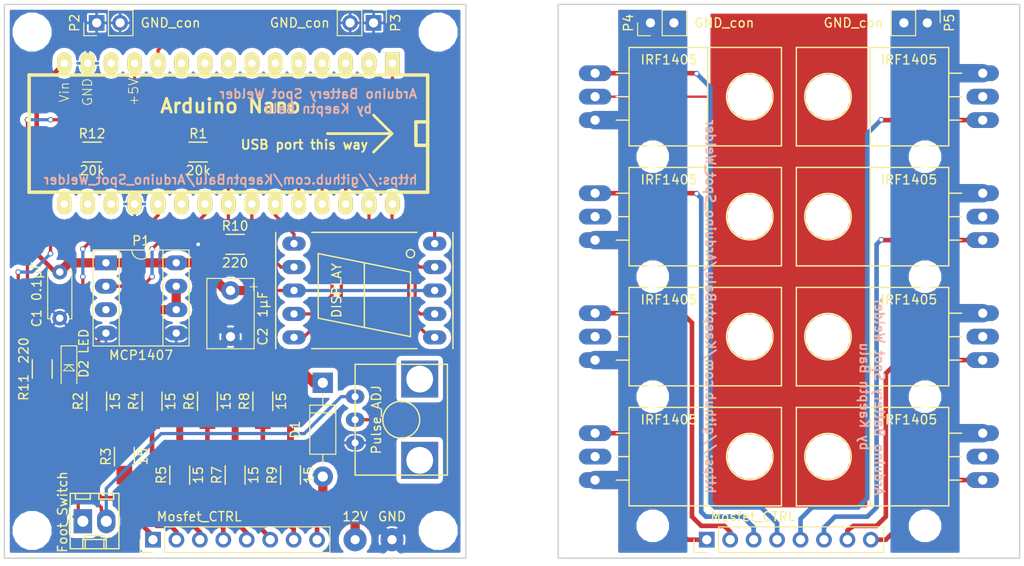
<source format=kicad_pcb>
(kicad_pcb (version 4) (host pcbnew 4.0.4-stable)

  (general
    (links 83)
    (no_connects 8)
    (area 69.924999 69.924999 180.075001 130.075001)
    (thickness 1.6)
    (drawings 42)
    (tracks 330)
    (zones 0)
    (modules 53)
    (nets 53)
  )

  (page A4)
  (layers
    (0 F.Cu signal)
    (31 B.Cu signal)
    (32 B.Adhes user)
    (33 F.Adhes user)
    (34 B.Paste user)
    (35 F.Paste user)
    (36 B.SilkS user)
    (37 F.SilkS user)
    (38 B.Mask user)
    (39 F.Mask user)
    (40 Dwgs.User user hide)
    (41 Cmts.User user)
    (42 Eco1.User user)
    (43 Eco2.User user)
    (44 Edge.Cuts user)
    (45 Margin user)
    (46 B.CrtYd user)
    (47 F.CrtYd user)
    (48 B.Fab user)
    (49 F.Fab user)
  )

  (setup
    (last_trace_width 0.25)
    (user_trace_width 0.35)
    (user_trace_width 0.5)
    (user_trace_width 0.75)
    (user_trace_width 1)
    (user_trace_width 2)
    (trace_clearance 0.2)
    (zone_clearance 0.508)
    (zone_45_only no)
    (trace_min 0.2)
    (segment_width 0.1)
    (edge_width 0.15)
    (via_size 0.6)
    (via_drill 0.4)
    (via_min_size 0.4)
    (via_min_drill 0.3)
    (uvia_size 0.3)
    (uvia_drill 0.1)
    (uvias_allowed no)
    (uvia_min_size 0.2)
    (uvia_min_drill 0.1)
    (pcb_text_width 0.3)
    (pcb_text_size 1.5 1.5)
    (mod_edge_width 0.15)
    (mod_text_size 1 1)
    (mod_text_width 0.15)
    (pad_size 1.524 2)
    (pad_drill 0.762)
    (pad_to_mask_clearance 0.2)
    (aux_axis_origin 70 130)
    (grid_origin 70 130)
    (visible_elements 7FFFFFFF)
    (pcbplotparams
      (layerselection 0x010f0_80000001)
      (usegerberextensions false)
      (excludeedgelayer true)
      (linewidth 0.100000)
      (plotframeref false)
      (viasonmask false)
      (mode 1)
      (useauxorigin false)
      (hpglpennumber 1)
      (hpglpenspeed 20)
      (hpglpendiameter 15)
      (hpglpenoverlay 2)
      (psnegative false)
      (psa4output false)
      (plotreference true)
      (plotvalue true)
      (plotinvisibletext false)
      (padsonsilk false)
      (subtractmaskfromsilk false)
      (outputformat 1)
      (mirror false)
      (drillshape 0)
      (scaleselection 1)
      (outputdirectory Gerber/CAD/))
  )

  (net 0 "")
  (net 1 /Vin)
  (net 2 GND)
  (net 3 +12V)
  (net 4 "Net-(D2-Pad2)")
  (net 5 /D10)
  (net 6 /D9)
  (net 7 "Net-(DISPLAY1-Pad3)")
  (net 8 /D8)
  (net 9 /D13)
  (net 10 /D7)
  (net 11 /D6)
  (net 12 /D11)
  (net 13 /D12)
  (net 14 "Net-(Foot_Switch1-Pad1)")
  (net 15 +5V)
  (net 16 "Net-(Mosfet_CTRL1-Pad1)")
  (net 17 "Net-(Mosfet_CTRL1-Pad2)")
  (net 18 "Net-(Mosfet_CTRL1-Pad3)")
  (net 19 "Net-(Mosfet_CTRL1-Pad4)")
  (net 20 "Net-(Mosfet_CTRL1-Pad5)")
  (net 21 "Net-(Mosfet_CTRL1-Pad6)")
  (net 22 "Net-(Mosfet_CTRL1-Pad7)")
  (net 23 "Net-(Mosfet_CTRL1-Pad8)")
  (net 24 /D5)
  (net 25 "Net-(P1-Pad6)")
  (net 26 "Net-(P1-Pad3)")
  (net 27 "Net-(R11-Pad2)")
  (net 28 "Net-(U1-Pad2)")
  (net 29 "Net-(U1-Pad3)")
  (net 30 "Net-(U1-Pad5)")
  (net 31 "Net-(U1-Pad6)")
  (net 32 "Net-(U1-Pad7)")
  (net 33 "Net-(U1-Pad8)")
  (net 34 "Net-(U1-Pad9)")
  (net 35 "Net-(U1-Pad10)")
  (net 36 "Net-(U1-Pad13)")
  (net 37 "Net-(U1-Pad16)")
  (net 38 "Net-(U1-Pad17)")
  (net 39 "Net-(U1-Pad18)")
  (net 40 "Net-(U1-Pad21)")
  (net 41 "Net-(Mosfet_CTRL2-Pad1)")
  (net 42 "Net-(Mosfet_CTRL2-Pad2)")
  (net 43 "Net-(Mosfet_CTRL2-Pad3)")
  (net 44 "Net-(Mosfet_CTRL2-Pad4)")
  (net 45 "Net-(Mosfet_CTRL2-Pad5)")
  (net 46 "Net-(Mosfet_CTRL2-Pad6)")
  (net 47 "Net-(Mosfet_CTRL2-Pad7)")
  (net 48 "Net-(Mosfet_CTRL2-Pad8)")
  (net 49 /battery_minus)
  (net 50 /Probe)
  (net 51 /A7)
  (net 52 "Net-(U1-Pad4)")

  (net_class Default "This is the default net class."
    (clearance 0.2)
    (trace_width 0.25)
    (via_dia 0.6)
    (via_drill 0.4)
    (uvia_dia 0.3)
    (uvia_drill 0.1)
    (add_net +12V)
    (add_net +5V)
    (add_net /A7)
    (add_net /D10)
    (add_net /D11)
    (add_net /D12)
    (add_net /D13)
    (add_net /D5)
    (add_net /D6)
    (add_net /D7)
    (add_net /D8)
    (add_net /D9)
    (add_net /Probe)
    (add_net /Vin)
    (add_net /battery_minus)
    (add_net GND)
    (add_net "Net-(D2-Pad2)")
    (add_net "Net-(DISPLAY1-Pad3)")
    (add_net "Net-(Foot_Switch1-Pad1)")
    (add_net "Net-(Mosfet_CTRL1-Pad1)")
    (add_net "Net-(Mosfet_CTRL1-Pad2)")
    (add_net "Net-(Mosfet_CTRL1-Pad3)")
    (add_net "Net-(Mosfet_CTRL1-Pad4)")
    (add_net "Net-(Mosfet_CTRL1-Pad5)")
    (add_net "Net-(Mosfet_CTRL1-Pad6)")
    (add_net "Net-(Mosfet_CTRL1-Pad7)")
    (add_net "Net-(Mosfet_CTRL1-Pad8)")
    (add_net "Net-(Mosfet_CTRL2-Pad1)")
    (add_net "Net-(Mosfet_CTRL2-Pad2)")
    (add_net "Net-(Mosfet_CTRL2-Pad3)")
    (add_net "Net-(Mosfet_CTRL2-Pad4)")
    (add_net "Net-(Mosfet_CTRL2-Pad5)")
    (add_net "Net-(Mosfet_CTRL2-Pad6)")
    (add_net "Net-(Mosfet_CTRL2-Pad7)")
    (add_net "Net-(Mosfet_CTRL2-Pad8)")
    (add_net "Net-(P1-Pad3)")
    (add_net "Net-(P1-Pad6)")
    (add_net "Net-(R11-Pad2)")
    (add_net "Net-(U1-Pad10)")
    (add_net "Net-(U1-Pad13)")
    (add_net "Net-(U1-Pad16)")
    (add_net "Net-(U1-Pad17)")
    (add_net "Net-(U1-Pad18)")
    (add_net "Net-(U1-Pad2)")
    (add_net "Net-(U1-Pad21)")
    (add_net "Net-(U1-Pad3)")
    (add_net "Net-(U1-Pad4)")
    (add_net "Net-(U1-Pad5)")
    (add_net "Net-(U1-Pad6)")
    (add_net "Net-(U1-Pad7)")
    (add_net "Net-(U1-Pad8)")
    (add_net "Net-(U1-Pad9)")
  )

  (module Mounting_Holes:MountingHole_2.5mm (layer F.Cu) (tedit 5890E3DC) (tstamp 5890E47E)
    (at 169.75 86.5)
    (descr "Mounting Hole 2.5mm, no annular")
    (tags "mounting hole 2.5mm no annular")
    (fp_text reference REF** (at 0 -3.5) (layer F.SilkS) hide
      (effects (font (size 1 1) (thickness 0.15)))
    )
    (fp_text value 2.5mm (at 0 3.5) (layer F.Fab)
      (effects (font (size 1 1) (thickness 0.15)))
    )
    (fp_circle (center 0 0) (end 2.5 0) (layer Cmts.User) (width 0.15))
    (fp_circle (center 0 0) (end 2.75 0) (layer F.CrtYd) (width 0.05))
    (pad 1 np_thru_hole circle (at 0 0) (size 2.5 2.5) (drill 2.5) (layers *.Cu *.Mask))
  )

  (module Mounting_Holes:MountingHole_2.5mm (layer F.Cu) (tedit 5890E3DC) (tstamp 5890E46B)
    (at 169.75 99.5)
    (descr "Mounting Hole 2.5mm, no annular")
    (tags "mounting hole 2.5mm no annular")
    (fp_text reference REF** (at 0 -3.5) (layer F.SilkS) hide
      (effects (font (size 1 1) (thickness 0.15)))
    )
    (fp_text value 2.5mm (at 0 3.5) (layer F.Fab)
      (effects (font (size 1 1) (thickness 0.15)))
    )
    (fp_circle (center 0 0) (end 2.5 0) (layer Cmts.User) (width 0.15))
    (fp_circle (center 0 0) (end 2.75 0) (layer F.CrtYd) (width 0.05))
    (pad 1 np_thru_hole circle (at 0 0) (size 2.5 2.5) (drill 2.5) (layers *.Cu *.Mask))
  )

  (module Mounting_Holes:MountingHole_2.5mm (layer F.Cu) (tedit 5890E3DC) (tstamp 5890E45F)
    (at 169.75 112.5)
    (descr "Mounting Hole 2.5mm, no annular")
    (tags "mounting hole 2.5mm no annular")
    (fp_text reference REF** (at 0 -3.5) (layer F.SilkS) hide
      (effects (font (size 1 1) (thickness 0.15)))
    )
    (fp_text value 2.5mm (at 0 3.5) (layer F.Fab)
      (effects (font (size 1 1) (thickness 0.15)))
    )
    (fp_circle (center 0 0) (end 2.5 0) (layer Cmts.User) (width 0.15))
    (fp_circle (center 0 0) (end 2.75 0) (layer F.CrtYd) (width 0.05))
    (pad 1 np_thru_hole circle (at 0 0) (size 2.5 2.5) (drill 2.5) (layers *.Cu *.Mask))
  )

  (module Mounting_Holes:MountingHole_2.5mm (layer F.Cu) (tedit 5890E3DC) (tstamp 5890E43D)
    (at 169.75 126.5)
    (descr "Mounting Hole 2.5mm, no annular")
    (tags "mounting hole 2.5mm no annular")
    (fp_text reference REF** (at 0 -3.5) (layer F.SilkS) hide
      (effects (font (size 1 1) (thickness 0.15)))
    )
    (fp_text value 2.5mm (at 0 3.5) (layer F.Fab)
      (effects (font (size 1 1) (thickness 0.15)))
    )
    (fp_circle (center 0 0) (end 2.5 0) (layer Cmts.User) (width 0.15))
    (fp_circle (center 0 0) (end 2.75 0) (layer F.CrtYd) (width 0.05))
    (pad 1 np_thru_hole circle (at 0 0) (size 2.5 2.5) (drill 2.5) (layers *.Cu *.Mask))
  )

  (module Mounting_Holes:MountingHole_2.5mm (layer F.Cu) (tedit 5890E3DC) (tstamp 5890E421)
    (at 140.25 126.5)
    (descr "Mounting Hole 2.5mm, no annular")
    (tags "mounting hole 2.5mm no annular")
    (fp_text reference REF** (at 0 -3.5) (layer F.SilkS) hide
      (effects (font (size 1 1) (thickness 0.15)))
    )
    (fp_text value 2.5mm (at 0 3.5) (layer F.Fab)
      (effects (font (size 1 1) (thickness 0.15)))
    )
    (fp_circle (center 0 0) (end 2.5 0) (layer Cmts.User) (width 0.15))
    (fp_circle (center 0 0) (end 2.75 0) (layer F.CrtYd) (width 0.05))
    (pad 1 np_thru_hole circle (at 0 0) (size 2.5 2.5) (drill 2.5) (layers *.Cu *.Mask))
  )

  (module Mounting_Holes:MountingHole_2.5mm (layer F.Cu) (tedit 5890E3DC) (tstamp 5890E40F)
    (at 140.25 112.5)
    (descr "Mounting Hole 2.5mm, no annular")
    (tags "mounting hole 2.5mm no annular")
    (fp_text reference REF** (at 0 -3.5) (layer F.SilkS) hide
      (effects (font (size 1 1) (thickness 0.15)))
    )
    (fp_text value 2.5mm (at 0 3.5) (layer F.Fab)
      (effects (font (size 1 1) (thickness 0.15)))
    )
    (fp_circle (center 0 0) (end 2.5 0) (layer Cmts.User) (width 0.15))
    (fp_circle (center 0 0) (end 2.75 0) (layer F.CrtYd) (width 0.05))
    (pad 1 np_thru_hole circle (at 0 0) (size 2.5 2.5) (drill 2.5) (layers *.Cu *.Mask))
  )

  (module Mounting_Holes:MountingHole_2.5mm (layer F.Cu) (tedit 5890E3DC) (tstamp 5890E404)
    (at 140.25 99.5)
    (descr "Mounting Hole 2.5mm, no annular")
    (tags "mounting hole 2.5mm no annular")
    (fp_text reference REF** (at 0 -3.5) (layer F.SilkS) hide
      (effects (font (size 1 1) (thickness 0.15)))
    )
    (fp_text value 2.5mm (at 0 3.5) (layer F.Fab)
      (effects (font (size 1 1) (thickness 0.15)))
    )
    (fp_circle (center 0 0) (end 2.5 0) (layer Cmts.User) (width 0.15))
    (fp_circle (center 0 0) (end 2.75 0) (layer F.CrtYd) (width 0.05))
    (pad 1 np_thru_hole circle (at 0 0) (size 2.5 2.5) (drill 2.5) (layers *.Cu *.Mask))
  )

  (module Mounting_Holes:MountingHole_3.2mm_M3 (layer F.Cu) (tedit 5890D5E3) (tstamp 5890D7C8)
    (at 133 127)
    (descr "Mounting Hole 3.2mm, no annular, M3")
    (tags "mounting hole 3.2mm no annular m3")
    (fp_text reference REF** (at 0 -4.2) (layer F.SilkS) hide
      (effects (font (size 1 1) (thickness 0.15)))
    )
    (fp_text value 3.2mm (at 0 4.2) (layer F.Fab) hide
      (effects (font (size 1 1) (thickness 0.15)))
    )
    (fp_circle (center 0 0) (end 3.2 0) (layer Cmts.User) (width 0.15))
    (fp_circle (center 0 0) (end 3.45 0) (layer F.CrtYd) (width 0.05))
    (pad 1 np_thru_hole circle (at 0 0) (size 3.2 3.2) (drill 3.2) (layers *.Cu *.Mask))
  )

  (module Mounting_Holes:MountingHole_3.2mm_M3 (layer F.Cu) (tedit 5890D5E3) (tstamp 5890D7C2)
    (at 177 127)
    (descr "Mounting Hole 3.2mm, no annular, M3")
    (tags "mounting hole 3.2mm no annular m3")
    (fp_text reference REF** (at 0 -4.2) (layer F.SilkS) hide
      (effects (font (size 1 1) (thickness 0.15)))
    )
    (fp_text value 3.2mm (at 0 4.2) (layer F.Fab) hide
      (effects (font (size 1 1) (thickness 0.15)))
    )
    (fp_circle (center 0 0) (end 3.2 0) (layer Cmts.User) (width 0.15))
    (fp_circle (center 0 0) (end 3.45 0) (layer F.CrtYd) (width 0.05))
    (pad 1 np_thru_hole circle (at 0 0) (size 3.2 3.2) (drill 3.2) (layers *.Cu *.Mask))
  )

  (module Mounting_Holes:MountingHole_3.2mm_M3 (layer F.Cu) (tedit 5890D5E3) (tstamp 5890D7BC)
    (at 177 73)
    (descr "Mounting Hole 3.2mm, no annular, M3")
    (tags "mounting hole 3.2mm no annular m3")
    (fp_text reference REF** (at 0 -4.2) (layer F.SilkS) hide
      (effects (font (size 1 1) (thickness 0.15)))
    )
    (fp_text value 3.2mm (at 0 4.2) (layer F.Fab) hide
      (effects (font (size 1 1) (thickness 0.15)))
    )
    (fp_circle (center 0 0) (end 3.2 0) (layer Cmts.User) (width 0.15))
    (fp_circle (center 0 0) (end 3.45 0) (layer F.CrtYd) (width 0.05))
    (pad 1 np_thru_hole circle (at 0 0) (size 3.2 3.2) (drill 3.2) (layers *.Cu *.Mask))
  )

  (module Capacitors_ThroughHole:C_Disc_D5.0mm_W2.5mm_P5.00mm (layer F.Cu) (tedit 58A723ED) (tstamp 588F8828)
    (at 76 99 270)
    (descr "C, Disc series, Radial, pin pitch=5.00mm, , diameter*width=5*2.5mm^2, Capacitor, http://cdn-reichelt.de/documents/datenblatt/B300/DS_KERKO_TC.pdf")
    (tags "C Disc series Radial pin pitch 5.00mm  diameter 5mm width 2.5mm Capacitor")
    (path /588FD27E)
    (fp_text reference C1 (at 5 2.5 270) (layer F.SilkS)
      (effects (font (size 1 1) (thickness 0.15)))
    )
    (fp_text value 0.1µF (at 1 2.5 270) (layer F.SilkS)
      (effects (font (size 1 1) (thickness 0.15)))
    )
    (fp_line (start 0 -1.25) (end 0 1.25) (layer F.Fab) (width 0.1))
    (fp_line (start 0 1.25) (end 5 1.25) (layer F.Fab) (width 0.1))
    (fp_line (start 5 1.25) (end 5 -1.25) (layer F.Fab) (width 0.1))
    (fp_line (start 5 -1.25) (end 0 -1.25) (layer F.Fab) (width 0.1))
    (fp_line (start -0.06 -1.31) (end 5.06 -1.31) (layer F.SilkS) (width 0.12))
    (fp_line (start -0.06 1.31) (end 5.06 1.31) (layer F.SilkS) (width 0.12))
    (fp_line (start -0.06 -1.31) (end -0.06 -0.996) (layer F.SilkS) (width 0.12))
    (fp_line (start -0.06 0.996) (end -0.06 1.31) (layer F.SilkS) (width 0.12))
    (fp_line (start 5.06 -1.31) (end 5.06 -0.996) (layer F.SilkS) (width 0.12))
    (fp_line (start 5.06 0.996) (end 5.06 1.31) (layer F.SilkS) (width 0.12))
    (fp_line (start -1.05 -1.6) (end -1.05 1.6) (layer F.CrtYd) (width 0.05))
    (fp_line (start -1.05 1.6) (end 6.05 1.6) (layer F.CrtYd) (width 0.05))
    (fp_line (start 6.05 1.6) (end 6.05 -1.6) (layer F.CrtYd) (width 0.05))
    (fp_line (start 6.05 -1.6) (end -1.05 -1.6) (layer F.CrtYd) (width 0.05))
    (pad 1 thru_hole circle (at 0 0 270) (size 1.6 1.6) (drill 0.8) (layers *.Cu *.Mask)
      (net 1 /Vin))
    (pad 2 thru_hole circle (at 5 0 270) (size 1.6 1.6) (drill 0.8) (layers *.Cu *.Mask)
      (net 2 GND))
    (model Capacitors_ThroughHole.3dshapes/C_Disc_D5.0mm_W2.5mm_P5.00mm.wrl
      (at (xyz 0 0 0))
      (scale (xyz 0.393701 0.393701 0.393701))
      (rotate (xyz 0 0 0))
    )
  )

  (module Capacitors_ThroughHole:C_Disc_D7.5mm_W5.0mm_P5.00mm (layer F.Cu) (tedit 58A723DB) (tstamp 588F882E)
    (at 94.5 101 270)
    (descr "C, Disc series, Radial, pin pitch=5.00mm, , diameter*width=7.5*5.0mm^2, Capacitor, http://www.vishay.com/docs/28535/vy2series.pdf")
    (tags "C Disc series Radial pin pitch 5.00mm  diameter 7.5mm width 5.0mm Capacitor")
    (path /588FD4DB)
    (fp_text reference C2 (at 5 -3.5 270) (layer F.SilkS)
      (effects (font (size 1 1) (thickness 0.15)))
    )
    (fp_text value 1µF (at 1.5 -3.5 270) (layer F.SilkS)
      (effects (font (size 1 1) (thickness 0.15)))
    )
    (fp_line (start -1.25 -2.5) (end -1.25 2.5) (layer F.Fab) (width 0.1))
    (fp_line (start -1.25 2.5) (end 6.25 2.5) (layer F.Fab) (width 0.1))
    (fp_line (start 6.25 2.5) (end 6.25 -2.5) (layer F.Fab) (width 0.1))
    (fp_line (start 6.25 -2.5) (end -1.25 -2.5) (layer F.Fab) (width 0.1))
    (fp_line (start -1.31 -2.56) (end 6.31 -2.56) (layer F.SilkS) (width 0.12))
    (fp_line (start -1.31 2.56) (end 6.31 2.56) (layer F.SilkS) (width 0.12))
    (fp_line (start -1.31 -2.56) (end -1.31 2.56) (layer F.SilkS) (width 0.12))
    (fp_line (start 6.31 -2.56) (end 6.31 2.56) (layer F.SilkS) (width 0.12))
    (fp_line (start -1.6 -2.85) (end -1.6 2.85) (layer F.CrtYd) (width 0.05))
    (fp_line (start -1.6 2.85) (end 6.6 2.85) (layer F.CrtYd) (width 0.05))
    (fp_line (start 6.6 2.85) (end 6.6 -2.85) (layer F.CrtYd) (width 0.05))
    (fp_line (start 6.6 -2.85) (end -1.6 -2.85) (layer F.CrtYd) (width 0.05))
    (pad 1 thru_hole circle (at 0 0 270) (size 2 2) (drill 1) (layers *.Cu *.Mask)
      (net 1 /Vin))
    (pad 2 thru_hole circle (at 5 0 270) (size 2 2) (drill 1) (layers *.Cu *.Mask)
      (net 2 GND))
    (model Capacitors_ThroughHole.3dshapes/C_Disc_D7.5mm_W5.0mm_P5.00mm.wrl
      (at (xyz 0 0 0))
      (scale (xyz 0.393701 0.393701 0.393701))
      (rotate (xyz 0 0 0))
    )
  )

  (module Diodes_ThroughHole:D_DO-41_SOD81_P10.16mm_Horizontal (layer F.Cu) (tedit 588F9107) (tstamp 588F8834)
    (at 104.5 111 270)
    (descr "D, DO-41_SOD81 series, Axial, Horizontal, pin pitch=10.16mm, , length*diameter=5.2*2.7mm^2, , http://www.diodes.com/_files/packages/DO-41%20(Plastic).pdf")
    (tags "D DO-41_SOD81 series Axial Horizontal pin pitch 10.16mm  length 5.2mm diameter 2.7mm")
    (path /588F7893)
    (fp_text reference D1 (at 5.08 3 270) (layer F.SilkS)
      (effects (font (size 1 1) (thickness 0.15)))
    )
    (fp_text value D (at 5.08 2.41 270) (layer F.Fab) hide
      (effects (font (size 1 1) (thickness 0.15)))
    )
    (fp_line (start 2.48 -1.35) (end 2.48 1.35) (layer F.Fab) (width 0.1))
    (fp_line (start 2.48 1.35) (end 7.68 1.35) (layer F.Fab) (width 0.1))
    (fp_line (start 7.68 1.35) (end 7.68 -1.35) (layer F.Fab) (width 0.1))
    (fp_line (start 7.68 -1.35) (end 2.48 -1.35) (layer F.Fab) (width 0.1))
    (fp_line (start 0 0) (end 2.48 0) (layer F.Fab) (width 0.1))
    (fp_line (start 10.16 0) (end 7.68 0) (layer F.Fab) (width 0.1))
    (fp_line (start 3.26 -1.35) (end 3.26 1.35) (layer F.Fab) (width 0.1))
    (fp_line (start 2.42 -1.41) (end 2.42 1.41) (layer F.SilkS) (width 0.12))
    (fp_line (start 2.42 1.41) (end 7.74 1.41) (layer F.SilkS) (width 0.12))
    (fp_line (start 7.74 1.41) (end 7.74 -1.41) (layer F.SilkS) (width 0.12))
    (fp_line (start 7.74 -1.41) (end 2.42 -1.41) (layer F.SilkS) (width 0.12))
    (fp_line (start 1.28 0) (end 2.42 0) (layer F.SilkS) (width 0.12))
    (fp_line (start 8.88 0) (end 7.74 0) (layer F.SilkS) (width 0.12))
    (fp_line (start 3.26 -1.41) (end 3.26 1.41) (layer F.SilkS) (width 0.12))
    (fp_line (start -1.35 -1.7) (end -1.35 1.7) (layer F.CrtYd) (width 0.05))
    (fp_line (start -1.35 1.7) (end 11.55 1.7) (layer F.CrtYd) (width 0.05))
    (fp_line (start 11.55 1.7) (end 11.55 -1.7) (layer F.CrtYd) (width 0.05))
    (fp_line (start 11.55 -1.7) (end -1.35 -1.7) (layer F.CrtYd) (width 0.05))
    (pad 1 thru_hole rect (at 0 0 270) (size 2.2 2.2) (drill 1.1) (layers *.Cu *.Mask)
      (net 1 /Vin))
    (pad 2 thru_hole oval (at 10.16 0 270) (size 2.2 2.2) (drill 1.1) (layers *.Cu *.Mask)
      (net 3 +12V))
    (model Diodes_ThroughHole.3dshapes/D_DO-41_SOD81_P10.16mm_Horizontal.wrl
      (at (xyz 0 0 0))
      (scale (xyz 0.393701 0.393701 0.393701))
      (rotate (xyz 0 0 0))
    )
  )

  (module LEDs:LED_1206 (layer F.Cu) (tedit 5890C973) (tstamp 588F883A)
    (at 77 109.5 270)
    (descr "LED 1206 smd package")
    (tags "LED led 1206 SMD smd SMT smt smdled SMDLED smtled SMTLED")
    (path /588F7FB9)
    (attr smd)
    (fp_text reference D2 (at 0 -1.6 270) (layer F.SilkS)
      (effects (font (size 1 1) (thickness 0.15)))
    )
    (fp_text value LED (at -3 -1.6 270) (layer F.SilkS)
      (effects (font (size 1 1) (thickness 0.15)))
    )
    (fp_line (start -2.5 -0.85) (end -2.5 0.85) (layer F.SilkS) (width 0.12))
    (fp_line (start -0.45 -0.4) (end -0.45 0.4) (layer F.Fab) (width 0.1))
    (fp_line (start -0.4 0) (end 0.2 -0.4) (layer F.Fab) (width 0.1))
    (fp_line (start 0.2 0.4) (end -0.4 0) (layer F.Fab) (width 0.1))
    (fp_line (start 0.2 -0.4) (end 0.2 0.4) (layer F.Fab) (width 0.1))
    (fp_line (start 1.6 0.8) (end -1.6 0.8) (layer F.Fab) (width 0.1))
    (fp_line (start 1.6 -0.8) (end 1.6 0.8) (layer F.Fab) (width 0.1))
    (fp_line (start -1.6 -0.8) (end 1.6 -0.8) (layer F.Fab) (width 0.1))
    (fp_line (start -1.6 0.8) (end -1.6 -0.8) (layer F.Fab) (width 0.1))
    (fp_line (start -2.45 0.85) (end 1.6 0.85) (layer F.SilkS) (width 0.12))
    (fp_line (start -2.45 -0.85) (end 1.6 -0.85) (layer F.SilkS) (width 0.12))
    (fp_line (start 2.65 -1) (end 2.65 1) (layer F.CrtYd) (width 0.05))
    (fp_line (start 2.65 1) (end -2.65 1) (layer F.CrtYd) (width 0.05))
    (fp_line (start -2.65 1) (end -2.65 -1) (layer F.CrtYd) (width 0.05))
    (fp_line (start -2.65 -1) (end 2.65 -1) (layer F.CrtYd) (width 0.05))
    (pad 2 smd rect (at 1.65 0 90) (size 1.5 1.5) (layers F.Cu F.Paste F.Mask)
      (net 4 "Net-(D2-Pad2)"))
    (pad 1 smd rect (at -1.65 0 90) (size 1.5 1.5) (layers F.Cu F.Paste F.Mask)
      (net 2 GND))
    (model LEDs.3dshapes/LED_1206.wrl
      (at (xyz 0 0 0))
      (scale (xyz 1 1 1))
      (rotate (xyz 0 0 180))
    )
  )

  (module Displays_7-Segment:7SegmentLED_LTS6760_LTS6780 (layer F.Cu) (tedit 58961232) (tstamp 588F8848)
    (at 109 101 90)
    (path /588F770E)
    (fp_text reference DISPLAY (at 0 -3 90) (layer F.SilkS)
      (effects (font (size 1 1) (thickness 0.15)))
    )
    (fp_text value 7SEGMENTS (at -1 4 90) (layer F.Fab)
      (effects (font (size 1 1) (thickness 0.15)))
    )
    (fp_circle (center 4 5) (end 4.4 5.2) (layer F.SilkS) (width 0.15))
    (fp_line (start -3 -5) (end -4 0) (layer F.SilkS) (width 0.15))
    (fp_line (start -4 0) (end -5 5) (layer F.SilkS) (width 0.15))
    (fp_line (start -5 5) (end 2 5) (layer F.SilkS) (width 0.15))
    (fp_line (start 2 5) (end 3 0) (layer F.SilkS) (width 0.15))
    (fp_line (start 4 -5) (end 3 0) (layer F.SilkS) (width 0.15))
    (fp_line (start 3 0) (end -4 0) (layer F.SilkS) (width 0.15))
    (fp_line (start -3 -5) (end 4 -5) (layer F.SilkS) (width 0.15))
    (fp_line (start 6.3 9.6) (end -6.3 9.6) (layer F.SilkS) (width 0.15))
    (fp_line (start -6.3 -5.7) (end -6.3 5.7) (layer F.SilkS) (width 0.15))
    (fp_line (start 6.3 -5.7) (end 6.3 5.7) (layer F.SilkS) (width 0.15))
    (fp_line (start -6.3 -9.6) (end 6.3 -9.6) (layer F.SilkS) (width 0.15))
    (pad 1 thru_hole oval (at -5.08 7.62 90) (size 1.524 2.524) (drill 0.8) (layers *.Cu *.Mask)
      (net 5 /D10))
    (pad 2 thru_hole oval (at -2.54 7.62 90) (size 1.524 2.524) (drill 0.8) (layers *.Cu *.Mask)
      (net 6 /D9))
    (pad 3 thru_hole oval (at 0 7.62 90) (size 1.524 2.524) (drill 0.8) (layers *.Cu *.Mask)
      (net 7 "Net-(DISPLAY1-Pad3)"))
    (pad 4 thru_hole oval (at 2.54 7.62 90) (size 1.524 2.524) (drill 0.8) (layers *.Cu *.Mask)
      (net 8 /D8))
    (pad 5 thru_hole oval (at 5.08 7.62 90) (size 1.524 2.524) (drill 0.8) (layers *.Cu *.Mask)
      (net 9 /D13))
    (pad 6 thru_hole oval (at 5.08 -7.62 90) (size 1.524 2.524) (drill 0.8) (layers *.Cu *.Mask)
      (net 10 /D7))
    (pad 7 thru_hole oval (at 2.54 -7.62 90) (size 1.524 2.524) (drill 0.8) (layers *.Cu *.Mask)
      (net 11 /D6))
    (pad 8 thru_hole oval (at 0 -7.62 90) (size 1.524 2.524) (drill 0.8) (layers *.Cu *.Mask)
      (net 7 "Net-(DISPLAY1-Pad3)"))
    (pad 9 thru_hole oval (at -2.54 -7.62 90) (size 1.524 2.524) (drill 0.8) (layers *.Cu *.Mask)
      (net 12 /D11))
    (pad 10 thru_hole oval (at -5.08 -7.62 90) (size 1.524 2.524) (drill 0.8) (layers *.Cu *.Mask)
      (net 13 /D12))
    (model Displays_7-Segment.3dshapes/7SegmentLED_LTS6760_LTS6780.wrl
      (at (xyz 0 0 0))
      (scale (xyz 0.3937 0.3937 0.3937))
      (rotate (xyz 0 0 0))
    )
  )

  (module Connectors_Molex:Molex_KK-6410-02_02x2.54mm_Straight (layer F.Cu) (tedit 5891AA54) (tstamp 588F884E)
    (at 78.5 126)
    (descr "Connector Headers with Friction Lock, 22-27-2021, http://www.molex.com/pdm_docs/sd/022272021_sd.pdf")
    (tags "connector molex kk_6410 22-27-2021")
    (path /588FB469)
    (fp_text reference Foot_Switch (at -2.2 -1 90) (layer F.SilkS)
      (effects (font (size 1 1) (thickness 0.15)))
    )
    (fp_text value CONN_01X02 (at 1.27 4.5) (layer F.Fab) hide
      (effects (font (size 1 1) (thickness 0.15)))
    )
    (fp_line (start -1.37 -3.02) (end -1.37 2.98) (layer F.SilkS) (width 0.15))
    (fp_line (start -1.37 2.98) (end 3.91 2.98) (layer F.SilkS) (width 0.15))
    (fp_line (start 3.91 2.98) (end 3.91 -3.02) (layer F.SilkS) (width 0.15))
    (fp_line (start 3.91 -3.02) (end -1.37 -3.02) (layer F.SilkS) (width 0.15))
    (fp_line (start 0 2.98) (end 0 1.98) (layer F.SilkS) (width 0.15))
    (fp_line (start 0 1.98) (end 2.54 1.98) (layer F.SilkS) (width 0.15))
    (fp_line (start 2.54 1.98) (end 2.54 2.98) (layer F.SilkS) (width 0.15))
    (fp_line (start 0 1.98) (end 0.25 1.55) (layer F.SilkS) (width 0.15))
    (fp_line (start 0.25 1.55) (end 2.29 1.55) (layer F.SilkS) (width 0.15))
    (fp_line (start 2.29 1.55) (end 2.54 1.98) (layer F.SilkS) (width 0.15))
    (fp_line (start 0.25 2.98) (end 0.25 1.98) (layer F.SilkS) (width 0.15))
    (fp_line (start 2.29 2.98) (end 2.29 1.98) (layer F.SilkS) (width 0.15))
    (fp_line (start -0.8 -3.02) (end -0.8 -2.4) (layer F.SilkS) (width 0.15))
    (fp_line (start -0.8 -2.4) (end 0.8 -2.4) (layer F.SilkS) (width 0.15))
    (fp_line (start 0.8 -2.4) (end 0.8 -3.02) (layer F.SilkS) (width 0.15))
    (fp_line (start 1.74 -3.02) (end 1.74 -2.4) (layer F.SilkS) (width 0.15))
    (fp_line (start 1.74 -2.4) (end 3.34 -2.4) (layer F.SilkS) (width 0.15))
    (fp_line (start 3.34 -2.4) (end 3.34 -3.02) (layer F.SilkS) (width 0.15))
    (fp_line (start -1.9 3.5) (end -1.9 -3.55) (layer F.CrtYd) (width 0.05))
    (fp_line (start -1.9 -3.55) (end 4.45 -3.55) (layer F.CrtYd) (width 0.05))
    (fp_line (start 4.45 -3.55) (end 4.45 3.5) (layer F.CrtYd) (width 0.05))
    (fp_line (start 4.45 3.5) (end -1.9 3.5) (layer F.CrtYd) (width 0.05))
    (pad 1 thru_hole rect (at 0 0) (size 2 2.6) (drill 1.2) (layers *.Cu *.Mask)
      (net 14 "Net-(Foot_Switch1-Pad1)"))
    (pad 2 thru_hole oval (at 2.54 0) (size 2 2.6) (drill 1.2) (layers *.Cu *.Mask)
      (net 15 +5V))
  )

  (module Pin_Headers:Pin_Header_Straight_1x08_Pitch2.54mm (layer F.Cu) (tedit 5891AA89) (tstamp 588F885A)
    (at 86.1 128 90)
    (descr "Through hole straight pin header, 1x08, 2.54mm pitch, single row")
    (tags "Through hole pin header THT 1x08 2.54mm single row")
    (path /5890305A)
    (fp_text reference Mosfet_CTRL (at 2.5 5 180) (layer F.SilkS)
      (effects (font (size 1 1) (thickness 0.15)))
    )
    (fp_text value CONN_01X08 (at 2 15 180) (layer F.Fab) hide
      (effects (font (size 1 1) (thickness 0.15)))
    )
    (fp_line (start -1.27 -1.27) (end -1.27 19.05) (layer F.Fab) (width 0.1))
    (fp_line (start -1.27 19.05) (end 1.27 19.05) (layer F.Fab) (width 0.1))
    (fp_line (start 1.27 19.05) (end 1.27 -1.27) (layer F.Fab) (width 0.1))
    (fp_line (start 1.27 -1.27) (end -1.27 -1.27) (layer F.Fab) (width 0.1))
    (fp_line (start -1.39 1.27) (end -1.39 19.17) (layer F.SilkS) (width 0.12))
    (fp_line (start -1.39 19.17) (end 1.39 19.17) (layer F.SilkS) (width 0.12))
    (fp_line (start 1.39 19.17) (end 1.39 1.27) (layer F.SilkS) (width 0.12))
    (fp_line (start 1.39 1.27) (end -1.39 1.27) (layer F.SilkS) (width 0.12))
    (fp_line (start -1.39 0) (end -1.39 -1.39) (layer F.SilkS) (width 0.12))
    (fp_line (start -1.39 -1.39) (end 0 -1.39) (layer F.SilkS) (width 0.12))
    (fp_line (start -1.6 -1.6) (end -1.6 19.3) (layer F.CrtYd) (width 0.05))
    (fp_line (start -1.6 19.3) (end 1.6 19.3) (layer F.CrtYd) (width 0.05))
    (fp_line (start 1.6 19.3) (end 1.6 -1.6) (layer F.CrtYd) (width 0.05))
    (fp_line (start 1.6 -1.6) (end -1.6 -1.6) (layer F.CrtYd) (width 0.05))
    (pad 1 thru_hole rect (at 0 0 90) (size 1.7 1.7) (drill 1) (layers *.Cu *.Mask)
      (net 16 "Net-(Mosfet_CTRL1-Pad1)"))
    (pad 2 thru_hole oval (at 0 2.54 90) (size 1.7 1.7) (drill 1) (layers *.Cu *.Mask)
      (net 17 "Net-(Mosfet_CTRL1-Pad2)"))
    (pad 3 thru_hole oval (at 0 5.08 90) (size 1.7 1.7) (drill 1) (layers *.Cu *.Mask)
      (net 18 "Net-(Mosfet_CTRL1-Pad3)"))
    (pad 4 thru_hole oval (at 0 7.62 90) (size 1.7 1.7) (drill 1) (layers *.Cu *.Mask)
      (net 19 "Net-(Mosfet_CTRL1-Pad4)"))
    (pad 5 thru_hole oval (at 0 10.16 90) (size 1.7 1.7) (drill 1) (layers *.Cu *.Mask)
      (net 20 "Net-(Mosfet_CTRL1-Pad5)"))
    (pad 6 thru_hole oval (at 0 12.7 90) (size 1.7 1.7) (drill 1) (layers *.Cu *.Mask)
      (net 21 "Net-(Mosfet_CTRL1-Pad6)"))
    (pad 7 thru_hole oval (at 0 15.24 90) (size 1.7 1.7) (drill 1) (layers *.Cu *.Mask)
      (net 22 "Net-(Mosfet_CTRL1-Pad7)"))
    (pad 8 thru_hole oval (at 0 17.78 90) (size 1.7 1.7) (drill 1) (layers *.Cu *.Mask)
      (net 23 "Net-(Mosfet_CTRL1-Pad8)"))
    (model Pin_Headers.3dshapes/Pin_Header_Straight_1x08_Pitch2.54mm.wrl
      (at (xyz 0 -0.35 0))
      (scale (xyz 1 1 1))
      (rotate (xyz 0 0 90))
    )
  )

  (module Housings_DIP:DIP-8_W7.62mm_Socket_LongPads (layer F.Cu) (tedit 588F90DD) (tstamp 588F8866)
    (at 81 98)
    (descr "8-lead dip package, row spacing 7.62 mm (300 mils), Socket, LongPads")
    (tags "DIL DIP PDIP 2.54mm 7.62mm 300mil Socket LongPads")
    (path /588FC77B)
    (fp_text reference P1 (at 3.81 -2.39) (layer F.SilkS)
      (effects (font (size 1 1) (thickness 0.15)))
    )
    (fp_text value MCP1407 (at 3.81 10.01) (layer F.SilkS)
      (effects (font (size 1 1) (thickness 0.15)))
    )
    (fp_arc (start 3.81 -1.39) (end 2.81 -1.39) (angle -180) (layer F.SilkS) (width 0.12))
    (fp_line (start 1.635 -1.27) (end 6.985 -1.27) (layer F.Fab) (width 0.1))
    (fp_line (start 6.985 -1.27) (end 6.985 8.89) (layer F.Fab) (width 0.1))
    (fp_line (start 6.985 8.89) (end 0.635 8.89) (layer F.Fab) (width 0.1))
    (fp_line (start 0.635 8.89) (end 0.635 -0.27) (layer F.Fab) (width 0.1))
    (fp_line (start 0.635 -0.27) (end 1.635 -1.27) (layer F.Fab) (width 0.1))
    (fp_line (start -1.27 -1.27) (end -1.27 8.89) (layer F.Fab) (width 0.1))
    (fp_line (start -1.27 8.89) (end 8.89 8.89) (layer F.Fab) (width 0.1))
    (fp_line (start 8.89 8.89) (end 8.89 -1.27) (layer F.Fab) (width 0.1))
    (fp_line (start 8.89 -1.27) (end -1.27 -1.27) (layer F.Fab) (width 0.1))
    (fp_line (start 2.81 -1.39) (end 1.44 -1.39) (layer F.SilkS) (width 0.12))
    (fp_line (start 1.44 -1.39) (end 1.44 9.01) (layer F.SilkS) (width 0.12))
    (fp_line (start 1.44 9.01) (end 6.18 9.01) (layer F.SilkS) (width 0.12))
    (fp_line (start 6.18 9.01) (end 6.18 -1.39) (layer F.SilkS) (width 0.12))
    (fp_line (start 6.18 -1.39) (end 4.81 -1.39) (layer F.SilkS) (width 0.12))
    (fp_line (start -1.39 -1.39) (end -1.39 9.01) (layer F.SilkS) (width 0.12))
    (fp_line (start -1.39 9.01) (end 9.01 9.01) (layer F.SilkS) (width 0.12))
    (fp_line (start 9.01 9.01) (end 9.01 -1.39) (layer F.SilkS) (width 0.12))
    (fp_line (start 9.01 -1.39) (end -1.39 -1.39) (layer F.SilkS) (width 0.12))
    (fp_line (start -1.7 -1.7) (end -1.7 9.3) (layer F.CrtYd) (width 0.05))
    (fp_line (start -1.7 9.3) (end 9.3 9.3) (layer F.CrtYd) (width 0.05))
    (fp_line (start 9.3 9.3) (end 9.3 -1.7) (layer F.CrtYd) (width 0.05))
    (fp_line (start 9.3 -1.7) (end -1.7 -1.7) (layer F.CrtYd) (width 0.05))
    (pad 1 thru_hole rect (at 0 0) (size 2.4 1.6) (drill 0.8) (layers *.Cu *.Mask)
      (net 1 /Vin))
    (pad 5 thru_hole oval (at 7.62 7.62) (size 2.4 1.6) (drill 0.8) (layers *.Cu *.Mask)
      (net 2 GND))
    (pad 2 thru_hole oval (at 0 2.54) (size 2.4 1.6) (drill 0.8) (layers *.Cu *.Mask)
      (net 24 /D5))
    (pad 6 thru_hole oval (at 7.62 5.08) (size 2.4 1.6) (drill 0.8) (layers *.Cu *.Mask)
      (net 25 "Net-(P1-Pad6)"))
    (pad 3 thru_hole oval (at 0 5.08) (size 2.4 1.6) (drill 0.8) (layers *.Cu *.Mask)
      (net 26 "Net-(P1-Pad3)"))
    (pad 7 thru_hole oval (at 7.62 2.54) (size 2.4 1.6) (drill 0.8) (layers *.Cu *.Mask)
      (net 25 "Net-(P1-Pad6)"))
    (pad 4 thru_hole oval (at 0 7.62) (size 2.4 1.6) (drill 0.8) (layers *.Cu *.Mask)
      (net 2 GND))
    (pad 8 thru_hole oval (at 7.62 0) (size 2.4 1.6) (drill 0.8) (layers *.Cu *.Mask)
      (net 1 /Vin))
    (model Housings_DIP.3dshapes/DIP-8_W7.62mm_Socket_LongPads.wrl
      (at (xyz 0 0 0))
      (scale (xyz 1 1 1))
      (rotate (xyz 0 0 0))
    )
  )

  (module Pin_Headers:Pin_Header_Straight_1x02_Pitch2.54mm (layer F.Cu) (tedit 5890C8CB) (tstamp 588F886C)
    (at 80 72 90)
    (descr "Through hole straight pin header, 1x02, 2.54mm pitch, single row")
    (tags "Through hole pin header THT 1x02 2.54mm single row")
    (path /588FC1B2)
    (fp_text reference P2 (at 0 -2.39 90) (layer F.SilkS)
      (effects (font (size 1 1) (thickness 0.15)))
    )
    (fp_text value GND_con (at 0 8 180) (layer F.SilkS)
      (effects (font (size 1 1) (thickness 0.15)))
    )
    (fp_line (start -1.27 -1.27) (end -1.27 3.81) (layer F.Fab) (width 0.1))
    (fp_line (start -1.27 3.81) (end 1.27 3.81) (layer F.Fab) (width 0.1))
    (fp_line (start 1.27 3.81) (end 1.27 -1.27) (layer F.Fab) (width 0.1))
    (fp_line (start 1.27 -1.27) (end -1.27 -1.27) (layer F.Fab) (width 0.1))
    (fp_line (start -1.39 1.27) (end -1.39 3.93) (layer F.SilkS) (width 0.12))
    (fp_line (start -1.39 3.93) (end 1.39 3.93) (layer F.SilkS) (width 0.12))
    (fp_line (start 1.39 3.93) (end 1.39 1.27) (layer F.SilkS) (width 0.12))
    (fp_line (start 1.39 1.27) (end -1.39 1.27) (layer F.SilkS) (width 0.12))
    (fp_line (start -1.39 0) (end -1.39 -1.39) (layer F.SilkS) (width 0.12))
    (fp_line (start -1.39 -1.39) (end 0 -1.39) (layer F.SilkS) (width 0.12))
    (fp_line (start -1.6 -1.6) (end -1.6 4.1) (layer F.CrtYd) (width 0.05))
    (fp_line (start -1.6 4.1) (end 1.6 4.1) (layer F.CrtYd) (width 0.05))
    (fp_line (start 1.6 4.1) (end 1.6 -1.6) (layer F.CrtYd) (width 0.05))
    (fp_line (start 1.6 -1.6) (end -1.6 -1.6) (layer F.CrtYd) (width 0.05))
    (pad 1 thru_hole rect (at 0 0 90) (size 1.7 1.7) (drill 1) (layers *.Cu *.Mask)
      (net 2 GND))
    (pad 2 thru_hole oval (at 0 2.54 90) (size 1.7 1.7) (drill 1) (layers *.Cu *.Mask)
      (net 2 GND))
    (model Pin_Headers.3dshapes/Pin_Header_Straight_1x02_Pitch2.54mm.wrl
      (at (xyz 0 -0.05 0))
      (scale (xyz 1 1 1))
      (rotate (xyz 0 0 90))
    )
  )

  (module Pin_Headers:Pin_Header_Straight_1x02_Pitch2.54mm (layer F.Cu) (tedit 5890C8DA) (tstamp 588F8872)
    (at 110 72 270)
    (descr "Through hole straight pin header, 1x02, 2.54mm pitch, single row")
    (tags "Through hole pin header THT 1x02 2.54mm single row")
    (path /588FC247)
    (fp_text reference P3 (at 0 -2.39 270) (layer F.SilkS)
      (effects (font (size 1 1) (thickness 0.15)))
    )
    (fp_text value GND_con (at 0 8 360) (layer F.SilkS)
      (effects (font (size 1 1) (thickness 0.15)))
    )
    (fp_line (start -1.27 -1.27) (end -1.27 3.81) (layer F.Fab) (width 0.1))
    (fp_line (start -1.27 3.81) (end 1.27 3.81) (layer F.Fab) (width 0.1))
    (fp_line (start 1.27 3.81) (end 1.27 -1.27) (layer F.Fab) (width 0.1))
    (fp_line (start 1.27 -1.27) (end -1.27 -1.27) (layer F.Fab) (width 0.1))
    (fp_line (start -1.39 1.27) (end -1.39 3.93) (layer F.SilkS) (width 0.12))
    (fp_line (start -1.39 3.93) (end 1.39 3.93) (layer F.SilkS) (width 0.12))
    (fp_line (start 1.39 3.93) (end 1.39 1.27) (layer F.SilkS) (width 0.12))
    (fp_line (start 1.39 1.27) (end -1.39 1.27) (layer F.SilkS) (width 0.12))
    (fp_line (start -1.39 0) (end -1.39 -1.39) (layer F.SilkS) (width 0.12))
    (fp_line (start -1.39 -1.39) (end 0 -1.39) (layer F.SilkS) (width 0.12))
    (fp_line (start -1.6 -1.6) (end -1.6 4.1) (layer F.CrtYd) (width 0.05))
    (fp_line (start -1.6 4.1) (end 1.6 4.1) (layer F.CrtYd) (width 0.05))
    (fp_line (start 1.6 4.1) (end 1.6 -1.6) (layer F.CrtYd) (width 0.05))
    (fp_line (start 1.6 -1.6) (end -1.6 -1.6) (layer F.CrtYd) (width 0.05))
    (pad 1 thru_hole rect (at 0 0 270) (size 1.7 1.7) (drill 1) (layers *.Cu *.Mask)
      (net 2 GND))
    (pad 2 thru_hole oval (at 0 2.54 270) (size 1.7 1.7) (drill 1) (layers *.Cu *.Mask)
      (net 2 GND))
    (model Pin_Headers.3dshapes/Pin_Header_Straight_1x02_Pitch2.54mm.wrl
      (at (xyz 0 -0.05 0))
      (scale (xyz 1 1 1))
      (rotate (xyz 0 0 90))
    )
  )

  (module pots_own:RK09K1130A5R (layer F.Cu) (tedit 58A721E4) (tstamp 588F887B)
    (at 108 115 270)
    (path /588F95A9)
    (fp_text reference Pulse_ADJ (at 0 -2.3 270) (layer F.SilkS)
      (effects (font (size 1 1) (thickness 0.15)))
    )
    (fp_text value POT (at 0 -11 270) (layer F.Fab)
      (effects (font (size 1 1) (thickness 0.15)))
    )
    (fp_circle (center 0 -5) (end 0 -3) (layer F.SilkS) (width 0.15))
    (fp_line (start -6 0) (end -6 -10) (layer F.SilkS) (width 0.15))
    (fp_line (start -6 -10) (end 6 -10) (layer F.SilkS) (width 0.15))
    (fp_line (start 6 -10) (end 6 0) (layer F.SilkS) (width 0.15))
    (fp_line (start 6 0) (end -6 0) (layer F.SilkS) (width 0.15))
    (pad 1 thru_hole oval (at -2.5 0 270) (size 1.524 2) (drill 0.762) (layers *.Cu *.Mask)
      (net 15 +5V))
    (pad 2 thru_hole oval (at 0 0 270) (size 1.524 2) (drill 0.762) (layers *.Cu *.Mask)
      (net 51 /A7))
    (pad 3 thru_hole oval (at 2.5 0 270) (size 1.524 2) (drill 0.762) (layers *.Cu *.Mask)
      (net 2 GND))
    (pad "" np_thru_hole rect (at 4.4 -7 270) (size 4 4) (drill 2.9) (layers *.Cu *.Mask))
    (pad "" np_thru_hole rect (at -4.4 -7 270) (size 4 4) (drill 2.9) (layers *.Cu *.Mask))
  )

  (module Resistors_SMD:R_1206_HandSoldering (layer F.Cu) (tedit 5896102D) (tstamp 588F8881)
    (at 91 86)
    (descr "Resistor SMD 1206, hand soldering")
    (tags "resistor 1206")
    (path /588FF08A)
    (attr smd)
    (fp_text reference R1 (at 0 -2) (layer F.SilkS)
      (effects (font (size 1 1) (thickness 0.15)))
    )
    (fp_text value 20k (at 0 2) (layer F.SilkS)
      (effects (font (size 1 1) (thickness 0.15)))
    )
    (fp_line (start -1.6 0.8) (end -1.6 -0.8) (layer F.Fab) (width 0.1))
    (fp_line (start 1.6 0.8) (end -1.6 0.8) (layer F.Fab) (width 0.1))
    (fp_line (start 1.6 -0.8) (end 1.6 0.8) (layer F.Fab) (width 0.1))
    (fp_line (start -1.6 -0.8) (end 1.6 -0.8) (layer F.Fab) (width 0.1))
    (fp_line (start -3.3 -1.2) (end 3.3 -1.2) (layer F.CrtYd) (width 0.05))
    (fp_line (start -3.3 1.2) (end 3.3 1.2) (layer F.CrtYd) (width 0.05))
    (fp_line (start -3.3 -1.2) (end -3.3 1.2) (layer F.CrtYd) (width 0.05))
    (fp_line (start 3.3 -1.2) (end 3.3 1.2) (layer F.CrtYd) (width 0.05))
    (fp_line (start 1 1.075) (end -1 1.075) (layer F.SilkS) (width 0.15))
    (fp_line (start -1 -1.075) (end 1 -1.075) (layer F.SilkS) (width 0.15))
    (pad 1 smd rect (at -2 0) (size 2 1.7) (layers F.Cu F.Paste F.Mask)
      (net 2 GND))
    (pad 2 smd rect (at 2 0) (size 2 1.7) (layers F.Cu F.Paste F.Mask)
      (net 24 /D5))
    (model Resistors_SMD.3dshapes/R_1206_HandSoldering.wrl
      (at (xyz 0 0 0))
      (scale (xyz 1 1 1))
      (rotate (xyz 0 0 0))
    )
  )

  (module Resistors_SMD:R_1206_HandSoldering (layer F.Cu) (tedit 58960F60) (tstamp 588F8887)
    (at 80 113 90)
    (descr "Resistor SMD 1206, hand soldering")
    (tags "resistor 1206")
    (path /589006D0)
    (attr smd)
    (fp_text reference R2 (at 0 -2 90) (layer F.SilkS)
      (effects (font (size 1 1) (thickness 0.15)))
    )
    (fp_text value 15 (at 0 2 90) (layer F.SilkS)
      (effects (font (size 1 1) (thickness 0.15)))
    )
    (fp_line (start -1.6 0.8) (end -1.6 -0.8) (layer F.Fab) (width 0.1))
    (fp_line (start 1.6 0.8) (end -1.6 0.8) (layer F.Fab) (width 0.1))
    (fp_line (start 1.6 -0.8) (end 1.6 0.8) (layer F.Fab) (width 0.1))
    (fp_line (start -1.6 -0.8) (end 1.6 -0.8) (layer F.Fab) (width 0.1))
    (fp_line (start -3.3 -1.2) (end 3.3 -1.2) (layer F.CrtYd) (width 0.05))
    (fp_line (start -3.3 1.2) (end 3.3 1.2) (layer F.CrtYd) (width 0.05))
    (fp_line (start -3.3 -1.2) (end -3.3 1.2) (layer F.CrtYd) (width 0.05))
    (fp_line (start 3.3 -1.2) (end 3.3 1.2) (layer F.CrtYd) (width 0.05))
    (fp_line (start 1 1.075) (end -1 1.075) (layer F.SilkS) (width 0.15))
    (fp_line (start -1 -1.075) (end 1 -1.075) (layer F.SilkS) (width 0.15))
    (pad 1 smd rect (at -2 0 90) (size 2 1.7) (layers F.Cu F.Paste F.Mask)
      (net 16 "Net-(Mosfet_CTRL1-Pad1)"))
    (pad 2 smd rect (at 2 0 90) (size 2 1.7) (layers F.Cu F.Paste F.Mask)
      (net 25 "Net-(P1-Pad6)"))
    (model Resistors_SMD.3dshapes/R_1206_HandSoldering.wrl
      (at (xyz 0 0 0))
      (scale (xyz 1 1 1))
      (rotate (xyz 0 0 0))
    )
  )

  (module Resistors_SMD:R_1206_HandSoldering (layer F.Cu) (tedit 58960F9B) (tstamp 588F888D)
    (at 83 119 90)
    (descr "Resistor SMD 1206, hand soldering")
    (tags "resistor 1206")
    (path /589009E2)
    (attr smd)
    (fp_text reference R3 (at 0 -2 90) (layer F.SilkS)
      (effects (font (size 1 1) (thickness 0.15)))
    )
    (fp_text value 15 (at 0 2 90) (layer F.SilkS)
      (effects (font (size 1 1) (thickness 0.15)))
    )
    (fp_line (start -1.6 0.8) (end -1.6 -0.8) (layer F.Fab) (width 0.1))
    (fp_line (start 1.6 0.8) (end -1.6 0.8) (layer F.Fab) (width 0.1))
    (fp_line (start 1.6 -0.8) (end 1.6 0.8) (layer F.Fab) (width 0.1))
    (fp_line (start -1.6 -0.8) (end 1.6 -0.8) (layer F.Fab) (width 0.1))
    (fp_line (start -3.3 -1.2) (end 3.3 -1.2) (layer F.CrtYd) (width 0.05))
    (fp_line (start -3.3 1.2) (end 3.3 1.2) (layer F.CrtYd) (width 0.05))
    (fp_line (start -3.3 -1.2) (end -3.3 1.2) (layer F.CrtYd) (width 0.05))
    (fp_line (start 3.3 -1.2) (end 3.3 1.2) (layer F.CrtYd) (width 0.05))
    (fp_line (start 1 1.075) (end -1 1.075) (layer F.SilkS) (width 0.15))
    (fp_line (start -1 -1.075) (end 1 -1.075) (layer F.SilkS) (width 0.15))
    (pad 1 smd rect (at -2 0 90) (size 2 1.7) (layers F.Cu F.Paste F.Mask)
      (net 17 "Net-(Mosfet_CTRL1-Pad2)"))
    (pad 2 smd rect (at 2 0 90) (size 2 1.7) (layers F.Cu F.Paste F.Mask)
      (net 25 "Net-(P1-Pad6)"))
    (model Resistors_SMD.3dshapes/R_1206_HandSoldering.wrl
      (at (xyz 0 0 0))
      (scale (xyz 1 1 1))
      (rotate (xyz 0 0 0))
    )
  )

  (module Resistors_SMD:R_1206_HandSoldering (layer F.Cu) (tedit 58960F6D) (tstamp 588F8893)
    (at 86 113 90)
    (descr "Resistor SMD 1206, hand soldering")
    (tags "resistor 1206")
    (path /58900A2B)
    (attr smd)
    (fp_text reference R4 (at 0 -2 90) (layer F.SilkS)
      (effects (font (size 1 1) (thickness 0.15)))
    )
    (fp_text value 15 (at 0 2 90) (layer F.SilkS)
      (effects (font (size 1 1) (thickness 0.15)))
    )
    (fp_line (start -1.6 0.8) (end -1.6 -0.8) (layer F.Fab) (width 0.1))
    (fp_line (start 1.6 0.8) (end -1.6 0.8) (layer F.Fab) (width 0.1))
    (fp_line (start 1.6 -0.8) (end 1.6 0.8) (layer F.Fab) (width 0.1))
    (fp_line (start -1.6 -0.8) (end 1.6 -0.8) (layer F.Fab) (width 0.1))
    (fp_line (start -3.3 -1.2) (end 3.3 -1.2) (layer F.CrtYd) (width 0.05))
    (fp_line (start -3.3 1.2) (end 3.3 1.2) (layer F.CrtYd) (width 0.05))
    (fp_line (start -3.3 -1.2) (end -3.3 1.2) (layer F.CrtYd) (width 0.05))
    (fp_line (start 3.3 -1.2) (end 3.3 1.2) (layer F.CrtYd) (width 0.05))
    (fp_line (start 1 1.075) (end -1 1.075) (layer F.SilkS) (width 0.15))
    (fp_line (start -1 -1.075) (end 1 -1.075) (layer F.SilkS) (width 0.15))
    (pad 1 smd rect (at -2 0 90) (size 2 1.7) (layers F.Cu F.Paste F.Mask)
      (net 18 "Net-(Mosfet_CTRL1-Pad3)"))
    (pad 2 smd rect (at 2 0 90) (size 2 1.7) (layers F.Cu F.Paste F.Mask)
      (net 25 "Net-(P1-Pad6)"))
    (model Resistors_SMD.3dshapes/R_1206_HandSoldering.wrl
      (at (xyz 0 0 0))
      (scale (xyz 1 1 1))
      (rotate (xyz 0 0 0))
    )
  )

  (module Resistors_SMD:R_1206_HandSoldering (layer F.Cu) (tedit 58960FA4) (tstamp 588F8899)
    (at 89 121 90)
    (descr "Resistor SMD 1206, hand soldering")
    (tags "resistor 1206")
    (path /58900A7F)
    (attr smd)
    (fp_text reference R5 (at 0 -2 90) (layer F.SilkS)
      (effects (font (size 1 1) (thickness 0.15)))
    )
    (fp_text value 15 (at 0 2 90) (layer F.SilkS)
      (effects (font (size 1 1) (thickness 0.15)))
    )
    (fp_line (start -1.6 0.8) (end -1.6 -0.8) (layer F.Fab) (width 0.1))
    (fp_line (start 1.6 0.8) (end -1.6 0.8) (layer F.Fab) (width 0.1))
    (fp_line (start 1.6 -0.8) (end 1.6 0.8) (layer F.Fab) (width 0.1))
    (fp_line (start -1.6 -0.8) (end 1.6 -0.8) (layer F.Fab) (width 0.1))
    (fp_line (start -3.3 -1.2) (end 3.3 -1.2) (layer F.CrtYd) (width 0.05))
    (fp_line (start -3.3 1.2) (end 3.3 1.2) (layer F.CrtYd) (width 0.05))
    (fp_line (start -3.3 -1.2) (end -3.3 1.2) (layer F.CrtYd) (width 0.05))
    (fp_line (start 3.3 -1.2) (end 3.3 1.2) (layer F.CrtYd) (width 0.05))
    (fp_line (start 1 1.075) (end -1 1.075) (layer F.SilkS) (width 0.15))
    (fp_line (start -1 -1.075) (end 1 -1.075) (layer F.SilkS) (width 0.15))
    (pad 1 smd rect (at -2 0 90) (size 2 1.7) (layers F.Cu F.Paste F.Mask)
      (net 19 "Net-(Mosfet_CTRL1-Pad4)"))
    (pad 2 smd rect (at 2 0 90) (size 2 1.7) (layers F.Cu F.Paste F.Mask)
      (net 25 "Net-(P1-Pad6)"))
    (model Resistors_SMD.3dshapes/R_1206_HandSoldering.wrl
      (at (xyz 0 0 0))
      (scale (xyz 1 1 1))
      (rotate (xyz 0 0 0))
    )
  )

  (module Resistors_SMD:R_1206_HandSoldering (layer F.Cu) (tedit 58960F77) (tstamp 588F889F)
    (at 92 113 90)
    (descr "Resistor SMD 1206, hand soldering")
    (tags "resistor 1206")
    (path /58900E23)
    (attr smd)
    (fp_text reference R6 (at 0 -2 90) (layer F.SilkS)
      (effects (font (size 1 1) (thickness 0.15)))
    )
    (fp_text value 15 (at 0 2 90) (layer F.SilkS)
      (effects (font (size 1 1) (thickness 0.15)))
    )
    (fp_line (start -1.6 0.8) (end -1.6 -0.8) (layer F.Fab) (width 0.1))
    (fp_line (start 1.6 0.8) (end -1.6 0.8) (layer F.Fab) (width 0.1))
    (fp_line (start 1.6 -0.8) (end 1.6 0.8) (layer F.Fab) (width 0.1))
    (fp_line (start -1.6 -0.8) (end 1.6 -0.8) (layer F.Fab) (width 0.1))
    (fp_line (start -3.3 -1.2) (end 3.3 -1.2) (layer F.CrtYd) (width 0.05))
    (fp_line (start -3.3 1.2) (end 3.3 1.2) (layer F.CrtYd) (width 0.05))
    (fp_line (start -3.3 -1.2) (end -3.3 1.2) (layer F.CrtYd) (width 0.05))
    (fp_line (start 3.3 -1.2) (end 3.3 1.2) (layer F.CrtYd) (width 0.05))
    (fp_line (start 1 1.075) (end -1 1.075) (layer F.SilkS) (width 0.15))
    (fp_line (start -1 -1.075) (end 1 -1.075) (layer F.SilkS) (width 0.15))
    (pad 1 smd rect (at -2 0 90) (size 2 1.7) (layers F.Cu F.Paste F.Mask)
      (net 20 "Net-(Mosfet_CTRL1-Pad5)"))
    (pad 2 smd rect (at 2 0 90) (size 2 1.7) (layers F.Cu F.Paste F.Mask)
      (net 25 "Net-(P1-Pad6)"))
    (model Resistors_SMD.3dshapes/R_1206_HandSoldering.wrl
      (at (xyz 0 0 0))
      (scale (xyz 1 1 1))
      (rotate (xyz 0 0 0))
    )
  )

  (module Resistors_SMD:R_1206_HandSoldering (layer F.Cu) (tedit 58960FAD) (tstamp 588F88A5)
    (at 95 121 90)
    (descr "Resistor SMD 1206, hand soldering")
    (tags "resistor 1206")
    (path /58900E7D)
    (attr smd)
    (fp_text reference R7 (at 0 -2 90) (layer F.SilkS)
      (effects (font (size 1 1) (thickness 0.15)))
    )
    (fp_text value 15 (at 0 2 90) (layer F.SilkS)
      (effects (font (size 1 1) (thickness 0.15)))
    )
    (fp_line (start -1.6 0.8) (end -1.6 -0.8) (layer F.Fab) (width 0.1))
    (fp_line (start 1.6 0.8) (end -1.6 0.8) (layer F.Fab) (width 0.1))
    (fp_line (start 1.6 -0.8) (end 1.6 0.8) (layer F.Fab) (width 0.1))
    (fp_line (start -1.6 -0.8) (end 1.6 -0.8) (layer F.Fab) (width 0.1))
    (fp_line (start -3.3 -1.2) (end 3.3 -1.2) (layer F.CrtYd) (width 0.05))
    (fp_line (start -3.3 1.2) (end 3.3 1.2) (layer F.CrtYd) (width 0.05))
    (fp_line (start -3.3 -1.2) (end -3.3 1.2) (layer F.CrtYd) (width 0.05))
    (fp_line (start 3.3 -1.2) (end 3.3 1.2) (layer F.CrtYd) (width 0.05))
    (fp_line (start 1 1.075) (end -1 1.075) (layer F.SilkS) (width 0.15))
    (fp_line (start -1 -1.075) (end 1 -1.075) (layer F.SilkS) (width 0.15))
    (pad 1 smd rect (at -2 0 90) (size 2 1.7) (layers F.Cu F.Paste F.Mask)
      (net 21 "Net-(Mosfet_CTRL1-Pad6)"))
    (pad 2 smd rect (at 2 0 90) (size 2 1.7) (layers F.Cu F.Paste F.Mask)
      (net 25 "Net-(P1-Pad6)"))
    (model Resistors_SMD.3dshapes/R_1206_HandSoldering.wrl
      (at (xyz 0 0 0))
      (scale (xyz 1 1 1))
      (rotate (xyz 0 0 0))
    )
  )

  (module Resistors_SMD:R_1206_HandSoldering (layer F.Cu) (tedit 58960F82) (tstamp 588F88AB)
    (at 98 113 90)
    (descr "Resistor SMD 1206, hand soldering")
    (tags "resistor 1206")
    (path /58900ED6)
    (attr smd)
    (fp_text reference R8 (at 0 -2 90) (layer F.SilkS)
      (effects (font (size 1 1) (thickness 0.15)))
    )
    (fp_text value 15 (at 0 2 90) (layer F.SilkS)
      (effects (font (size 1 1) (thickness 0.15)))
    )
    (fp_line (start -1.6 0.8) (end -1.6 -0.8) (layer F.Fab) (width 0.1))
    (fp_line (start 1.6 0.8) (end -1.6 0.8) (layer F.Fab) (width 0.1))
    (fp_line (start 1.6 -0.8) (end 1.6 0.8) (layer F.Fab) (width 0.1))
    (fp_line (start -1.6 -0.8) (end 1.6 -0.8) (layer F.Fab) (width 0.1))
    (fp_line (start -3.3 -1.2) (end 3.3 -1.2) (layer F.CrtYd) (width 0.05))
    (fp_line (start -3.3 1.2) (end 3.3 1.2) (layer F.CrtYd) (width 0.05))
    (fp_line (start -3.3 -1.2) (end -3.3 1.2) (layer F.CrtYd) (width 0.05))
    (fp_line (start 3.3 -1.2) (end 3.3 1.2) (layer F.CrtYd) (width 0.05))
    (fp_line (start 1 1.075) (end -1 1.075) (layer F.SilkS) (width 0.15))
    (fp_line (start -1 -1.075) (end 1 -1.075) (layer F.SilkS) (width 0.15))
    (pad 1 smd rect (at -2 0 90) (size 2 1.7) (layers F.Cu F.Paste F.Mask)
      (net 22 "Net-(Mosfet_CTRL1-Pad7)"))
    (pad 2 smd rect (at 2 0 90) (size 2 1.7) (layers F.Cu F.Paste F.Mask)
      (net 25 "Net-(P1-Pad6)"))
    (model Resistors_SMD.3dshapes/R_1206_HandSoldering.wrl
      (at (xyz 0 0 0))
      (scale (xyz 1 1 1))
      (rotate (xyz 0 0 0))
    )
  )

  (module Resistors_SMD:R_1206_HandSoldering (layer F.Cu) (tedit 58960FB6) (tstamp 588F88B1)
    (at 101 121 90)
    (descr "Resistor SMD 1206, hand soldering")
    (tags "resistor 1206")
    (path /58901074)
    (attr smd)
    (fp_text reference R9 (at 0 -2 90) (layer F.SilkS)
      (effects (font (size 1 1) (thickness 0.15)))
    )
    (fp_text value 15 (at 0 2 90) (layer F.SilkS)
      (effects (font (size 1 1) (thickness 0.15)))
    )
    (fp_line (start -1.6 0.8) (end -1.6 -0.8) (layer F.Fab) (width 0.1))
    (fp_line (start 1.6 0.8) (end -1.6 0.8) (layer F.Fab) (width 0.1))
    (fp_line (start 1.6 -0.8) (end 1.6 0.8) (layer F.Fab) (width 0.1))
    (fp_line (start -1.6 -0.8) (end 1.6 -0.8) (layer F.Fab) (width 0.1))
    (fp_line (start -3.3 -1.2) (end 3.3 -1.2) (layer F.CrtYd) (width 0.05))
    (fp_line (start -3.3 1.2) (end 3.3 1.2) (layer F.CrtYd) (width 0.05))
    (fp_line (start -3.3 -1.2) (end -3.3 1.2) (layer F.CrtYd) (width 0.05))
    (fp_line (start 3.3 -1.2) (end 3.3 1.2) (layer F.CrtYd) (width 0.05))
    (fp_line (start 1 1.075) (end -1 1.075) (layer F.SilkS) (width 0.15))
    (fp_line (start -1 -1.075) (end 1 -1.075) (layer F.SilkS) (width 0.15))
    (pad 1 smd rect (at -2 0 90) (size 2 1.7) (layers F.Cu F.Paste F.Mask)
      (net 23 "Net-(Mosfet_CTRL1-Pad8)"))
    (pad 2 smd rect (at 2 0 90) (size 2 1.7) (layers F.Cu F.Paste F.Mask)
      (net 25 "Net-(P1-Pad6)"))
    (model Resistors_SMD.3dshapes/R_1206_HandSoldering.wrl
      (at (xyz 0 0 0))
      (scale (xyz 1 1 1))
      (rotate (xyz 0 0 0))
    )
  )

  (module Resistors_SMD:R_1206_HandSoldering (layer F.Cu) (tedit 58961004) (tstamp 588F88B7)
    (at 95 96)
    (descr "Resistor SMD 1206, hand soldering")
    (tags "resistor 1206")
    (path /588F8D26)
    (attr smd)
    (fp_text reference R10 (at 0 -2) (layer F.SilkS)
      (effects (font (size 1 1) (thickness 0.15)))
    )
    (fp_text value 220 (at 0 2) (layer F.SilkS)
      (effects (font (size 1 1) (thickness 0.15)))
    )
    (fp_line (start -1.6 0.8) (end -1.6 -0.8) (layer F.Fab) (width 0.1))
    (fp_line (start 1.6 0.8) (end -1.6 0.8) (layer F.Fab) (width 0.1))
    (fp_line (start 1.6 -0.8) (end 1.6 0.8) (layer F.Fab) (width 0.1))
    (fp_line (start -1.6 -0.8) (end 1.6 -0.8) (layer F.Fab) (width 0.1))
    (fp_line (start -3.3 -1.2) (end 3.3 -1.2) (layer F.CrtYd) (width 0.05))
    (fp_line (start -3.3 1.2) (end 3.3 1.2) (layer F.CrtYd) (width 0.05))
    (fp_line (start -3.3 -1.2) (end -3.3 1.2) (layer F.CrtYd) (width 0.05))
    (fp_line (start 3.3 -1.2) (end 3.3 1.2) (layer F.CrtYd) (width 0.05))
    (fp_line (start 1 1.075) (end -1 1.075) (layer F.SilkS) (width 0.15))
    (fp_line (start -1 -1.075) (end 1 -1.075) (layer F.SilkS) (width 0.15))
    (pad 1 smd rect (at -2 0) (size 2 1.7) (layers F.Cu F.Paste F.Mask)
      (net 2 GND))
    (pad 2 smd rect (at 2 0) (size 2 1.7) (layers F.Cu F.Paste F.Mask)
      (net 7 "Net-(DISPLAY1-Pad3)"))
    (model Resistors_SMD.3dshapes/R_1206_HandSoldering.wrl
      (at (xyz 0 0 0))
      (scale (xyz 1 1 1))
      (rotate (xyz 0 0 0))
    )
  )

  (module Resistors_SMD:R_1206_HandSoldering (layer F.Cu) (tedit 58961015) (tstamp 588F88BD)
    (at 74.1 109.5 90)
    (descr "Resistor SMD 1206, hand soldering")
    (tags "resistor 1206")
    (path /588F8082)
    (attr smd)
    (fp_text reference R11 (at -2 -2 90) (layer F.SilkS)
      (effects (font (size 1 1) (thickness 0.15)))
    )
    (fp_text value 220 (at 2 -2 90) (layer F.SilkS)
      (effects (font (size 1 1) (thickness 0.15)))
    )
    (fp_line (start -1.6 0.8) (end -1.6 -0.8) (layer F.Fab) (width 0.1))
    (fp_line (start 1.6 0.8) (end -1.6 0.8) (layer F.Fab) (width 0.1))
    (fp_line (start 1.6 -0.8) (end 1.6 0.8) (layer F.Fab) (width 0.1))
    (fp_line (start -1.6 -0.8) (end 1.6 -0.8) (layer F.Fab) (width 0.1))
    (fp_line (start -3.3 -1.2) (end 3.3 -1.2) (layer F.CrtYd) (width 0.05))
    (fp_line (start -3.3 1.2) (end 3.3 1.2) (layer F.CrtYd) (width 0.05))
    (fp_line (start -3.3 -1.2) (end -3.3 1.2) (layer F.CrtYd) (width 0.05))
    (fp_line (start 3.3 -1.2) (end 3.3 1.2) (layer F.CrtYd) (width 0.05))
    (fp_line (start 1 1.075) (end -1 1.075) (layer F.SilkS) (width 0.15))
    (fp_line (start -1 -1.075) (end 1 -1.075) (layer F.SilkS) (width 0.15))
    (pad 1 smd rect (at -2 0 90) (size 2 1.7) (layers F.Cu F.Paste F.Mask)
      (net 4 "Net-(D2-Pad2)"))
    (pad 2 smd rect (at 2 0 90) (size 2 1.7) (layers F.Cu F.Paste F.Mask)
      (net 27 "Net-(R11-Pad2)"))
    (model Resistors_SMD.3dshapes/R_1206_HandSoldering.wrl
      (at (xyz 0 0 0))
      (scale (xyz 1 1 1))
      (rotate (xyz 0 0 0))
    )
  )

  (module Resistors_SMD:R_1206_HandSoldering (layer F.Cu) (tedit 58961045) (tstamp 588F88C3)
    (at 79.5 86 180)
    (descr "Resistor SMD 1206, hand soldering")
    (tags "resistor 1206")
    (path /588FB140)
    (attr smd)
    (fp_text reference R12 (at 0 2 180) (layer F.SilkS)
      (effects (font (size 1 1) (thickness 0.15)))
    )
    (fp_text value 20k (at 0 -2 180) (layer F.SilkS)
      (effects (font (size 1 1) (thickness 0.15)))
    )
    (fp_line (start -1.6 0.8) (end -1.6 -0.8) (layer F.Fab) (width 0.1))
    (fp_line (start 1.6 0.8) (end -1.6 0.8) (layer F.Fab) (width 0.1))
    (fp_line (start 1.6 -0.8) (end 1.6 0.8) (layer F.Fab) (width 0.1))
    (fp_line (start -1.6 -0.8) (end 1.6 -0.8) (layer F.Fab) (width 0.1))
    (fp_line (start -3.3 -1.2) (end 3.3 -1.2) (layer F.CrtYd) (width 0.05))
    (fp_line (start -3.3 1.2) (end 3.3 1.2) (layer F.CrtYd) (width 0.05))
    (fp_line (start -3.3 -1.2) (end -3.3 1.2) (layer F.CrtYd) (width 0.05))
    (fp_line (start 3.3 -1.2) (end 3.3 1.2) (layer F.CrtYd) (width 0.05))
    (fp_line (start 1 1.075) (end -1 1.075) (layer F.SilkS) (width 0.15))
    (fp_line (start -1 -1.075) (end 1 -1.075) (layer F.SilkS) (width 0.15))
    (pad 1 smd rect (at -2 0 180) (size 2 1.7) (layers F.Cu F.Paste F.Mask)
      (net 2 GND))
    (pad 2 smd rect (at 2 0 180) (size 2 1.7) (layers F.Cu F.Paste F.Mask)
      (net 14 "Net-(Foot_Switch1-Pad1)"))
    (model Resistors_SMD.3dshapes/R_1206_HandSoldering.wrl
      (at (xyz 0 0 0))
      (scale (xyz 1 1 1))
      (rotate (xyz 0 0 0))
    )
  )

  (module arduino:arduino_mini (layer F.Cu) (tedit 5890CA5D) (tstamp 588F88E5)
    (at 93 84 180)
    (descr "30 pins DIL package, elliptical pads, width 600mil (arduino mini)")
    (tags "DIL arduino mini")
    (path /588F760C)
    (fp_text reference U1 (at -13.97 -3.81 180) (layer F.SilkS) hide
      (effects (font (size 1.778 1.778) (thickness 0.3048)))
    )
    (fp_text value arduino_nano (at -0.635 3.175 180) (layer F.SilkS) hide
      (effects (font (size 1.778 1.778) (thickness 0.3048)))
    )
    (fp_line (start -22.86 -6.35) (end 20.32 -6.35) (layer F.SilkS) (width 0.381))
    (fp_line (start 20.32 -6.35) (end 20.32 6.35) (layer F.SilkS) (width 0.381))
    (fp_line (start 20.32 6.35) (end -22.86 6.35) (layer F.SilkS) (width 0.381))
    (fp_line (start -22.86 6.35) (end -22.86 -6.35) (layer F.SilkS) (width 0.381))
    (fp_line (start -22.86 1.27) (end -21.59 1.27) (layer F.SilkS) (width 0.381))
    (fp_line (start -21.59 1.27) (end -21.59 -1.27) (layer F.SilkS) (width 0.381))
    (fp_line (start -21.59 -1.27) (end -22.86 -1.27) (layer F.SilkS) (width 0.381))
    (pad 1 thru_hole rect (at -19.05 7.62 180) (size 1.5748 2.286) (drill 0.8128) (layers *.Cu *.Mask F.SilkS)
      (net 9 /D13))
    (pad 2 thru_hole oval (at -16.51 7.62 180) (size 1.5748 2.286) (drill 0.8128) (layers *.Cu *.Mask F.SilkS)
      (net 28 "Net-(U1-Pad2)"))
    (pad 3 thru_hole oval (at -13.97 7.62 180) (size 1.5748 2.286) (drill 0.8128) (layers *.Cu *.Mask F.SilkS)
      (net 29 "Net-(U1-Pad3)"))
    (pad 4 thru_hole oval (at -11.43 7.62 180) (size 1.5748 2.286) (drill 0.8128) (layers *.Cu *.Mask F.SilkS)
      (net 52 "Net-(U1-Pad4)"))
    (pad 5 thru_hole oval (at -8.89 7.62 180) (size 1.5748 2.286) (drill 0.8128) (layers *.Cu *.Mask F.SilkS)
      (net 30 "Net-(U1-Pad5)"))
    (pad 6 thru_hole oval (at -6.35 7.62 180) (size 1.5748 2.286) (drill 0.8128) (layers *.Cu *.Mask F.SilkS)
      (net 31 "Net-(U1-Pad6)"))
    (pad 7 thru_hole oval (at -3.81 7.62 180) (size 1.5748 2.286) (drill 0.8128) (layers *.Cu *.Mask F.SilkS)
      (net 32 "Net-(U1-Pad7)"))
    (pad 8 thru_hole oval (at -1.27 7.62 180) (size 1.5748 2.286) (drill 0.8128) (layers *.Cu *.Mask F.SilkS)
      (net 33 "Net-(U1-Pad8)"))
    (pad 9 thru_hole oval (at 1.27 7.62 180) (size 1.5748 2.286) (drill 0.8128) (layers *.Cu *.Mask F.SilkS)
      (net 34 "Net-(U1-Pad9)"))
    (pad 10 thru_hole oval (at 3.81 7.62 180) (size 1.5748 2.286) (drill 0.8128) (layers *.Cu *.Mask F.SilkS)
      (net 35 "Net-(U1-Pad10)"))
    (pad 11 thru_hole oval (at 6.35 7.62 180) (size 1.5748 2.286) (drill 0.8128) (layers *.Cu *.Mask F.SilkS)
      (net 51 /A7))
    (pad 12 thru_hole oval (at 8.89 7.62 180) (size 1.5748 2.286) (drill 0.8128) (layers *.Cu *.Mask F.SilkS)
      (net 15 +5V))
    (pad 13 thru_hole oval (at 11.43 7.62 180) (size 1.5748 2.286) (drill 0.8128) (layers *.Cu *.Mask F.SilkS)
      (net 36 "Net-(U1-Pad13)"))
    (pad 14 thru_hole oval (at 13.97 7.62 180) (size 1.5748 2.286) (drill 0.8128) (layers *.Cu *.Mask F.SilkS)
      (net 2 GND))
    (pad 15 thru_hole oval (at 16.51 7.62 180) (size 1.5748 2.286) (drill 0.8128) (layers *.Cu *.Mask F.SilkS)
      (net 1 /Vin))
    (pad 16 thru_hole oval (at 16.51 -7.62 180) (size 1.5748 2.286) (drill 0.8128) (layers *.Cu *.Mask F.SilkS)
      (net 37 "Net-(U1-Pad16)"))
    (pad 17 thru_hole oval (at 13.97 -7.62 180) (size 1.5748 2.286) (drill 0.8128) (layers *.Cu *.Mask F.SilkS)
      (net 38 "Net-(U1-Pad17)"))
    (pad 18 thru_hole oval (at 11.43 -7.62 180) (size 1.5748 2.286) (drill 0.8128) (layers *.Cu *.Mask F.SilkS)
      (net 39 "Net-(U1-Pad18)"))
    (pad 19 thru_hole oval (at 8.89 -7.62 180) (size 1.5748 2.286) (drill 0.8128) (layers *.Cu *.Mask F.SilkS)
      (net 2 GND))
    (pad 20 thru_hole oval (at 6.35 -7.62 180) (size 1.5748 2.286) (drill 0.8128) (layers *.Cu *.Mask F.SilkS)
      (net 14 "Net-(Foot_Switch1-Pad1)"))
    (pad 21 thru_hole oval (at 3.81 -7.62 180) (size 1.5748 2.286) (drill 0.8128) (layers *.Cu *.Mask F.SilkS)
      (net 40 "Net-(U1-Pad21)"))
    (pad 22 thru_hole oval (at 1.27 -7.62 180) (size 1.5748 2.286) (drill 0.8128) (layers *.Cu *.Mask F.SilkS)
      (net 27 "Net-(R11-Pad2)"))
    (pad 23 thru_hole oval (at -1.27 -7.62 180) (size 1.5748 2.286) (drill 0.8128) (layers *.Cu *.Mask F.SilkS)
      (net 24 /D5))
    (pad 24 thru_hole oval (at -3.81 -7.62 180) (size 1.5748 2.286) (drill 0.8128) (layers *.Cu *.Mask F.SilkS)
      (net 11 /D6))
    (pad 25 thru_hole oval (at -6.35 -7.62 180) (size 1.5748 2.286) (drill 0.8128) (layers *.Cu *.Mask F.SilkS)
      (net 10 /D7))
    (pad 26 thru_hole oval (at -8.89 -7.62 180) (size 1.5748 2.286) (drill 0.8128) (layers *.Cu *.Mask F.SilkS)
      (net 8 /D8))
    (pad 27 thru_hole oval (at -11.43 -7.62 180) (size 1.5748 2.286) (drill 0.8128) (layers *.Cu *.Mask F.SilkS)
      (net 6 /D9))
    (pad 28 thru_hole oval (at -13.97 -7.62 180) (size 1.5748 2.286) (drill 0.8128) (layers *.Cu *.Mask F.SilkS)
      (net 5 /D10))
    (pad 29 thru_hole oval (at -16.51 -7.62 180) (size 1.5748 2.286) (drill 0.8128) (layers *.Cu *.Mask F.SilkS)
      (net 12 /D11))
    (pad 30 thru_hole oval (at -19.05 -7.62 180) (size 1.5748 2.286) (drill 0.8128) (layers *.Cu *.Mask F.SilkS)
      (net 13 /D12))
    (model arduino_nano.wrl
      (at (xyz -0.978 -0.385 0))
      (scale (xyz 0.3937 0.3937 0.3937))
      (rotate (xyz 0 0 0))
    )
  )

  (module Mounting_Holes:MountingHole_3.2mm_M3 (layer F.Cu) (tedit 5890E32F) (tstamp 5890BCDE)
    (at 73 73)
    (descr "Mounting Hole 3.2mm, no annular, M3")
    (tags "mounting hole 3.2mm no annular m3")
    (fp_text reference REF** (at 0 -4.2) (layer F.SilkS) hide
      (effects (font (size 1 1) (thickness 0.15)))
    )
    (fp_text value 3.2mm (at 0 4.2) (layer F.Fab) hide
      (effects (font (size 1 1) (thickness 0.15)))
    )
    (fp_circle (center 0 0) (end 3.2 0) (layer Cmts.User) (width 0.15))
    (fp_circle (center 0 0) (end 3.45 0) (layer F.CrtYd) (width 0.05))
    (pad 1 np_thru_hole circle (at 0 0) (size 3.2 3.2) (drill 3.2) (layers *.Cu *.Mask))
  )

  (module Mounting_Holes:MountingHole_3.2mm_M3 (layer F.Cu) (tedit 5890E339) (tstamp 5890BD18)
    (at 117 73)
    (descr "Mounting Hole 3.2mm, no annular, M3")
    (tags "mounting hole 3.2mm no annular m3")
    (fp_text reference REF** (at 0 -4.2) (layer F.SilkS) hide
      (effects (font (size 1 1) (thickness 0.15)))
    )
    (fp_text value 3.2mm (at 0 4.2) (layer F.Fab) hide
      (effects (font (size 1 1) (thickness 0.15)))
    )
    (fp_circle (center 0 0) (end 3.2 0) (layer Cmts.User) (width 0.15))
    (fp_circle (center 0 0) (end 3.45 0) (layer F.CrtYd) (width 0.05))
    (pad 1 np_thru_hole circle (at 0 0) (size 3.2 3.2) (drill 3.2) (layers *.Cu *.Mask))
  )

  (module Mounting_Holes:MountingHole_3.2mm_M3 (layer F.Cu) (tedit 5890E344) (tstamp 5890BDC7)
    (at 73 127)
    (descr "Mounting Hole 3.2mm, no annular, M3")
    (tags "mounting hole 3.2mm no annular m3")
    (fp_text reference REF** (at 0 -4.2) (layer F.SilkS) hide
      (effects (font (size 1 1) (thickness 0.15)))
    )
    (fp_text value 3.2mm (at 0 4.2) (layer F.Fab) hide
      (effects (font (size 1 1) (thickness 0.15)))
    )
    (fp_circle (center 0 0) (end 3.2 0) (layer Cmts.User) (width 0.15))
    (fp_circle (center 0 0) (end 3.45 0) (layer F.CrtYd) (width 0.05))
    (pad 1 np_thru_hole circle (at 0 0) (size 3.2 3.2) (drill 3.2) (layers *.Cu *.Mask))
  )

  (module Mounting_Holes:MountingHole_3.2mm_M3 (layer F.Cu) (tedit 5890E34F) (tstamp 5890BDDC)
    (at 117 127)
    (descr "Mounting Hole 3.2mm, no annular, M3")
    (tags "mounting hole 3.2mm no annular m3")
    (fp_text reference REF** (at 0 -4.2) (layer F.SilkS) hide
      (effects (font (size 1 1) (thickness 0.15)))
    )
    (fp_text value 3.2mm (at 0 4.2) (layer F.Fab) hide
      (effects (font (size 1 1) (thickness 0.15)))
    )
    (fp_circle (center 0 0) (end 3.2 0) (layer Cmts.User) (width 0.15))
    (fp_circle (center 0 0) (end 3.45 0) (layer F.CrtYd) (width 0.05))
    (pad 1 np_thru_hole circle (at 0 0) (size 3.2 3.2) (drill 3.2) (layers *.Cu *.Mask))
  )

  (module Wire_Pads:SolderWirePad_single_1mmDrill (layer F.Cu) (tedit 5890D531) (tstamp 5890CD75)
    (at 112 128)
    (path /5890BC0E)
    (fp_text reference W1 (at 0 -3.81) (layer F.SilkS) hide
      (effects (font (size 1 1) (thickness 0.15)))
    )
    (fp_text value GND (at 0 -2.5) (layer F.SilkS)
      (effects (font (size 1 1) (thickness 0.15)))
    )
    (pad 1 thru_hole circle (at 0 0) (size 2.49936 2.49936) (drill 1.00076) (layers *.Cu *.Mask)
      (net 2 GND))
  )

  (module Wire_Pads:SolderWirePad_single_1mmDrill (layer F.Cu) (tedit 5890D520) (tstamp 5890CD7A)
    (at 108 128)
    (path /5890B313)
    (fp_text reference W2 (at 0 -3.81) (layer F.SilkS) hide
      (effects (font (size 1 1) (thickness 0.15)))
    )
    (fp_text value 12V (at 0 -2.5) (layer F.SilkS)
      (effects (font (size 1 1) (thickness 0.15)))
    )
    (pad 1 thru_hole circle (at 0 0) (size 2.49936 2.49936) (drill 1.00076) (layers *.Cu *.Mask)
      (net 3 +12V))
  )

  (module Pin_Headers:Pin_Header_Straight_1x02_Pitch2.54mm (layer F.Cu) (tedit 5890D75A) (tstamp 5890D575)
    (at 140 72 90)
    (descr "Through hole straight pin header, 1x02, 2.54mm pitch, single row")
    (tags "Through hole pin header THT 1x02 2.54mm single row")
    (path /5891D4F3)
    (fp_text reference P4 (at 0 -2.39 90) (layer F.SilkS)
      (effects (font (size 1 1) (thickness 0.15)))
    )
    (fp_text value GND_con (at 0 8 180) (layer F.SilkS)
      (effects (font (size 1 1) (thickness 0.15)))
    )
    (fp_line (start -1.27 -1.27) (end -1.27 3.81) (layer F.Fab) (width 0.1))
    (fp_line (start -1.27 3.81) (end 1.27 3.81) (layer F.Fab) (width 0.1))
    (fp_line (start 1.27 3.81) (end 1.27 -1.27) (layer F.Fab) (width 0.1))
    (fp_line (start 1.27 -1.27) (end -1.27 -1.27) (layer F.Fab) (width 0.1))
    (fp_line (start -1.39 1.27) (end -1.39 3.93) (layer F.SilkS) (width 0.12))
    (fp_line (start -1.39 3.93) (end 1.39 3.93) (layer F.SilkS) (width 0.12))
    (fp_line (start 1.39 3.93) (end 1.39 1.27) (layer F.SilkS) (width 0.12))
    (fp_line (start 1.39 1.27) (end -1.39 1.27) (layer F.SilkS) (width 0.12))
    (fp_line (start -1.39 0) (end -1.39 -1.39) (layer F.SilkS) (width 0.12))
    (fp_line (start -1.39 -1.39) (end 0 -1.39) (layer F.SilkS) (width 0.12))
    (fp_line (start -1.6 -1.6) (end -1.6 4.1) (layer F.CrtYd) (width 0.05))
    (fp_line (start -1.6 4.1) (end 1.6 4.1) (layer F.CrtYd) (width 0.05))
    (fp_line (start 1.6 4.1) (end 1.6 -1.6) (layer F.CrtYd) (width 0.05))
    (fp_line (start 1.6 -1.6) (end -1.6 -1.6) (layer F.CrtYd) (width 0.05))
    (pad 1 thru_hole rect (at 0 0 90) (size 1.7 1.7) (drill 1) (layers *.Cu *.Mask)
      (net 49 /battery_minus))
    (pad 2 thru_hole oval (at 0 2.54 90) (size 1.7 1.7) (drill 1) (layers *.Cu *.Mask)
      (net 49 /battery_minus))
    (model Pin_Headers.3dshapes/Pin_Header_Straight_1x02_Pitch2.54mm.wrl
      (at (xyz 0 -0.05 0))
      (scale (xyz 1 1 1))
      (rotate (xyz 0 0 90))
    )
  )

  (module Pin_Headers:Pin_Header_Straight_1x02_Pitch2.54mm (layer F.Cu) (tedit 5890D76B) (tstamp 5890D57B)
    (at 170 72 270)
    (descr "Through hole straight pin header, 1x02, 2.54mm pitch, single row")
    (tags "Through hole pin header THT 1x02 2.54mm single row")
    (path /5891D6C9)
    (fp_text reference P5 (at 0 -2.39 270) (layer F.SilkS)
      (effects (font (size 1 1) (thickness 0.15)))
    )
    (fp_text value GND_con (at 0 8 360) (layer F.SilkS)
      (effects (font (size 1 1) (thickness 0.15)))
    )
    (fp_line (start -1.27 -1.27) (end -1.27 3.81) (layer F.Fab) (width 0.1))
    (fp_line (start -1.27 3.81) (end 1.27 3.81) (layer F.Fab) (width 0.1))
    (fp_line (start 1.27 3.81) (end 1.27 -1.27) (layer F.Fab) (width 0.1))
    (fp_line (start 1.27 -1.27) (end -1.27 -1.27) (layer F.Fab) (width 0.1))
    (fp_line (start -1.39 1.27) (end -1.39 3.93) (layer F.SilkS) (width 0.12))
    (fp_line (start -1.39 3.93) (end 1.39 3.93) (layer F.SilkS) (width 0.12))
    (fp_line (start 1.39 3.93) (end 1.39 1.27) (layer F.SilkS) (width 0.12))
    (fp_line (start 1.39 1.27) (end -1.39 1.27) (layer F.SilkS) (width 0.12))
    (fp_line (start -1.39 0) (end -1.39 -1.39) (layer F.SilkS) (width 0.12))
    (fp_line (start -1.39 -1.39) (end 0 -1.39) (layer F.SilkS) (width 0.12))
    (fp_line (start -1.6 -1.6) (end -1.6 4.1) (layer F.CrtYd) (width 0.05))
    (fp_line (start -1.6 4.1) (end 1.6 4.1) (layer F.CrtYd) (width 0.05))
    (fp_line (start 1.6 4.1) (end 1.6 -1.6) (layer F.CrtYd) (width 0.05))
    (fp_line (start 1.6 -1.6) (end -1.6 -1.6) (layer F.CrtYd) (width 0.05))
    (pad 1 thru_hole rect (at 0 0 270) (size 1.7 1.7) (drill 1) (layers *.Cu *.Mask)
      (net 49 /battery_minus))
    (pad 2 thru_hole oval (at 0 2.54 270) (size 1.7 1.7) (drill 1) (layers *.Cu *.Mask)
      (net 49 /battery_minus))
    (model Pin_Headers.3dshapes/Pin_Header_Straight_1x02_Pitch2.54mm.wrl
      (at (xyz 0 -0.05 0))
      (scale (xyz 1 1 1))
      (rotate (xyz 0 0 90))
    )
  )

  (module TO_SOT_Packages_THT:TO-220_Neutral123_Horizontal_LargePads (layer F.Cu) (tedit 5890E2A9) (tstamp 5890D58C)
    (at 176 119 90)
    (descr "TO-220, Neutral, Horizontal, Large Pads,")
    (tags "TO-220, Neutral, Horizontal, Large Pads,")
    (path /5891974E)
    (fp_text reference Q1 (at 0.24892 -22.84984 90) (layer F.SilkS) hide
      (effects (font (size 1 1) (thickness 0.15)))
    )
    (fp_text value IRF1405 (at 4 -8 180) (layer F.SilkS)
      (effects (font (size 1 1) (thickness 0.15)))
    )
    (fp_line (start -2.54 -3.683) (end -2.54 -2.286) (layer F.SilkS) (width 0.15))
    (fp_line (start 0 -3.683) (end 0 -2.286) (layer F.SilkS) (width 0.15))
    (fp_line (start 2.54 -3.683) (end 2.54 -2.286) (layer F.SilkS) (width 0.15))
    (fp_circle (center 0 -16.764) (end 1.778 -14.986) (layer F.SilkS) (width 0.15))
    (fp_line (start 5.334 -12.192) (end 5.334 -20.193) (layer F.SilkS) (width 0.15))
    (fp_line (start 5.334 -20.193) (end -5.334 -20.193) (layer F.SilkS) (width 0.15))
    (fp_line (start -5.334 -20.193) (end -5.334 -12.192) (layer F.SilkS) (width 0.15))
    (fp_line (start 5.334 -3.683) (end 5.334 -12.192) (layer F.SilkS) (width 0.15))
    (fp_line (start 5.334 -12.192) (end -5.334 -12.192) (layer F.SilkS) (width 0.15))
    (fp_line (start -5.334 -12.192) (end -5.334 -3.683) (layer F.SilkS) (width 0.15))
    (fp_line (start 0 -3.683) (end -5.334 -3.683) (layer F.SilkS) (width 0.15))
    (fp_line (start 0 -3.683) (end 5.334 -3.683) (layer F.SilkS) (width 0.15))
    (pad 2 thru_hole oval (at 0 0 180) (size 3.50012 1.69926) (drill 1.00076) (layers *.Cu *.Mask)
      (net 50 /Probe))
    (pad 1 thru_hole oval (at -2.54 0 180) (size 3.50012 1.69926) (drill 1.00076) (layers *.Cu *.Mask)
      (net 48 "Net-(Mosfet_CTRL2-Pad8)"))
    (pad 3 thru_hole oval (at 2.54 0 180) (size 3.50012 1.69926) (drill 1.00076) (layers *.Cu *.Mask)
      (net 49 /battery_minus))
    (pad "" np_thru_hole circle (at 0 -16.764 180) (size 3.79984 3.79984) (drill 3.79984) (layers *.Cu *.Mask))
    (model TO_SOT_Packages_THT.3dshapes/TO-220_Neutral123_Horizontal_LargePads.wrl
      (at (xyz 0 0 0))
      (scale (xyz 0.3937 0.3937 0.3937))
      (rotate (xyz 0 0 0))
    )
  )

  (module TO_SOT_Packages_THT:TO-220_Neutral123_Horizontal_LargePads (layer F.Cu) (tedit 5890E29B) (tstamp 5890D594)
    (at 176 106 90)
    (descr "TO-220, Neutral, Horizontal, Large Pads,")
    (tags "TO-220, Neutral, Horizontal, Large Pads,")
    (path /589181B5)
    (fp_text reference Q2 (at 0.24892 -22.84984 90) (layer F.SilkS) hide
      (effects (font (size 1 1) (thickness 0.15)))
    )
    (fp_text value IRF1405 (at 4 -8 180) (layer F.SilkS)
      (effects (font (size 1 1) (thickness 0.15)))
    )
    (fp_line (start -2.54 -3.683) (end -2.54 -2.286) (layer F.SilkS) (width 0.15))
    (fp_line (start 0 -3.683) (end 0 -2.286) (layer F.SilkS) (width 0.15))
    (fp_line (start 2.54 -3.683) (end 2.54 -2.286) (layer F.SilkS) (width 0.15))
    (fp_circle (center 0 -16.764) (end 1.778 -14.986) (layer F.SilkS) (width 0.15))
    (fp_line (start 5.334 -12.192) (end 5.334 -20.193) (layer F.SilkS) (width 0.15))
    (fp_line (start 5.334 -20.193) (end -5.334 -20.193) (layer F.SilkS) (width 0.15))
    (fp_line (start -5.334 -20.193) (end -5.334 -12.192) (layer F.SilkS) (width 0.15))
    (fp_line (start 5.334 -3.683) (end 5.334 -12.192) (layer F.SilkS) (width 0.15))
    (fp_line (start 5.334 -12.192) (end -5.334 -12.192) (layer F.SilkS) (width 0.15))
    (fp_line (start -5.334 -12.192) (end -5.334 -3.683) (layer F.SilkS) (width 0.15))
    (fp_line (start 0 -3.683) (end -5.334 -3.683) (layer F.SilkS) (width 0.15))
    (fp_line (start 0 -3.683) (end 5.334 -3.683) (layer F.SilkS) (width 0.15))
    (pad 2 thru_hole oval (at 0 0 180) (size 3.50012 1.69926) (drill 1.00076) (layers *.Cu *.Mask)
      (net 50 /Probe))
    (pad 1 thru_hole oval (at -2.54 0 180) (size 3.50012 1.69926) (drill 1.00076) (layers *.Cu *.Mask)
      (net 47 "Net-(Mosfet_CTRL2-Pad7)"))
    (pad 3 thru_hole oval (at 2.54 0 180) (size 3.50012 1.69926) (drill 1.00076) (layers *.Cu *.Mask)
      (net 49 /battery_minus))
    (pad "" np_thru_hole circle (at 0 -16.764 180) (size 3.79984 3.79984) (drill 3.79984) (layers *.Cu *.Mask))
    (model TO_SOT_Packages_THT.3dshapes/TO-220_Neutral123_Horizontal_LargePads.wrl
      (at (xyz 0 0 0))
      (scale (xyz 0.3937 0.3937 0.3937))
      (rotate (xyz 0 0 0))
    )
  )

  (module TO_SOT_Packages_THT:TO-220_Neutral123_Horizontal_LargePads (layer F.Cu) (tedit 5890E28F) (tstamp 5890D59C)
    (at 176 93 90)
    (descr "TO-220, Neutral, Horizontal, Large Pads,")
    (tags "TO-220, Neutral, Horizontal, Large Pads,")
    (path /589193FF)
    (fp_text reference Q3 (at 0.24892 -22.84984 90) (layer F.SilkS) hide
      (effects (font (size 1 1) (thickness 0.15)))
    )
    (fp_text value IRF1405 (at 4 -8 180) (layer F.SilkS)
      (effects (font (size 1 1) (thickness 0.15)))
    )
    (fp_line (start -2.54 -3.683) (end -2.54 -2.286) (layer F.SilkS) (width 0.15))
    (fp_line (start 0 -3.683) (end 0 -2.286) (layer F.SilkS) (width 0.15))
    (fp_line (start 2.54 -3.683) (end 2.54 -2.286) (layer F.SilkS) (width 0.15))
    (fp_circle (center 0 -16.764) (end 1.778 -14.986) (layer F.SilkS) (width 0.15))
    (fp_line (start 5.334 -12.192) (end 5.334 -20.193) (layer F.SilkS) (width 0.15))
    (fp_line (start 5.334 -20.193) (end -5.334 -20.193) (layer F.SilkS) (width 0.15))
    (fp_line (start -5.334 -20.193) (end -5.334 -12.192) (layer F.SilkS) (width 0.15))
    (fp_line (start 5.334 -3.683) (end 5.334 -12.192) (layer F.SilkS) (width 0.15))
    (fp_line (start 5.334 -12.192) (end -5.334 -12.192) (layer F.SilkS) (width 0.15))
    (fp_line (start -5.334 -12.192) (end -5.334 -3.683) (layer F.SilkS) (width 0.15))
    (fp_line (start 0 -3.683) (end -5.334 -3.683) (layer F.SilkS) (width 0.15))
    (fp_line (start 0 -3.683) (end 5.334 -3.683) (layer F.SilkS) (width 0.15))
    (pad 2 thru_hole oval (at 0 0 180) (size 3.50012 1.69926) (drill 1.00076) (layers *.Cu *.Mask)
      (net 50 /Probe))
    (pad 1 thru_hole oval (at -2.54 0 180) (size 3.50012 1.69926) (drill 1.00076) (layers *.Cu *.Mask)
      (net 46 "Net-(Mosfet_CTRL2-Pad6)"))
    (pad 3 thru_hole oval (at 2.54 0 180) (size 3.50012 1.69926) (drill 1.00076) (layers *.Cu *.Mask)
      (net 49 /battery_minus))
    (pad "" np_thru_hole circle (at 0 -16.764 180) (size 3.79984 3.79984) (drill 3.79984) (layers *.Cu *.Mask))
    (model TO_SOT_Packages_THT.3dshapes/TO-220_Neutral123_Horizontal_LargePads.wrl
      (at (xyz 0 0 0))
      (scale (xyz 0.3937 0.3937 0.3937))
      (rotate (xyz 0 0 0))
    )
  )

  (module TO_SOT_Packages_THT:TO-220_Neutral123_Horizontal_LargePads (layer F.Cu) (tedit 5890E27B) (tstamp 5890D5A4)
    (at 176 80 90)
    (descr "TO-220, Neutral, Horizontal, Large Pads,")
    (tags "TO-220, Neutral, Horizontal, Large Pads,")
    (path /58919494)
    (fp_text reference Q4 (at 0.24892 -22.84984 90) (layer F.SilkS) hide
      (effects (font (size 1 1) (thickness 0.15)))
    )
    (fp_text value IRF1405 (at 4 -8 180) (layer F.SilkS)
      (effects (font (size 1 1) (thickness 0.15)))
    )
    (fp_line (start -2.54 -3.683) (end -2.54 -2.286) (layer F.SilkS) (width 0.15))
    (fp_line (start 0 -3.683) (end 0 -2.286) (layer F.SilkS) (width 0.15))
    (fp_line (start 2.54 -3.683) (end 2.54 -2.286) (layer F.SilkS) (width 0.15))
    (fp_circle (center 0 -16.764) (end 1.778 -14.986) (layer F.SilkS) (width 0.15))
    (fp_line (start 5.334 -12.192) (end 5.334 -20.193) (layer F.SilkS) (width 0.15))
    (fp_line (start 5.334 -20.193) (end -5.334 -20.193) (layer F.SilkS) (width 0.15))
    (fp_line (start -5.334 -20.193) (end -5.334 -12.192) (layer F.SilkS) (width 0.15))
    (fp_line (start 5.334 -3.683) (end 5.334 -12.192) (layer F.SilkS) (width 0.15))
    (fp_line (start 5.334 -12.192) (end -5.334 -12.192) (layer F.SilkS) (width 0.15))
    (fp_line (start -5.334 -12.192) (end -5.334 -3.683) (layer F.SilkS) (width 0.15))
    (fp_line (start 0 -3.683) (end -5.334 -3.683) (layer F.SilkS) (width 0.15))
    (fp_line (start 0 -3.683) (end 5.334 -3.683) (layer F.SilkS) (width 0.15))
    (pad 2 thru_hole oval (at 0 0 180) (size 3.50012 1.69926) (drill 1.00076) (layers *.Cu *.Mask)
      (net 50 /Probe))
    (pad 1 thru_hole oval (at -2.54 0 180) (size 3.50012 1.69926) (drill 1.00076) (layers *.Cu *.Mask)
      (net 45 "Net-(Mosfet_CTRL2-Pad5)"))
    (pad 3 thru_hole oval (at 2.54 0 180) (size 3.50012 1.69926) (drill 1.00076) (layers *.Cu *.Mask)
      (net 49 /battery_minus))
    (pad "" np_thru_hole circle (at 0 -16.764 180) (size 3.79984 3.79984) (drill 3.79984) (layers *.Cu *.Mask))
    (model TO_SOT_Packages_THT.3dshapes/TO-220_Neutral123_Horizontal_LargePads.wrl
      (at (xyz 0 0 0))
      (scale (xyz 0.3937 0.3937 0.3937))
      (rotate (xyz 0 0 0))
    )
  )

  (module TO_SOT_Packages_THT:TO-220_Neutral123_Horizontal_LargePads (layer F.Cu) (tedit 5890E282) (tstamp 5890D5AC)
    (at 134 80 270)
    (descr "TO-220, Neutral, Horizontal, Large Pads,")
    (tags "TO-220, Neutral, Horizontal, Large Pads,")
    (path /58919518)
    (fp_text reference Q5 (at 0.24892 -22.84984 270) (layer F.SilkS) hide
      (effects (font (size 1 1) (thickness 0.15)))
    )
    (fp_text value IRF1405 (at -4 -8 360) (layer F.SilkS)
      (effects (font (size 1 1) (thickness 0.15)))
    )
    (fp_line (start -2.54 -3.683) (end -2.54 -2.286) (layer F.SilkS) (width 0.15))
    (fp_line (start 0 -3.683) (end 0 -2.286) (layer F.SilkS) (width 0.15))
    (fp_line (start 2.54 -3.683) (end 2.54 -2.286) (layer F.SilkS) (width 0.15))
    (fp_circle (center 0 -16.764) (end 1.778 -14.986) (layer F.SilkS) (width 0.15))
    (fp_line (start 5.334 -12.192) (end 5.334 -20.193) (layer F.SilkS) (width 0.15))
    (fp_line (start 5.334 -20.193) (end -5.334 -20.193) (layer F.SilkS) (width 0.15))
    (fp_line (start -5.334 -20.193) (end -5.334 -12.192) (layer F.SilkS) (width 0.15))
    (fp_line (start 5.334 -3.683) (end 5.334 -12.192) (layer F.SilkS) (width 0.15))
    (fp_line (start 5.334 -12.192) (end -5.334 -12.192) (layer F.SilkS) (width 0.15))
    (fp_line (start -5.334 -12.192) (end -5.334 -3.683) (layer F.SilkS) (width 0.15))
    (fp_line (start 0 -3.683) (end -5.334 -3.683) (layer F.SilkS) (width 0.15))
    (fp_line (start 0 -3.683) (end 5.334 -3.683) (layer F.SilkS) (width 0.15))
    (pad 2 thru_hole oval (at 0 0) (size 3.50012 1.69926) (drill 1.00076) (layers *.Cu *.Mask)
      (net 50 /Probe))
    (pad 1 thru_hole oval (at -2.54 0) (size 3.50012 1.69926) (drill 1.00076) (layers *.Cu *.Mask)
      (net 44 "Net-(Mosfet_CTRL2-Pad4)"))
    (pad 3 thru_hole oval (at 2.54 0) (size 3.50012 1.69926) (drill 1.00076) (layers *.Cu *.Mask)
      (net 49 /battery_minus))
    (pad "" np_thru_hole circle (at 0 -16.764) (size 3.79984 3.79984) (drill 3.79984) (layers *.Cu *.Mask))
    (model TO_SOT_Packages_THT.3dshapes/TO-220_Neutral123_Horizontal_LargePads.wrl
      (at (xyz 0 0 0))
      (scale (xyz 0.3937 0.3937 0.3937))
      (rotate (xyz 0 0 0))
    )
  )

  (module TO_SOT_Packages_THT:TO-220_Neutral123_Horizontal_LargePads (layer F.Cu) (tedit 5890E288) (tstamp 5890D5B4)
    (at 134 93 270)
    (descr "TO-220, Neutral, Horizontal, Large Pads,")
    (tags "TO-220, Neutral, Horizontal, Large Pads,")
    (path /58919599)
    (fp_text reference Q6 (at 0.24892 -22.84984 270) (layer F.SilkS) hide
      (effects (font (size 1 1) (thickness 0.15)))
    )
    (fp_text value IRF1405 (at -4 -8 360) (layer F.SilkS)
      (effects (font (size 1 1) (thickness 0.15)))
    )
    (fp_line (start -2.54 -3.683) (end -2.54 -2.286) (layer F.SilkS) (width 0.15))
    (fp_line (start 0 -3.683) (end 0 -2.286) (layer F.SilkS) (width 0.15))
    (fp_line (start 2.54 -3.683) (end 2.54 -2.286) (layer F.SilkS) (width 0.15))
    (fp_circle (center 0 -16.764) (end 1.778 -14.986) (layer F.SilkS) (width 0.15))
    (fp_line (start 5.334 -12.192) (end 5.334 -20.193) (layer F.SilkS) (width 0.15))
    (fp_line (start 5.334 -20.193) (end -5.334 -20.193) (layer F.SilkS) (width 0.15))
    (fp_line (start -5.334 -20.193) (end -5.334 -12.192) (layer F.SilkS) (width 0.15))
    (fp_line (start 5.334 -3.683) (end 5.334 -12.192) (layer F.SilkS) (width 0.15))
    (fp_line (start 5.334 -12.192) (end -5.334 -12.192) (layer F.SilkS) (width 0.15))
    (fp_line (start -5.334 -12.192) (end -5.334 -3.683) (layer F.SilkS) (width 0.15))
    (fp_line (start 0 -3.683) (end -5.334 -3.683) (layer F.SilkS) (width 0.15))
    (fp_line (start 0 -3.683) (end 5.334 -3.683) (layer F.SilkS) (width 0.15))
    (pad 2 thru_hole oval (at 0 0) (size 3.50012 1.69926) (drill 1.00076) (layers *.Cu *.Mask)
      (net 50 /Probe))
    (pad 1 thru_hole oval (at -2.54 0) (size 3.50012 1.69926) (drill 1.00076) (layers *.Cu *.Mask)
      (net 43 "Net-(Mosfet_CTRL2-Pad3)"))
    (pad 3 thru_hole oval (at 2.54 0) (size 3.50012 1.69926) (drill 1.00076) (layers *.Cu *.Mask)
      (net 49 /battery_minus))
    (pad "" np_thru_hole circle (at 0 -16.764) (size 3.79984 3.79984) (drill 3.79984) (layers *.Cu *.Mask))
    (model TO_SOT_Packages_THT.3dshapes/TO-220_Neutral123_Horizontal_LargePads.wrl
      (at (xyz 0 0 0))
      (scale (xyz 0.3937 0.3937 0.3937))
      (rotate (xyz 0 0 0))
    )
  )

  (module TO_SOT_Packages_THT:TO-220_Neutral123_Horizontal_LargePads (layer F.Cu) (tedit 5890E297) (tstamp 5890D5BC)
    (at 134 106 270)
    (descr "TO-220, Neutral, Horizontal, Large Pads,")
    (tags "TO-220, Neutral, Horizontal, Large Pads,")
    (path /58919627)
    (fp_text reference Q7 (at 0.24892 -22.84984 270) (layer F.SilkS) hide
      (effects (font (size 1 1) (thickness 0.15)))
    )
    (fp_text value IRF1405 (at -4 -8 360) (layer F.SilkS)
      (effects (font (size 1 1) (thickness 0.15)))
    )
    (fp_line (start -2.54 -3.683) (end -2.54 -2.286) (layer F.SilkS) (width 0.15))
    (fp_line (start 0 -3.683) (end 0 -2.286) (layer F.SilkS) (width 0.15))
    (fp_line (start 2.54 -3.683) (end 2.54 -2.286) (layer F.SilkS) (width 0.15))
    (fp_circle (center 0 -16.764) (end 1.778 -14.986) (layer F.SilkS) (width 0.15))
    (fp_line (start 5.334 -12.192) (end 5.334 -20.193) (layer F.SilkS) (width 0.15))
    (fp_line (start 5.334 -20.193) (end -5.334 -20.193) (layer F.SilkS) (width 0.15))
    (fp_line (start -5.334 -20.193) (end -5.334 -12.192) (layer F.SilkS) (width 0.15))
    (fp_line (start 5.334 -3.683) (end 5.334 -12.192) (layer F.SilkS) (width 0.15))
    (fp_line (start 5.334 -12.192) (end -5.334 -12.192) (layer F.SilkS) (width 0.15))
    (fp_line (start -5.334 -12.192) (end -5.334 -3.683) (layer F.SilkS) (width 0.15))
    (fp_line (start 0 -3.683) (end -5.334 -3.683) (layer F.SilkS) (width 0.15))
    (fp_line (start 0 -3.683) (end 5.334 -3.683) (layer F.SilkS) (width 0.15))
    (pad 2 thru_hole oval (at 0 0) (size 3.50012 1.69926) (drill 1.00076) (layers *.Cu *.Mask)
      (net 50 /Probe))
    (pad 1 thru_hole oval (at -2.54 0) (size 3.50012 1.69926) (drill 1.00076) (layers *.Cu *.Mask)
      (net 42 "Net-(Mosfet_CTRL2-Pad2)"))
    (pad 3 thru_hole oval (at 2.54 0) (size 3.50012 1.69926) (drill 1.00076) (layers *.Cu *.Mask)
      (net 49 /battery_minus))
    (pad "" np_thru_hole circle (at 0 -16.764) (size 3.79984 3.79984) (drill 3.79984) (layers *.Cu *.Mask))
    (model TO_SOT_Packages_THT.3dshapes/TO-220_Neutral123_Horizontal_LargePads.wrl
      (at (xyz 0 0 0))
      (scale (xyz 0.3937 0.3937 0.3937))
      (rotate (xyz 0 0 0))
    )
  )

  (module TO_SOT_Packages_THT:TO-220_Neutral123_Horizontal_LargePads (layer F.Cu) (tedit 5890E2A3) (tstamp 5890D5C4)
    (at 134 119 270)
    (descr "TO-220, Neutral, Horizontal, Large Pads,")
    (tags "TO-220, Neutral, Horizontal, Large Pads,")
    (path /589196BA)
    (fp_text reference Q8 (at 0.24892 -22.84984 270) (layer F.SilkS) hide
      (effects (font (size 1 1) (thickness 0.15)))
    )
    (fp_text value IRF1405 (at -4 -8 360) (layer F.SilkS)
      (effects (font (size 1 1) (thickness 0.15)))
    )
    (fp_line (start -2.54 -3.683) (end -2.54 -2.286) (layer F.SilkS) (width 0.15))
    (fp_line (start 0 -3.683) (end 0 -2.286) (layer F.SilkS) (width 0.15))
    (fp_line (start 2.54 -3.683) (end 2.54 -2.286) (layer F.SilkS) (width 0.15))
    (fp_circle (center 0 -16.764) (end 1.778 -14.986) (layer F.SilkS) (width 0.15))
    (fp_line (start 5.334 -12.192) (end 5.334 -20.193) (layer F.SilkS) (width 0.15))
    (fp_line (start 5.334 -20.193) (end -5.334 -20.193) (layer F.SilkS) (width 0.15))
    (fp_line (start -5.334 -20.193) (end -5.334 -12.192) (layer F.SilkS) (width 0.15))
    (fp_line (start 5.334 -3.683) (end 5.334 -12.192) (layer F.SilkS) (width 0.15))
    (fp_line (start 5.334 -12.192) (end -5.334 -12.192) (layer F.SilkS) (width 0.15))
    (fp_line (start -5.334 -12.192) (end -5.334 -3.683) (layer F.SilkS) (width 0.15))
    (fp_line (start 0 -3.683) (end -5.334 -3.683) (layer F.SilkS) (width 0.15))
    (fp_line (start 0 -3.683) (end 5.334 -3.683) (layer F.SilkS) (width 0.15))
    (pad 2 thru_hole oval (at 0 0) (size 3.50012 1.69926) (drill 1.00076) (layers *.Cu *.Mask)
      (net 50 /Probe))
    (pad 1 thru_hole oval (at -2.54 0) (size 3.50012 1.69926) (drill 1.00076) (layers *.Cu *.Mask)
      (net 41 "Net-(Mosfet_CTRL2-Pad1)"))
    (pad 3 thru_hole oval (at 2.54 0) (size 3.50012 1.69926) (drill 1.00076) (layers *.Cu *.Mask)
      (net 49 /battery_minus))
    (pad "" np_thru_hole circle (at 0 -16.764) (size 3.79984 3.79984) (drill 3.79984) (layers *.Cu *.Mask))
    (model TO_SOT_Packages_THT.3dshapes/TO-220_Neutral123_Horizontal_LargePads.wrl
      (at (xyz 0 0 0))
      (scale (xyz 0.3937 0.3937 0.3937))
      (rotate (xyz 0 0 0))
    )
  )

  (module Mounting_Holes:MountingHole_3.2mm_M3 (layer F.Cu) (tedit 5890D5E3) (tstamp 5890D673)
    (at 133 73)
    (descr "Mounting Hole 3.2mm, no annular, M3")
    (tags "mounting hole 3.2mm no annular m3")
    (fp_text reference REF** (at 0 -4.2) (layer F.SilkS) hide
      (effects (font (size 1 1) (thickness 0.15)))
    )
    (fp_text value 3.2mm (at 0 4.2) (layer F.Fab) hide
      (effects (font (size 1 1) (thickness 0.15)))
    )
    (fp_circle (center 0 0) (end 3.2 0) (layer Cmts.User) (width 0.15))
    (fp_circle (center 0 0) (end 3.45 0) (layer F.CrtYd) (width 0.05))
    (pad 1 np_thru_hole circle (at 0 0) (size 3.2 3.2) (drill 3.2) (layers *.Cu *.Mask))
  )

  (module Pin_Headers:Pin_Header_Straight_1x08_Pitch2.54mm (layer F.Cu) (tedit 5896124B) (tstamp 5890D7BA)
    (at 146.1 128 90)
    (descr "Through hole straight pin header, 1x08, 2.54mm pitch, single row")
    (tags "Through hole pin header THT 1x08 2.54mm single row")
    (path /58917CA1)
    (fp_text reference Mosfet_CTRL (at 2.5 5 180) (layer F.SilkS)
      (effects (font (size 1 1) (thickness 0.15)))
    )
    (fp_text value CONN_01X08 (at 2 15 180) (layer F.Fab)
      (effects (font (size 1 1) (thickness 0.15)))
    )
    (fp_line (start -1.27 -1.27) (end -1.27 19.05) (layer F.Fab) (width 0.1))
    (fp_line (start -1.27 19.05) (end 1.27 19.05) (layer F.Fab) (width 0.1))
    (fp_line (start 1.27 19.05) (end 1.27 -1.27) (layer F.Fab) (width 0.1))
    (fp_line (start 1.27 -1.27) (end -1.27 -1.27) (layer F.Fab) (width 0.1))
    (fp_line (start -1.39 1.27) (end -1.39 19.17) (layer F.SilkS) (width 0.12))
    (fp_line (start -1.39 19.17) (end 1.39 19.17) (layer F.SilkS) (width 0.12))
    (fp_line (start 1.39 19.17) (end 1.39 1.27) (layer F.SilkS) (width 0.12))
    (fp_line (start 1.39 1.27) (end -1.39 1.27) (layer F.SilkS) (width 0.12))
    (fp_line (start -1.39 0) (end -1.39 -1.39) (layer F.SilkS) (width 0.12))
    (fp_line (start -1.39 -1.39) (end 0 -1.39) (layer F.SilkS) (width 0.12))
    (fp_line (start -1.6 -1.6) (end -1.6 19.3) (layer F.CrtYd) (width 0.05))
    (fp_line (start -1.6 19.3) (end 1.6 19.3) (layer F.CrtYd) (width 0.05))
    (fp_line (start 1.6 19.3) (end 1.6 -1.6) (layer F.CrtYd) (width 0.05))
    (fp_line (start 1.6 -1.6) (end -1.6 -1.6) (layer F.CrtYd) (width 0.05))
    (pad 1 thru_hole rect (at 0 0 90) (size 1.7 1.7) (drill 1) (layers *.Cu *.Mask)
      (net 41 "Net-(Mosfet_CTRL2-Pad1)"))
    (pad 2 thru_hole oval (at 0 2.54 90) (size 1.7 1.7) (drill 1) (layers *.Cu *.Mask)
      (net 42 "Net-(Mosfet_CTRL2-Pad2)"))
    (pad 3 thru_hole oval (at 0 5.08 90) (size 1.7 1.7) (drill 1) (layers *.Cu *.Mask)
      (net 43 "Net-(Mosfet_CTRL2-Pad3)"))
    (pad 4 thru_hole oval (at 0 7.62 90) (size 1.7 1.7) (drill 1) (layers *.Cu *.Mask)
      (net 44 "Net-(Mosfet_CTRL2-Pad4)"))
    (pad 5 thru_hole oval (at 0 10.16 90) (size 1.7 1.7) (drill 1) (layers *.Cu *.Mask)
      (net 45 "Net-(Mosfet_CTRL2-Pad5)"))
    (pad 6 thru_hole oval (at 0 12.7 90) (size 1.7 1.7) (drill 1) (layers *.Cu *.Mask)
      (net 46 "Net-(Mosfet_CTRL2-Pad6)"))
    (pad 7 thru_hole oval (at 0 15.24 90) (size 1.7 1.7) (drill 1) (layers *.Cu *.Mask)
      (net 47 "Net-(Mosfet_CTRL2-Pad7)"))
    (pad 8 thru_hole oval (at 0 17.78 90) (size 1.7 1.7) (drill 1) (layers *.Cu *.Mask)
      (net 48 "Net-(Mosfet_CTRL2-Pad8)"))
    (model Pin_Headers.3dshapes/Pin_Header_Straight_1x08_Pitch2.54mm.wrl
      (at (xyz 0 -0.35 0))
      (scale (xyz 1 1 1))
      (rotate (xyz 0 0 90))
    )
  )

  (module Mounting_Holes:MountingHole_2.5mm (layer F.Cu) (tedit 5890E3DC) (tstamp 5890E4B3)
    (at 140.25 86.5)
    (descr "Mounting Hole 2.5mm, no annular")
    (tags "mounting hole 2.5mm no annular")
    (fp_text reference REF** (at 0 -3.5) (layer F.SilkS) hide
      (effects (font (size 1 1) (thickness 0.15)))
    )
    (fp_text value 2.5mm (at 0 3.5) (layer F.Fab)
      (effects (font (size 1 1) (thickness 0.15)))
    )
    (fp_circle (center 0 0) (end 2.5 0) (layer Cmts.User) (width 0.15))
    (fp_circle (center 0 0) (end 2.75 0) (layer F.CrtYd) (width 0.05))
    (pad 1 np_thru_hole circle (at 0 0) (size 2.5 2.5) (drill 2.5) (layers *.Cu *.Mask))
  )

  (gr_line (start 96.6 100.6) (end 97.4 100.6) (angle 90) (layer F.SilkS) (width 0.1))
  (gr_line (start 97 100.2) (end 97 101) (angle 90) (layer F.SilkS) (width 0.1))
  (gr_text +5V (at 84 79.5 90) (layer F.SilkS)
    (effects (font (size 1 1) (thickness 0.1)))
  )
  (gr_text GND (at 79 79.5 90) (layer F.SilkS)
    (effects (font (size 1 1) (thickness 0.1)))
  )
  (gr_text Vin (at 76.5 79.5 90) (layer F.SilkS)
    (effects (font (size 1 1) (thickness 0.1)))
  )
  (gr_line (start 112 84) (end 110 86) (angle 90) (layer F.SilkS) (width 0.3))
  (gr_line (start 110 82) (end 112 84) (angle 90) (layer F.SilkS) (width 0.3))
  (gr_line (start 112 84) (end 110 82) (angle 90) (layer F.SilkS) (width 0.1))
  (gr_line (start 112 84) (end 105 84) (angle 90) (layer F.SilkS) (width 0.3))
  (gr_text "USB port this way" (at 102.5 85.2) (layer F.SilkS)
    (effects (font (size 1 1) (thickness 0.2)))
  )
  (dimension 7.5 (width 0.3) (layer Dwgs.User)
    (gr_text "7.500 mm" (at 140.25 137.35) (layer Dwgs.User)
      (effects (font (size 1.5 1.5) (thickness 0.3)))
    )
    (feature1 (pts (xy 144 129.5) (xy 144 138.7)))
    (feature2 (pts (xy 136.5 129.5) (xy 136.5 138.7)))
    (crossbar (pts (xy 136.5 136) (xy 144 136)))
    (arrow1a (pts (xy 144 136) (xy 142.873496 136.586421)))
    (arrow1b (pts (xy 144 136) (xy 142.873496 135.413579)))
    (arrow2a (pts (xy 136.5 136) (xy 137.626504 136.586421)))
    (arrow2b (pts (xy 136.5 136) (xy 137.626504 135.413579)))
  )
  (dimension 14 (width 0.3) (layer Dwgs.User)
    (gr_text "14.000 mm" (at 192.35 119.5 270) (layer Dwgs.User)
      (effects (font (size 1.5 1.5) (thickness 0.3)))
    )
    (feature1 (pts (xy 169.5 126.5) (xy 193.7 126.5)))
    (feature2 (pts (xy 169.5 112.5) (xy 193.7 112.5)))
    (crossbar (pts (xy 191 112.5) (xy 191 126.5)))
    (arrow1a (pts (xy 191 126.5) (xy 190.413579 125.373496)))
    (arrow1b (pts (xy 191 126.5) (xy 191.586421 125.373496)))
    (arrow2a (pts (xy 191 112.5) (xy 190.413579 113.626504)))
    (arrow2b (pts (xy 191 112.5) (xy 191.586421 113.626504)))
  )
  (dimension 13 (width 0.3) (layer Dwgs.User)
    (gr_text "13.000 mm" (at 186.85 106 270) (layer Dwgs.User)
      (effects (font (size 1.5 1.5) (thickness 0.3)))
    )
    (feature1 (pts (xy 169.5 112.5) (xy 188.2 112.5)))
    (feature2 (pts (xy 169.5 99.5) (xy 188.2 99.5)))
    (crossbar (pts (xy 185.5 99.5) (xy 185.5 112.5)))
    (arrow1a (pts (xy 185.5 112.5) (xy 184.913579 111.373496)))
    (arrow1b (pts (xy 185.5 112.5) (xy 186.086421 111.373496)))
    (arrow2a (pts (xy 185.5 99.5) (xy 184.913579 100.626504)))
    (arrow2b (pts (xy 185.5 99.5) (xy 186.086421 100.626504)))
  )
  (dimension 13 (width 0.3) (layer Dwgs.User)
    (gr_text "13.000 mm" (at 192.85 93 270) (layer Dwgs.User)
      (effects (font (size 1.5 1.5) (thickness 0.3)))
    )
    (feature1 (pts (xy 169.5 99.5) (xy 194.2 99.5)))
    (feature2 (pts (xy 169.5 86.5) (xy 194.2 86.5)))
    (crossbar (pts (xy 191.5 86.5) (xy 191.5 99.5)))
    (arrow1a (pts (xy 191.5 99.5) (xy 190.913579 98.373496)))
    (arrow1b (pts (xy 191.5 99.5) (xy 192.086421 98.373496)))
    (arrow2a (pts (xy 191.5 86.5) (xy 190.913579 87.626504)))
    (arrow2b (pts (xy 191.5 86.5) (xy 192.086421 87.626504)))
  )
  (dimension 22 (width 0.3) (layer Dwgs.User)
    (gr_text "22.000 mm" (at 155 56.65) (layer Dwgs.User)
      (effects (font (size 1.5 1.5) (thickness 0.3)))
    )
    (feature1 (pts (xy 166 74.5) (xy 166 55.3)))
    (feature2 (pts (xy 144 74.5) (xy 144 55.3)))
    (crossbar (pts (xy 144 58) (xy 166 58)))
    (arrow1a (pts (xy 166 58) (xy 164.873496 58.586421)))
    (arrow1b (pts (xy 166 58) (xy 164.873496 57.413579)))
    (arrow2a (pts (xy 144 58) (xy 145.126504 58.586421)))
    (arrow2b (pts (xy 144 58) (xy 145.126504 57.413579)))
  )
  (dimension 37 (width 0.3) (layer Dwgs.User)
    (gr_text "37.000 mm" (at 155 53.15) (layer Dwgs.User)
      (effects (font (size 1.5 1.5) (thickness 0.3)))
    )
    (feature1 (pts (xy 173.5 73.5) (xy 173.5 51.8)))
    (feature2 (pts (xy 136.5 73.5) (xy 136.5 51.8)))
    (crossbar (pts (xy 136.5 54.5) (xy 173.5 54.5)))
    (arrow1a (pts (xy 173.5 54.5) (xy 172.373496 55.086421)))
    (arrow1b (pts (xy 173.5 54.5) (xy 172.373496 53.913579)))
    (arrow2a (pts (xy 136.5 54.5) (xy 137.626504 55.086421)))
    (arrow2b (pts (xy 136.5 54.5) (xy 137.626504 53.913579)))
  )
  (dimension 11 (width 0.3) (layer Dwgs.User)
    (gr_text "11.000 mm" (at 187.85 81 90) (layer Dwgs.User)
      (effects (font (size 1.5 1.5) (thickness 0.3)))
    )
    (feature1 (pts (xy 169.5 75.5) (xy 189.2 75.5)))
    (feature2 (pts (xy 169.5 86.5) (xy 189.2 86.5)))
    (crossbar (pts (xy 186.5 86.5) (xy 186.5 75.5)))
    (arrow1a (pts (xy 186.5 75.5) (xy 187.086421 76.626504)))
    (arrow1b (pts (xy 186.5 75.5) (xy 185.913579 76.626504)))
    (arrow2a (pts (xy 186.5 86.5) (xy 187.086421 85.373496)))
    (arrow2b (pts (xy 186.5 86.5) (xy 185.913579 85.373496)))
  )
  (dimension 7.5 (width 0.3) (layer Dwgs.User)
    (gr_text "7.500 mm" (at 169.75 134.849999) (layer Dwgs.User)
      (effects (font (size 1.5 1.5) (thickness 0.3)))
    )
    (feature1 (pts (xy 173.5 129.5) (xy 173.5 136.199999)))
    (feature2 (pts (xy 166 129.5) (xy 166 136.199999)))
    (crossbar (pts (xy 166 133.499999) (xy 173.5 133.499999)))
    (arrow1a (pts (xy 173.5 133.499999) (xy 172.373496 134.08642)))
    (arrow1b (pts (xy 173.5 133.499999) (xy 172.373496 132.913578)))
    (arrow2a (pts (xy 166 133.499999) (xy 167.126504 134.08642)))
    (arrow2b (pts (xy 166 133.499999) (xy 167.126504 132.913578)))
  )
  (dimension 8.4 (width 0.3) (layer Dwgs.User)
    (gr_text "8.400 mm" (at 155 140.15) (layer Dwgs.User)
      (effects (font (size 1.5 1.5) (thickness 0.3)))
    )
    (feature1 (pts (xy 159.2 119) (xy 159.2 141.5)))
    (feature2 (pts (xy 150.8 119) (xy 150.8 141.5)))
    (crossbar (pts (xy 150.8 138.8) (xy 159.2 138.8)))
    (arrow1a (pts (xy 159.2 138.8) (xy 158.073496 139.386421)))
    (arrow1b (pts (xy 159.2 138.8) (xy 158.073496 138.213579)))
    (arrow2a (pts (xy 150.8 138.8) (xy 151.926504 139.386421)))
    (arrow2b (pts (xy 150.8 138.8) (xy 151.926504 138.213579)))
  )
  (dimension 13 (width 0.3) (layer Dwgs.User)
    (gr_text "13.000 mm" (at 125.65 86.5 90) (layer Dwgs.User)
      (effects (font (size 1.5 1.5) (thickness 0.3)))
    )
    (feature1 (pts (xy 150.7 80) (xy 124.3 80)))
    (feature2 (pts (xy 150.7 93) (xy 124.3 93)))
    (crossbar (pts (xy 127 93) (xy 127 80)))
    (arrow1a (pts (xy 127 80) (xy 127.586421 81.126504)))
    (arrow1b (pts (xy 127 80) (xy 126.413579 81.126504)))
    (arrow2a (pts (xy 127 93) (xy 127.586421 91.873496)))
    (arrow2b (pts (xy 127 93) (xy 126.413579 91.873496)))
  )
  (dimension 13.000385 (width 0.3) (layer Dwgs.User)
    (gr_text "13.000 mm" (at 125.309159 99.304301 89.55927193) (layer Dwgs.User)
      (effects (font (size 1.5 1.5) (thickness 0.3)))
    )
    (feature1 (pts (xy 150.8 93) (xy 124.009199 92.793917)))
    (feature2 (pts (xy 150.7 106) (xy 123.909199 105.793917)))
    (crossbar (pts (xy 126.609119 105.814686) (xy 126.709119 92.814686)))
    (arrow1a (pts (xy 126.709119 92.814686) (xy 127.286857 93.945667)))
    (arrow1b (pts (xy 126.709119 92.814686) (xy 126.11405 93.936646)))
    (arrow2a (pts (xy 126.609119 105.814686) (xy 127.204188 104.692726)))
    (arrow2b (pts (xy 126.609119 105.814686) (xy 126.031381 104.683705)))
  )
  (dimension 13 (width 0.3) (layer Dwgs.User)
    (gr_text "13.000 mm" (at 124.85 112.5 90) (layer Dwgs.User)
      (effects (font (size 1.5 1.5) (thickness 0.3)))
    )
    (feature1 (pts (xy 150.7 106) (xy 123.5 106)))
    (feature2 (pts (xy 150.7 119) (xy 123.5 119)))
    (crossbar (pts (xy 126.2 119) (xy 126.2 106)))
    (arrow1a (pts (xy 126.2 106) (xy 126.786421 107.126504)))
    (arrow1b (pts (xy 126.2 106) (xy 125.613579 107.126504)))
    (arrow2a (pts (xy 126.2 119) (xy 126.786421 117.873496)))
    (arrow2b (pts (xy 126.2 119) (xy 125.613579 117.873496)))
  )
  (dimension 17 (width 0.3) (layer Dwgs.User)
    (gr_text "17.000 mm" (at 155 62.15) (layer Dwgs.User)
      (effects (font (size 1.5 1.5) (thickness 0.3)))
    )
    (feature1 (pts (xy 163.5 71) (xy 163.5 60.8)))
    (feature2 (pts (xy 146.5 71) (xy 146.5 60.8)))
    (crossbar (pts (xy 146.5 63.5) (xy 163.5 63.5)))
    (arrow1a (pts (xy 163.5 63.5) (xy 162.373496 64.086421)))
    (arrow1b (pts (xy 163.5 63.5) (xy 162.373496 62.913579)))
    (arrow2a (pts (xy 146.5 63.5) (xy 147.626504 64.086421)))
    (arrow2b (pts (xy 146.5 63.5) (xy 147.626504 62.913579)))
  )
  (gr_line (start 76.45 109.05) (end 77.5 109.05) (angle 90) (layer F.SilkS) (width 0.1))
  (gr_line (start 77.6 109.7) (end 77.45 109.7) (angle 90) (layer F.SilkS) (width 0.1))
  (gr_line (start 77 109.1) (end 77.6 109.7) (angle 90) (layer F.SilkS) (width 0.1))
  (gr_line (start 76.4 109.7) (end 77.55 109.7) (angle 90) (layer F.SilkS) (width 0.1))
  (gr_line (start 77 109.1) (end 76.4 109.7) (angle 90) (layer F.SilkS) (width 0.1))
  (gr_line (start 76.6 109.05) (end 77.4 109.05) (angle 90) (layer F.SilkS) (width 0.1))
  (gr_text https://github.com/KaeptnBalu/Arduino_Spot_Welder (at 146.5 102.75 270) (layer B.SilkS)
    (effects (font (size 1 1) (thickness 0.2)) (justify mirror))
  )
  (gr_text "Arduino Battery Spot Welder\nby Kaeptn Balu" (at 164 112.5 270) (layer B.SilkS)
    (effects (font (size 1 1) (thickness 0.2)) (justify mirror))
  )
  (gr_line (start 180 130) (end 130 130) (angle 90) (layer Edge.Cuts) (width 0.15))
  (gr_line (start 180 70) (end 180 130) (angle 90) (layer Edge.Cuts) (width 0.15))
  (gr_line (start 130 70) (end 180 70) (angle 90) (layer Edge.Cuts) (width 0.15))
  (gr_line (start 130 130) (end 130 70) (angle 90) (layer Edge.Cuts) (width 0.15))
  (gr_text https://github.com/KaeptnBalu/Arduino_Spot_Welder (at 94.5 89) (layer B.SilkS)
    (effects (font (size 1 1) (thickness 0.2)) (justify mirror))
  )
  (gr_text "Arduino Battery Spot Welder\nby Kaeptn Balu" (at 104 80.5) (layer B.SilkS)
    (effects (font (size 1 1) (thickness 0.2)) (justify mirror))
  )
  (gr_text "Arduino Nano" (at 94.5 81) (layer F.SilkS)
    (effects (font (size 1.5 1.5) (thickness 0.3)))
  )
  (gr_line (start 120 130) (end 70 130) (angle 90) (layer Edge.Cuts) (width 0.15))
  (gr_line (start 120 70) (end 120 130) (angle 90) (layer Edge.Cuts) (width 0.15))
  (gr_line (start 70 70) (end 120 70) (angle 90) (layer Edge.Cuts) (width 0.15))
  (gr_line (start 70 130) (end 70 70) (angle 90) (layer Edge.Cuts) (width 0.15))

  (segment (start 81 98) (end 77 98) (width 1) (layer F.Cu) (net 1))
  (segment (start 77 98) (end 76 99) (width 1) (layer F.Cu) (net 1) (tstamp 5890C73A))
  (segment (start 88.62 98) (end 81 98) (width 1) (layer F.Cu) (net 1))
  (segment (start 95 101) (end 94 101) (width 1) (layer F.Cu) (net 1))
  (segment (start 94 101) (end 92.5 99.5) (width 1) (layer F.Cu) (net 1) (tstamp 5890C70E))
  (segment (start 91.5 98) (end 88.62 98) (width 1) (layer F.Cu) (net 1) (tstamp 5890C712))
  (segment (start 92.5 99) (end 91.5 98) (width 1) (layer F.Cu) (net 1) (tstamp 5890C710))
  (segment (start 92.5 99.5) (end 92.5 99) (width 1) (layer F.Cu) (net 1) (tstamp 5890C70F))
  (segment (start 104.5 111) (end 103.5 111) (width 1) (layer F.Cu) (net 1))
  (segment (start 103.5 111) (end 101 108.5) (width 1) (layer F.Cu) (net 1) (tstamp 5890C703))
  (segment (start 101 108.5) (end 100 108.5) (width 1) (layer F.Cu) (net 1) (tstamp 5890C704))
  (segment (start 100 108.5) (end 98.5 107) (width 1) (layer F.Cu) (net 1) (tstamp 5890C705))
  (segment (start 98.5 107) (end 98.5 103) (width 1) (layer F.Cu) (net 1) (tstamp 5890C706))
  (segment (start 98.5 103) (end 96.5 101) (width 1) (layer F.Cu) (net 1) (tstamp 5890C707))
  (segment (start 96.5 101) (end 95 101) (width 1) (layer F.Cu) (net 1) (tstamp 5890C708))
  (segment (start 76 99) (end 75.5 99) (width 0.5) (layer F.Cu) (net 1))
  (segment (start 75.5 99) (end 73.5 97) (width 0.5) (layer F.Cu) (net 1) (tstamp 5890B282))
  (segment (start 73.5 79.37) (end 76.49 76.38) (width 0.5) (layer F.Cu) (net 1) (tstamp 5890B28A))
  (segment (start 73.5 97) (end 73.5 79.37) (width 0.5) (layer F.Cu) (net 1) (tstamp 5890B284))
  (segment (start 94.5 106) (end 93.5 107) (width 1) (layer B.Cu) (net 2))
  (segment (start 94.5 106) (end 95.5 107) (width 1) (layer B.Cu) (net 2))
  (segment (start 94.5 106) (end 95.5 105) (width 1) (layer B.Cu) (net 2))
  (segment (start 94.5 106) (end 93.5 105) (width 1) (layer B.Cu) (net 2))
  (segment (start 112 128) (end 111 129) (width 1) (layer B.Cu) (net 2))
  (segment (start 112 128) (end 113 129) (width 1) (layer B.Cu) (net 2))
  (segment (start 112 128) (end 113.5 126.5) (width 1) (layer B.Cu) (net 2))
  (segment (start 112 128) (end 110.5 126.5) (width 1) (layer B.Cu) (net 2))
  (segment (start 81 105.62) (end 79.12 105.62) (width 1) (layer B.Cu) (net 2))
  (segment (start 79.12 105.62) (end 79 105.5) (width 1) (layer B.Cu) (net 2) (tstamp 5890CE1D))
  (segment (start 81 105.62) (end 82.88 105.62) (width 1) (layer B.Cu) (net 2))
  (segment (start 82.88 105.62) (end 83 105.5) (width 1) (layer B.Cu) (net 2) (tstamp 5890CE1A))
  (segment (start 88.62 105.62) (end 90.38 105.62) (width 1) (layer B.Cu) (net 2))
  (segment (start 90.38 105.62) (end 90.5 105.5) (width 1) (layer B.Cu) (net 2) (tstamp 5890CE17))
  (segment (start 88.62 105.62) (end 86.62 105.62) (width 1) (layer B.Cu) (net 2))
  (segment (start 86.62 105.62) (end 86.5 105.5) (width 1) (layer B.Cu) (net 2) (tstamp 5890CE0E))
  (segment (start 111.5 128) (end 112 128) (width 1) (layer B.Cu) (net 2))
  (segment (start 93 96) (end 91 96) (width 0.35) (layer F.Cu) (net 2))
  (via (at 91 96) (size 0.6) (drill 0.4) (layers F.Cu B.Cu) (net 2))
  (segment (start 77 107.85) (end 78.77 107.85) (width 0.35) (layer F.Cu) (net 2))
  (segment (start 78.77 107.85) (end 81 105.62) (width 0.35) (layer F.Cu) (net 2) (tstamp 5890B739))
  (segment (start 84 86) (end 84 91.51) (width 0.35) (layer F.Cu) (net 2))
  (segment (start 84 91.51) (end 84.11 91.62) (width 0.35) (layer F.Cu) (net 2) (tstamp 5890B632))
  (segment (start 81.5 86) (end 84 86) (width 0.35) (layer F.Cu) (net 2))
  (segment (start 84 86) (end 89 86) (width 0.35) (layer F.Cu) (net 2) (tstamp 5890B630))
  (segment (start 108 127.5) (end 108 125) (width 1) (layer F.Cu) (net 3))
  (segment (start 104.5 123.5) (end 104.5 121.16) (width 1) (layer F.Cu) (net 3) (tstamp 5890C6FC))
  (segment (start 105 124) (end 104.5 123.5) (width 1) (layer F.Cu) (net 3) (tstamp 5890C6FB))
  (segment (start 107 124) (end 105 124) (width 1) (layer F.Cu) (net 3) (tstamp 5890C6FA))
  (segment (start 108 125) (end 107 124) (width 1) (layer F.Cu) (net 3) (tstamp 5890C6F9))
  (segment (start 74.5 111.5) (end 76.65 111.5) (width 0.35) (layer F.Cu) (net 4))
  (segment (start 76.65 111.5) (end 77 111.15) (width 0.35) (layer F.Cu) (net 4) (tstamp 5890B736))
  (segment (start 116.62 106.08) (end 116.08 106.08) (width 0.35) (layer F.Cu) (net 5))
  (segment (start 116.08 106.08) (end 113.8 103.8) (width 0.35) (layer F.Cu) (net 5) (tstamp 5890B9DC))
  (segment (start 113.8 103.8) (end 113.8 99.4) (width 0.35) (layer F.Cu) (net 5) (tstamp 5890B9DD))
  (segment (start 113.8 99.4) (end 112.2 97.8) (width 0.35) (layer F.Cu) (net 5) (tstamp 5890B9E1))
  (segment (start 112.2 97.8) (end 112.2 94.8) (width 0.35) (layer F.Cu) (net 5) (tstamp 5890B9E3))
  (segment (start 112.2 94.8) (end 113.8 93.2) (width 0.35) (layer F.Cu) (net 5) (tstamp 5890B9E5))
  (segment (start 113.8 93.2) (end 113.8 90.4) (width 0.35) (layer F.Cu) (net 5) (tstamp 5890B9E7))
  (segment (start 113.8 90.4) (end 113 89.6) (width 0.35) (layer F.Cu) (net 5) (tstamp 5890B9E9))
  (segment (start 113 89.6) (end 107.4 89.6) (width 0.35) (layer F.Cu) (net 5) (tstamp 5890B9EA))
  (segment (start 107.4 89.6) (end 106.97 90.03) (width 0.35) (layer F.Cu) (net 5) (tstamp 5890B9EC))
  (segment (start 106.97 90.03) (end 106.97 91.62) (width 0.35) (layer F.Cu) (net 5) (tstamp 5890B9ED))
  (segment (start 116.62 103.54) (end 115.04 103.54) (width 0.35) (layer F.Cu) (net 6))
  (segment (start 104.43 89.57) (end 104.43 91.62) (width 0.35) (layer F.Cu) (net 6) (tstamp 5890B9AD))
  (segment (start 105 89) (end 104.43 89.57) (width 0.35) (layer F.Cu) (net 6) (tstamp 5890B9AC))
  (segment (start 113.5 89) (end 105 89) (width 0.35) (layer F.Cu) (net 6) (tstamp 5890B9AA))
  (segment (start 114.5 90) (end 113.5 89) (width 0.35) (layer F.Cu) (net 6) (tstamp 5890B9A9))
  (segment (start 114.5 93.5) (end 114.5 90) (width 0.35) (layer F.Cu) (net 6) (tstamp 5890B9A6))
  (segment (start 113 95) (end 114.5 93.5) (width 0.35) (layer F.Cu) (net 6) (tstamp 5890B9A3))
  (segment (start 113 97.5) (end 113 95) (width 0.35) (layer F.Cu) (net 6) (tstamp 5890B9A0))
  (segment (start 114.5 99) (end 113 97.5) (width 0.35) (layer F.Cu) (net 6) (tstamp 5890B99D))
  (segment (start 114.5 103) (end 114.5 99) (width 0.35) (layer F.Cu) (net 6) (tstamp 5890B99C))
  (segment (start 115.04 103.54) (end 114.5 103) (width 0.35) (layer F.Cu) (net 6) (tstamp 5890B99B))
  (segment (start 116.62 101) (end 101.38 101) (width 0.35) (layer B.Cu) (net 7))
  (segment (start 97 96) (end 97 97.5) (width 0.35) (layer F.Cu) (net 7))
  (segment (start 99 101) (end 101.38 101) (width 0.35) (layer F.Cu) (net 7) (tstamp 5890B7BA))
  (segment (start 98.5 100.5) (end 99 101) (width 0.35) (layer F.Cu) (net 7) (tstamp 5890B7B9))
  (segment (start 98.5 99) (end 98.5 100.5) (width 0.35) (layer F.Cu) (net 7) (tstamp 5890B7B7))
  (segment (start 97 97.5) (end 98.5 99) (width 0.35) (layer F.Cu) (net 7) (tstamp 5890B7B5))
  (segment (start 116.62 98.46) (end 114.96 98.46) (width 0.35) (layer F.Cu) (net 8))
  (segment (start 101.89 89.11) (end 101.89 91.62) (width 0.35) (layer F.Cu) (net 8) (tstamp 5890B982))
  (segment (start 103 88) (end 101.89 89.11) (width 0.35) (layer F.Cu) (net 8) (tstamp 5890B981))
  (segment (start 114 88) (end 103 88) (width 0.35) (layer F.Cu) (net 8) (tstamp 5890B97E))
  (segment (start 115.5 89.5) (end 114 88) (width 0.35) (layer F.Cu) (net 8) (tstamp 5890B97D))
  (segment (start 115.5 94) (end 115.5 89.5) (width 0.35) (layer F.Cu) (net 8) (tstamp 5890B97B))
  (segment (start 114 95.5) (end 115.5 94) (width 0.35) (layer F.Cu) (net 8) (tstamp 5890B978))
  (segment (start 114 97.5) (end 114 95.5) (width 0.35) (layer F.Cu) (net 8) (tstamp 5890B977))
  (segment (start 114.96 98.46) (end 114 97.5) (width 0.35) (layer F.Cu) (net 8) (tstamp 5890B976))
  (segment (start 116.62 95.92) (end 116.62 81.62) (width 0.35) (layer F.Cu) (net 9))
  (segment (start 112.05 79.55) (end 112.05 76.38) (width 0.35) (layer F.Cu) (net 9) (tstamp 58A72709))
  (segment (start 113 80.5) (end 112.05 79.55) (width 0.35) (layer F.Cu) (net 9) (tstamp 58A72708))
  (segment (start 115.5 80.5) (end 113 80.5) (width 0.35) (layer F.Cu) (net 9) (tstamp 58A72707))
  (segment (start 116.62 81.62) (end 115.5 80.5) (width 0.35) (layer F.Cu) (net 9) (tstamp 58A72706))
  (segment (start 101.38 95.92) (end 101.38 94.88) (width 0.35) (layer F.Cu) (net 10))
  (segment (start 99.35 92.85) (end 99.35 91.62) (width 0.35) (layer F.Cu) (net 10) (tstamp 5890B94D))
  (segment (start 101.38 94.88) (end 99.35 92.85) (width 0.35) (layer F.Cu) (net 10) (tstamp 5890B94C))
  (segment (start 101.38 98.46) (end 99.96 98.46) (width 0.35) (layer F.Cu) (net 11))
  (segment (start 96.81 93.31) (end 96.81 91.62) (width 0.35) (layer F.Cu) (net 11) (tstamp 5890B956))
  (segment (start 97.5 94) (end 96.81 93.31) (width 0.35) (layer F.Cu) (net 11) (tstamp 5890B955))
  (segment (start 98 94) (end 97.5 94) (width 0.35) (layer F.Cu) (net 11) (tstamp 5890B953))
  (segment (start 99 95) (end 98 94) (width 0.35) (layer F.Cu) (net 11) (tstamp 5890B952))
  (segment (start 99 97.5) (end 99 95) (width 0.35) (layer F.Cu) (net 11) (tstamp 5890B951))
  (segment (start 99.96 98.46) (end 99 97.5) (width 0.35) (layer F.Cu) (net 11) (tstamp 5890B950))
  (segment (start 101.38 103.54) (end 103.46 103.54) (width 0.35) (layer F.Cu) (net 12))
  (segment (start 109.51 94.49) (end 109.51 91.62) (width 0.35) (layer F.Cu) (net 12) (tstamp 5890BA10))
  (segment (start 109 95) (end 109.51 94.49) (width 0.35) (layer F.Cu) (net 12) (tstamp 5890BA0F))
  (segment (start 107.5 95) (end 109 95) (width 0.35) (layer F.Cu) (net 12) (tstamp 5890BA0E))
  (segment (start 105.5 97) (end 107.5 95) (width 0.35) (layer F.Cu) (net 12) (tstamp 5890BA0C))
  (segment (start 105.5 101.5) (end 105.5 97) (width 0.35) (layer F.Cu) (net 12) (tstamp 5890BA09))
  (segment (start 103.46 103.54) (end 105.5 101.5) (width 0.35) (layer F.Cu) (net 12) (tstamp 5890BA07))
  (segment (start 101.38 106.08) (end 102.42 106.08) (width 0.35) (layer F.Cu) (net 13))
  (segment (start 102.42 106.08) (end 106.5 102) (width 0.35) (layer F.Cu) (net 13) (tstamp 5890BA13))
  (segment (start 106.5 102) (end 106.5 97.5) (width 0.35) (layer F.Cu) (net 13) (tstamp 5890BA16))
  (segment (start 106.5 97.5) (end 108 96) (width 0.35) (layer F.Cu) (net 13) (tstamp 5890BA18))
  (segment (start 108 96) (end 109.5 96) (width 0.35) (layer F.Cu) (net 13) (tstamp 5890BA1A))
  (segment (start 109.5 96) (end 111 94.5) (width 0.35) (layer F.Cu) (net 13) (tstamp 5890BA1B))
  (segment (start 111 94.5) (end 112 93.5) (width 0.35) (layer F.Cu) (net 13) (tstamp 5890BA1C))
  (segment (start 112 93.5) (end 112 91.67) (width 0.35) (layer F.Cu) (net 13) (tstamp 5890BA20))
  (segment (start 112 91.67) (end 112.05 91.62) (width 0.35) (layer F.Cu) (net 13) (tstamp 5890BA23))
  (segment (start 75 94) (end 75 97) (width 0.35) (layer F.Cu) (net 14))
  (segment (start 78 120.5) (end 78 126) (width 0.35) (layer F.Cu) (net 14) (tstamp 5890BF74))
  (segment (start 77 119.5) (end 78 120.5) (width 0.35) (layer F.Cu) (net 14) (tstamp 5890BF72))
  (segment (start 75 119.5) (end 77 119.5) (width 0.35) (layer F.Cu) (net 14) (tstamp 5890BF6E))
  (segment (start 71.5 116) (end 75 119.5) (width 0.35) (layer F.Cu) (net 14) (tstamp 5890BF6D))
  (segment (start 71.5 99) (end 71.5 116) (width 0.35) (layer F.Cu) (net 14) (tstamp 5890BF6C))
  (via (at 71.5 99) (size 0.6) (drill 0.4) (layers F.Cu B.Cu) (net 14))
  (segment (start 73 99) (end 71.5 99) (width 0.35) (layer B.Cu) (net 14) (tstamp 5890BF68))
  (segment (start 75 97) (end 73 99) (width 0.35) (layer B.Cu) (net 14) (tstamp 5890BF67))
  (via (at 75 97) (size 0.6) (drill 0.4) (layers F.Cu B.Cu) (net 14))
  (segment (start 77.5 86) (end 77.5 86.5) (width 0.35) (layer F.Cu) (net 14))
  (segment (start 77.5 86.5) (end 74.5 89.5) (width 0.35) (layer F.Cu) (net 14) (tstamp 5890B85B))
  (segment (start 74.5 89.5) (end 74.5 93.5) (width 0.35) (layer F.Cu) (net 14) (tstamp 5890B863))
  (segment (start 74.5 93.5) (end 75 94) (width 0.35) (layer F.Cu) (net 14) (tstamp 5890B867))
  (segment (start 75 94) (end 85.5 94) (width 0.35) (layer F.Cu) (net 14) (tstamp 5890B868))
  (segment (start 85.5 94) (end 86.65 92.85) (width 0.35) (layer F.Cu) (net 14) (tstamp 5890B86B))
  (segment (start 86.65 92.85) (end 86.65 91.62) (width 0.35) (layer F.Cu) (net 14) (tstamp 5890B86F))
  (segment (start 77.54 125.5) (end 78 125.5) (width 0.35) (layer B.Cu) (net 14))
  (segment (start 81.04 126) (end 81.04 122.46) (width 0.35) (layer B.Cu) (net 15))
  (segment (start 106.5 112.5) (end 108 112.5) (width 0.35) (layer B.Cu) (net 15) (tstamp 5891A340))
  (segment (start 102.5 116.5) (end 106.5 112.5) (width 0.35) (layer B.Cu) (net 15) (tstamp 5891A33C))
  (segment (start 87 116.5) (end 102.5 116.5) (width 0.35) (layer B.Cu) (net 15) (tstamp 5891A33A))
  (segment (start 81.04 122.46) (end 87 116.5) (width 0.35) (layer B.Cu) (net 15) (tstamp 5891A336))
  (segment (start 84.11 76.38) (end 84.11 78.39) (width 0.35) (layer F.Cu) (net 15))
  (segment (start 79 123) (end 80.5 124.5) (width 0.35) (layer F.Cu) (net 15) (tstamp 5890BF44))
  (segment (start 79 119) (end 79 123) (width 0.35) (layer F.Cu) (net 15) (tstamp 5890BF42))
  (segment (start 78 118) (end 79 119) (width 0.35) (layer F.Cu) (net 15) (tstamp 5890BF41))
  (segment (start 75.5 118) (end 78 118) (width 0.35) (layer F.Cu) (net 15) (tstamp 5890BF3F))
  (segment (start 72.5 115) (end 75.5 118) (width 0.35) (layer F.Cu) (net 15) (tstamp 5890BF3C))
  (segment (start 72.5 83) (end 72.5 115) (width 0.35) (layer F.Cu) (net 15) (tstamp 5890BF32))
  (segment (start 72.5 82.5) (end 72.5 83) (width 0.35) (layer F.Cu) (net 15) (tstamp 5890BF31))
  (via (at 72.5 82.5) (size 0.6) (drill 0.4) (layers F.Cu B.Cu) (net 15))
  (segment (start 75 82.5) (end 72.5 82.5) (width 0.35) (layer B.Cu) (net 15) (tstamp 5890BF2E))
  (via (at 75 82.5) (size 0.6) (drill 0.4) (layers F.Cu B.Cu) (net 15))
  (segment (start 80 82.5) (end 75 82.5) (width 0.35) (layer F.Cu) (net 15) (tstamp 5890BF2A))
  (segment (start 84.11 78.39) (end 80 82.5) (width 0.35) (layer F.Cu) (net 15) (tstamp 5890BF29))
  (segment (start 80.5 124.5) (end 80.54 126) (width 0.35) (layer F.Cu) (net 15) (tstamp 5890BF48))
  (segment (start 84.11 76.38) (end 84.11 75.61) (width 0.35) (layer F.Cu) (net 15))
  (segment (start 86.1 128) (end 86.1 127.6) (width 0.5) (layer F.Cu) (net 16))
  (segment (start 86.1 127.6) (end 82 123.5) (width 0.5) (layer F.Cu) (net 16) (tstamp 5890BE61))
  (segment (start 82 123.5) (end 80.5 123.5) (width 0.5) (layer F.Cu) (net 16) (tstamp 5890BE66))
  (segment (start 80.5 123.5) (end 80 123) (width 0.5) (layer F.Cu) (net 16) (tstamp 5890BE6B))
  (segment (start 80 123) (end 80 115) (width 0.5) (layer F.Cu) (net 16) (tstamp 5890BE6C))
  (segment (start 83 121) (end 83 123) (width 0.5) (layer F.Cu) (net 17))
  (segment (start 88.64 127.14) (end 88.64 128) (width 0.5) (layer F.Cu) (net 17))
  (segment (start 86.5 126.5) (end 83 123) (width 0.5) (layer F.Cu) (net 17) (tstamp 5890B3B9))
  (segment (start 88 126.5) (end 86.5 126.5) (width 0.5) (layer F.Cu) (net 17) (tstamp 5890B3B6))
  (segment (start 88.64 127.14) (end 88 126.5) (width 0.5) (layer F.Cu) (net 17) (tstamp 5890B3B5))
  (segment (start 91.18 128) (end 91.18 127.18) (width 0.5) (layer F.Cu) (net 18))
  (segment (start 91.18 127.18) (end 89.5 125.5) (width 0.5) (layer F.Cu) (net 18) (tstamp 5890B3AD))
  (segment (start 89.5 125.5) (end 87.5 125.5) (width 0.5) (layer F.Cu) (net 18) (tstamp 5890B3AE))
  (segment (start 87.5 125.5) (end 86 124) (width 0.5) (layer F.Cu) (net 18) (tstamp 5890B3AF))
  (segment (start 86 124) (end 86 115) (width 0.5) (layer F.Cu) (net 18) (tstamp 5890B3B1))
  (segment (start 93.72 128) (end 93.72 126.72) (width 0.5) (layer F.Cu) (net 19))
  (segment (start 92 126) (end 89 123) (width 0.5) (layer F.Cu) (net 19) (tstamp 5890B3A7))
  (segment (start 93 126) (end 92 126) (width 0.5) (layer F.Cu) (net 19) (tstamp 5890B3A4))
  (segment (start 93.72 126.72) (end 93 126) (width 0.5) (layer F.Cu) (net 19) (tstamp 5890B3A3))
  (segment (start 96.26 128) (end 96.26 127.26) (width 0.5) (layer F.Cu) (net 20))
  (segment (start 96.26 127.26) (end 94 125) (width 0.5) (layer F.Cu) (net 20) (tstamp 5890B397))
  (segment (start 94 125) (end 93 125) (width 0.5) (layer F.Cu) (net 20) (tstamp 5890B398))
  (segment (start 93 125) (end 92 124) (width 0.5) (layer F.Cu) (net 20) (tstamp 5890B39C))
  (segment (start 92 124) (end 92 115) (width 0.5) (layer F.Cu) (net 20) (tstamp 5890B39E))
  (segment (start 95 123) (end 95 124) (width 0.5) (layer F.Cu) (net 21))
  (segment (start 95 124) (end 98.8 127.8) (width 0.5) (layer F.Cu) (net 21) (tstamp 5890B372))
  (segment (start 98.8 127.8) (end 98.8 128) (width 0.5) (layer F.Cu) (net 21) (tstamp 5890B373))
  (segment (start 101.34 128) (end 101.34 126.84) (width 0.5) (layer F.Cu) (net 22))
  (segment (start 98 125) (end 98 115) (width 0.5) (layer F.Cu) (net 22) (tstamp 5890B36D))
  (segment (start 98.5 125.5) (end 98 125) (width 0.5) (layer F.Cu) (net 22) (tstamp 5890B36C))
  (segment (start 100 125.5) (end 98.5 125.5) (width 0.5) (layer F.Cu) (net 22) (tstamp 5890B36B))
  (segment (start 101.34 126.84) (end 100 125.5) (width 0.5) (layer F.Cu) (net 22) (tstamp 5890B36A))
  (segment (start 103.88 128) (end 103.88 125.88) (width 0.5) (layer F.Cu) (net 23))
  (segment (start 103.88 125.88) (end 101 123) (width 0.5) (layer F.Cu) (net 23) (tstamp 5890B364))
  (segment (start 81 100.54) (end 84.96 100.54) (width 0.35) (layer F.Cu) (net 24))
  (segment (start 94.27 93.73) (end 94.27 91.62) (width 0.35) (layer F.Cu) (net 24) (tstamp 5890B909))
  (segment (start 94 94) (end 94.27 93.73) (width 0.35) (layer F.Cu) (net 24) (tstamp 5890B907))
  (segment (start 91.5 94) (end 94 94) (width 0.35) (layer F.Cu) (net 24) (tstamp 5890B904))
  (segment (start 90.5 95) (end 91.5 94) (width 0.35) (layer F.Cu) (net 24) (tstamp 5890B903))
  (segment (start 87.5 95) (end 90.5 95) (width 0.35) (layer F.Cu) (net 24) (tstamp 5890B901))
  (segment (start 86 96.5) (end 87.5 95) (width 0.35) (layer F.Cu) (net 24) (tstamp 5890B900))
  (via (at 86 96.5) (size 0.6) (drill 0.4) (layers F.Cu B.Cu) (net 24))
  (segment (start 86 99.5) (end 86 96.5) (width 0.35) (layer B.Cu) (net 24) (tstamp 5890B8FD))
  (via (at 86 99.5) (size 0.6) (drill 0.4) (layers F.Cu B.Cu) (net 24))
  (segment (start 84.96 100.54) (end 86 99.5) (width 0.35) (layer F.Cu) (net 24) (tstamp 5890B8F8))
  (segment (start 94.27 91.62) (end 94.27 87.27) (width 0.35) (layer F.Cu) (net 24))
  (segment (start 94.27 87.27) (end 93 86) (width 0.35) (layer F.Cu) (net 24) (tstamp 5890B81A))
  (segment (start 88.62 103.08) (end 86.42 103.08) (width 1) (layer F.Cu) (net 25))
  (segment (start 89 108.5) (end 89 111) (width 1) (layer F.Cu) (net 25) (tstamp 5890C7A5))
  (segment (start 88.5 108) (end 89 108.5) (width 1) (layer F.Cu) (net 25) (tstamp 5890C7A4))
  (segment (start 86.5 108) (end 88.5 108) (width 1) (layer F.Cu) (net 25) (tstamp 5890C7A2))
  (segment (start 86 107.5) (end 86.5 108) (width 1) (layer F.Cu) (net 25) (tstamp 5890C7A1))
  (segment (start 86 103.5) (end 86 107.5) (width 1) (layer F.Cu) (net 25) (tstamp 5890C79F))
  (segment (start 86.42 103.08) (end 86 103.5) (width 1) (layer F.Cu) (net 25) (tstamp 5890C79E))
  (segment (start 88.62 100.54) (end 88.62 103.08) (width 1) (layer F.Cu) (net 25))
  (segment (start 88.62 103.08) (end 88.54 103) (width 1) (layer F.Cu) (net 25) (tstamp 5890C750))
  (segment (start 83 111) (end 80 111) (width 0.75) (layer F.Cu) (net 25))
  (segment (start 98 111) (end 100 111) (width 0.75) (layer F.Cu) (net 25))
  (segment (start 101 112) (end 101 119) (width 0.75) (layer F.Cu) (net 25) (tstamp 5890B319))
  (segment (start 100 111) (end 101 112) (width 0.75) (layer F.Cu) (net 25) (tstamp 5890B317))
  (segment (start 95 111) (end 95 119) (width 0.75) (layer F.Cu) (net 25))
  (segment (start 83 117) (end 83 111) (width 0.75) (layer F.Cu) (net 25))
  (segment (start 89 111) (end 89 119) (width 0.75) (layer F.Cu) (net 25))
  (segment (start 86 111) (end 83 111) (width 0.75) (layer F.Cu) (net 25))
  (segment (start 92 111) (end 95 111) (width 0.75) (layer F.Cu) (net 25))
  (segment (start 95 111) (end 98 111) (width 0.75) (layer F.Cu) (net 25) (tstamp 5890B2FC))
  (segment (start 86 111) (end 89 111) (width 0.75) (layer F.Cu) (net 25))
  (segment (start 89 111) (end 92 111) (width 0.75) (layer F.Cu) (net 25) (tstamp 5890B2F7))
  (segment (start 85.5 110.5) (end 86 111) (width 0.75) (layer F.Cu) (net 25) (tstamp 5890B2CD))
  (segment (start 74.5 107.5) (end 76 106) (width 0.35) (layer F.Cu) (net 27))
  (segment (start 91.73 92.77) (end 91.73 91.62) (width 0.35) (layer F.Cu) (net 27) (tstamp 5890B924))
  (segment (start 90.5 94) (end 91.73 92.77) (width 0.35) (layer F.Cu) (net 27) (tstamp 5890B921))
  (segment (start 87 94) (end 90.5 94) (width 0.35) (layer F.Cu) (net 27) (tstamp 5890B91F))
  (segment (start 86 95) (end 87 94) (width 0.35) (layer F.Cu) (net 27) (tstamp 5890B91D))
  (segment (start 80 95) (end 86 95) (width 0.35) (layer F.Cu) (net 27) (tstamp 5890B91B))
  (segment (start 78.5 96.5) (end 80 95) (width 0.35) (layer F.Cu) (net 27) (tstamp 5890B91A))
  (via (at 78.5 96.5) (size 0.6) (drill 0.4) (layers F.Cu B.Cu) (net 27))
  (segment (start 78.5 99.5) (end 78.5 96.5) (width 0.35) (layer B.Cu) (net 27) (tstamp 5890B917))
  (via (at 78.5 99.5) (size 0.6) (drill 0.4) (layers F.Cu B.Cu) (net 27))
  (segment (start 78.5 105.5) (end 78.5 99.5) (width 0.35) (layer F.Cu) (net 27) (tstamp 5890B913))
  (segment (start 78 106) (end 78.5 105.5) (width 0.35) (layer F.Cu) (net 27) (tstamp 5890B912))
  (segment (start 76 106) (end 78 106) (width 0.35) (layer F.Cu) (net 27) (tstamp 5890B90F))
  (segment (start 134 116.46) (end 139.46 116.46) (width 0.5) (layer F.Cu) (net 41))
  (segment (start 144 128) (end 146.1 128) (width 0.5) (layer F.Cu) (net 41) (tstamp 5890E04C))
  (segment (start 143.5 127.5) (end 144 128) (width 0.5) (layer F.Cu) (net 41) (tstamp 5890E04B))
  (segment (start 143.5 120.5) (end 143.5 127.5) (width 0.5) (layer F.Cu) (net 41) (tstamp 5890E049))
  (segment (start 139.46 116.46) (end 143.5 120.5) (width 0.5) (layer F.Cu) (net 41) (tstamp 5890E046))
  (segment (start 134 103.46) (end 143.46 103.46) (width 0.5) (layer F.Cu) (net 42))
  (segment (start 148.64 127.14) (end 148.64 128) (width 0.5) (layer F.Cu) (net 42) (tstamp 5890E068))
  (segment (start 148 126.5) (end 148.64 127.14) (width 0.5) (layer F.Cu) (net 42) (tstamp 5890E067))
  (segment (start 145.5 126.5) (end 148 126.5) (width 0.5) (layer F.Cu) (net 42) (tstamp 5890E065))
  (segment (start 144.5 125.5) (end 145.5 126.5) (width 0.5) (layer F.Cu) (net 42) (tstamp 5890E062))
  (segment (start 144.5 104.5) (end 144.5 125.5) (width 0.5) (layer F.Cu) (net 42) (tstamp 5890E05C))
  (segment (start 143.46 103.46) (end 144.5 104.5) (width 0.5) (layer F.Cu) (net 42) (tstamp 5890E057))
  (segment (start 134 90.46) (end 144.96 90.46) (width 0.5) (layer F.Cu) (net 43))
  (segment (start 151.18 126.68) (end 151.18 128) (width 0.5) (layer B.Cu) (net 43) (tstamp 5890E08C))
  (segment (start 150 125.5) (end 151.18 126.68) (width 0.5) (layer B.Cu) (net 43) (tstamp 5890E08A))
  (segment (start 146 125.5) (end 150 125.5) (width 0.5) (layer B.Cu) (net 43) (tstamp 5890E087))
  (segment (start 145.5 125) (end 146 125.5) (width 0.5) (layer B.Cu) (net 43) (tstamp 5890E084))
  (segment (start 145.5 91) (end 145.5 125) (width 0.5) (layer B.Cu) (net 43) (tstamp 5890E07C))
  (segment (start 145 90.5) (end 145.5 91) (width 0.5) (layer B.Cu) (net 43) (tstamp 5890E07B))
  (via (at 145 90.5) (size 0.6) (drill 0.4) (layers F.Cu B.Cu) (net 43))
  (segment (start 144.96 90.46) (end 145 90.5) (width 0.5) (layer F.Cu) (net 43) (tstamp 5890E077))
  (segment (start 134 77.46) (end 144.96 77.46) (width 0.5) (layer F.Cu) (net 44))
  (segment (start 153.72 126.22) (end 153.72 128) (width 0.5) (layer B.Cu) (net 44) (tstamp 5890E0A5))
  (segment (start 152 124.5) (end 153.72 126.22) (width 0.5) (layer B.Cu) (net 44) (tstamp 5890E0A4))
  (segment (start 147 124.5) (end 152 124.5) (width 0.5) (layer B.Cu) (net 44) (tstamp 5890E0A1))
  (segment (start 146.5 124) (end 147 124.5) (width 0.5) (layer B.Cu) (net 44) (tstamp 5890E09F))
  (segment (start 146.5 79) (end 146.5 124) (width 0.5) (layer B.Cu) (net 44) (tstamp 5890E09A))
  (segment (start 145 77.5) (end 146.5 79) (width 0.5) (layer B.Cu) (net 44) (tstamp 5890E099))
  (via (at 145 77.5) (size 0.6) (drill 0.4) (layers F.Cu B.Cu) (net 44))
  (segment (start 144.96 77.46) (end 145 77.5) (width 0.5) (layer F.Cu) (net 44) (tstamp 5890E094))
  (segment (start 176 82.54) (end 165.04 82.54) (width 0.5) (layer F.Cu) (net 45))
  (segment (start 156.26 125.74) (end 156.26 128) (width 0.5) (layer B.Cu) (net 45) (tstamp 5890E0F6))
  (segment (start 157.5 124.5) (end 156.26 125.74) (width 0.5) (layer B.Cu) (net 45) (tstamp 5890E0F5))
  (segment (start 162.5 124.5) (end 157.5 124.5) (width 0.5) (layer B.Cu) (net 45) (tstamp 5890E0EF))
  (segment (start 163.5 123.5) (end 162.5 124.5) (width 0.5) (layer B.Cu) (net 45) (tstamp 5890E0EC))
  (segment (start 163.5 84) (end 163.5 123.5) (width 0.5) (layer B.Cu) (net 45) (tstamp 5890E0DC))
  (segment (start 165 82.5) (end 163.5 84) (width 0.5) (layer B.Cu) (net 45) (tstamp 5890E0DB))
  (via (at 165 82.5) (size 0.6) (drill 0.4) (layers F.Cu B.Cu) (net 45))
  (segment (start 165.04 82.54) (end 165 82.5) (width 0.5) (layer F.Cu) (net 45) (tstamp 5890E0D6))
  (segment (start 176 95.54) (end 165.04 95.54) (width 0.5) (layer F.Cu) (net 46))
  (segment (start 158.8 126.7) (end 158.8 128) (width 0.5) (layer B.Cu) (net 46) (tstamp 5890E0CC))
  (segment (start 160 125.5) (end 158.8 126.7) (width 0.5) (layer B.Cu) (net 46) (tstamp 5890E0CB))
  (segment (start 163.5 125.5) (end 160 125.5) (width 0.5) (layer B.Cu) (net 46) (tstamp 5890E0C6))
  (segment (start 164.5 124.5) (end 163.5 125.5) (width 0.5) (layer B.Cu) (net 46) (tstamp 5890E0C3))
  (segment (start 164.5 96) (end 164.5 124.5) (width 0.5) (layer B.Cu) (net 46) (tstamp 5890E0BD))
  (segment (start 165 95.5) (end 164.5 96) (width 0.5) (layer B.Cu) (net 46) (tstamp 5890E0BC))
  (via (at 165 95.5) (size 0.6) (drill 0.4) (layers F.Cu B.Cu) (net 46))
  (segment (start 165.04 95.54) (end 165 95.5) (width 0.5) (layer F.Cu) (net 46) (tstamp 5890E0B4))
  (segment (start 176 108.54) (end 166.96 108.54) (width 0.5) (layer F.Cu) (net 47))
  (segment (start 161.34 127) (end 161.34 128) (width 0.5) (layer F.Cu) (net 47) (tstamp 5890DEEE))
  (segment (start 162 126.5) (end 161.34 127) (width 0.5) (layer F.Cu) (net 47) (tstamp 5890DEEC))
  (segment (start 164.5 126.5) (end 162 126.5) (width 0.5) (layer F.Cu) (net 47) (tstamp 5890DEE4))
  (segment (start 165.5 125.5) (end 164.5 126.5) (width 0.5) (layer F.Cu) (net 47) (tstamp 5890DEE2))
  (segment (start 165.5 110) (end 165.5 125.5) (width 0.5) (layer F.Cu) (net 47) (tstamp 5890DEDF))
  (segment (start 166.96 108.54) (end 165.5 110) (width 0.5) (layer F.Cu) (net 47) (tstamp 5890DEDA))
  (segment (start 176 121.54) (end 169.46 121.54) (width 0.5) (layer F.Cu) (net 48))
  (segment (start 165.5 128) (end 163.88 128) (width 0.5) (layer F.Cu) (net 48) (tstamp 5890DED5))
  (segment (start 166.5 127) (end 165.5 128) (width 0.5) (layer F.Cu) (net 48) (tstamp 5890DED4))
  (segment (start 166.5 124.5) (end 166.5 127) (width 0.5) (layer F.Cu) (net 48) (tstamp 5890DECF))
  (segment (start 169.46 121.54) (end 166.5 124.5) (width 0.5) (layer F.Cu) (net 48) (tstamp 5890DEC2))
  (segment (start 134 95.54) (end 137.46 95.54) (width 2) (layer B.Cu) (net 49))
  (segment (start 137.46 95.54) (end 137.5 95.5) (width 2) (layer B.Cu) (net 49) (tstamp 5890DB39))
  (segment (start 134 82.54) (end 137.46 82.54) (width 2) (layer B.Cu) (net 49))
  (segment (start 137.46 82.54) (end 137.5 82.5) (width 2) (layer B.Cu) (net 49) (tstamp 5890DB3D))
  (segment (start 176 77.46) (end 172.54 77.46) (width 2) (layer B.Cu) (net 49))
  (segment (start 172.54 77.46) (end 172.5 77.5) (width 2) (layer B.Cu) (net 49) (tstamp 5890DB1E))
  (segment (start 134 121.54) (end 137.96 121.54) (width 2) (layer B.Cu) (net 49))
  (segment (start 137.96 121.54) (end 138 121.5) (width 2) (layer B.Cu) (net 49) (tstamp 5890DB32))
  (segment (start 176 90.46) (end 172.54 90.46) (width 2) (layer B.Cu) (net 49))
  (segment (start 172.54 90.46) (end 172.5 90.5) (width 2) (layer B.Cu) (net 49) (tstamp 5890DB26))
  (segment (start 134 108.54) (end 137.46 108.54) (width 2) (layer B.Cu) (net 49))
  (segment (start 137.46 108.54) (end 137.5 108.5) (width 2) (layer B.Cu) (net 49) (tstamp 5890DB36))
  (segment (start 176 103.46) (end 172.04 103.46) (width 2) (layer B.Cu) (net 49))
  (segment (start 172.04 103.46) (end 172 103.5) (width 2) (layer B.Cu) (net 49) (tstamp 5890DB29))
  (segment (start 176 116.46) (end 172.04 116.46) (width 2) (layer B.Cu) (net 49))
  (segment (start 172.04 116.46) (end 172 116.5) (width 2) (layer B.Cu) (net 49) (tstamp 5890DB2D))
  (segment (start 134 80) (end 147 80) (width 0.25) (layer F.Cu) (net 50))
  (segment (start 108 115) (end 116.6 115) (width 0.35) (layer F.Cu) (net 51))
  (segment (start 86.65 74.95) (end 86.65 76.38) (width 0.35) (layer F.Cu) (net 51) (tstamp 58A7271E))
  (segment (start 87.4 74.2) (end 86.65 74.95) (width 0.35) (layer F.Cu) (net 51) (tstamp 58A7271D))
  (segment (start 113 74.2) (end 87.4 74.2) (width 0.35) (layer F.Cu) (net 51) (tstamp 58A7271C))
  (segment (start 113.7 74.9) (end 113 74.2) (width 0.35) (layer F.Cu) (net 51) (tstamp 58A7271B))
  (segment (start 113.7 78.6) (end 113.7 74.9) (width 0.35) (layer F.Cu) (net 51) (tstamp 58A7271A))
  (segment (start 114.8 79.7) (end 113.7 78.6) (width 0.35) (layer F.Cu) (net 51) (tstamp 58A72719))
  (segment (start 115.9 79.7) (end 114.8 79.7) (width 0.35) (layer F.Cu) (net 51) (tstamp 58A72718))
  (segment (start 117.4 81.2) (end 115.9 79.7) (width 0.35) (layer F.Cu) (net 51) (tstamp 58A72717))
  (segment (start 117.4 93.9) (end 117.4 81.2) (width 0.35) (layer F.Cu) (net 51) (tstamp 58A72716))
  (segment (start 118.6 95.1) (end 117.4 93.9) (width 0.35) (layer F.Cu) (net 51) (tstamp 58A72715))
  (segment (start 118.6 113) (end 118.6 95.1) (width 0.35) (layer F.Cu) (net 51) (tstamp 58A72713))
  (segment (start 116.6 115) (end 118.6 113) (width 0.35) (layer F.Cu) (net 51) (tstamp 58A72711))
  (segment (start 104.43 76.38) (end 104.43 75.57) (width 0.35) (layer F.Cu) (net 52))

  (zone (net 2) (net_name GND) (layer B.Cu) (tstamp 5890B48C) (hatch edge 0.508)
    (connect_pads (clearance 0.508))
    (min_thickness 0.254)
    (fill yes (arc_segments 16) (thermal_gap 0.2032) (thermal_bridge_width 0.3048))
    (polygon
      (pts
        (xy 70 70) (xy 70 130) (xy 120 130) (xy 120 70)
      )
    )
    (filled_polygon
      (pts
        (xy 119.29 129.29) (xy 112.94353 129.29) (xy 113.062549 129.09847) (xy 112 128.035921) (xy 110.937451 129.09847)
        (xy 111.05647 129.29) (xy 109.375415 129.29) (xy 109.596822 129.068979) (xy 109.884352 128.376531) (xy 109.884438 128.277045)
        (xy 110.413171 128.277045) (xy 110.639982 128.863209) (xy 110.682041 128.926156) (xy 110.90153 129.062549) (xy 111.964079 128)
        (xy 112.035921 128) (xy 113.09847 129.062549) (xy 113.317959 128.926156) (xy 113.57206 128.351296) (xy 113.586829 127.722955)
        (xy 113.478356 127.442619) (xy 114.764613 127.442619) (xy 115.104155 128.264372) (xy 115.732321 128.893636) (xy 116.553481 129.234611)
        (xy 117.442619 129.235387) (xy 118.264372 128.895845) (xy 118.893636 128.267679) (xy 119.234611 127.446519) (xy 119.235387 126.557381)
        (xy 118.895845 125.735628) (xy 118.267679 125.106364) (xy 117.446519 124.765389) (xy 116.557381 124.764613) (xy 115.735628 125.104155)
        (xy 115.106364 125.732321) (xy 114.765389 126.553481) (xy 114.764613 127.442619) (xy 113.478356 127.442619) (xy 113.360018 127.136791)
        (xy 113.317959 127.073844) (xy 113.09847 126.937451) (xy 112.035921 128) (xy 111.964079 128) (xy 110.90153 126.937451)
        (xy 110.682041 127.073844) (xy 110.42794 127.648704) (xy 110.413171 128.277045) (xy 109.884438 128.277045) (xy 109.885006 127.626759)
        (xy 109.598686 126.933809) (xy 109.566464 126.90153) (xy 110.937451 126.90153) (xy 112 127.964079) (xy 113.062549 126.90153)
        (xy 112.926156 126.682041) (xy 112.351296 126.42794) (xy 111.722955 126.413171) (xy 111.136791 126.639982) (xy 111.073844 126.682041)
        (xy 110.937451 126.90153) (xy 109.566464 126.90153) (xy 109.068979 126.403178) (xy 108.376531 126.115648) (xy 107.626759 126.114994)
        (xy 106.933809 126.401314) (xy 106.403178 126.931021) (xy 106.115648 127.623469) (xy 106.114994 128.373241) (xy 106.401314 129.066191)
        (xy 106.624733 129.29) (xy 104.614489 129.29) (xy 104.930054 129.079147) (xy 105.251961 128.597378) (xy 105.365 128.029093)
        (xy 105.365 127.970907) (xy 105.251961 127.402622) (xy 104.930054 126.920853) (xy 104.448285 126.598946) (xy 103.88 126.485907)
        (xy 103.311715 126.598946) (xy 102.829946 126.920853) (xy 102.61 127.250026) (xy 102.390054 126.920853) (xy 101.908285 126.598946)
        (xy 101.34 126.485907) (xy 100.771715 126.598946) (xy 100.289946 126.920853) (xy 100.07 127.250026) (xy 99.850054 126.920853)
        (xy 99.368285 126.598946) (xy 98.8 126.485907) (xy 98.231715 126.598946) (xy 97.749946 126.920853) (xy 97.53 127.250026)
        (xy 97.310054 126.920853) (xy 96.828285 126.598946) (xy 96.26 126.485907) (xy 95.691715 126.598946) (xy 95.209946 126.920853)
        (xy 94.99 127.250026) (xy 94.770054 126.920853) (xy 94.288285 126.598946) (xy 93.72 126.485907) (xy 93.151715 126.598946)
        (xy 92.669946 126.920853) (xy 92.45 127.250026) (xy 92.230054 126.920853) (xy 91.748285 126.598946) (xy 91.18 126.485907)
        (xy 90.611715 126.598946) (xy 90.129946 126.920853) (xy 89.91 127.250026) (xy 89.690054 126.920853) (xy 89.208285 126.598946)
        (xy 88.64 126.485907) (xy 88.071715 126.598946) (xy 87.589946 126.920853) (xy 87.56215 126.962452) (xy 87.553162 126.914683)
        (xy 87.41409 126.698559) (xy 87.20189 126.553569) (xy 86.95 126.50256) (xy 85.25 126.50256) (xy 85.014683 126.546838)
        (xy 84.798559 126.68591) (xy 84.653569 126.89811) (xy 84.60256 127.15) (xy 84.60256 128.85) (xy 84.646838 129.085317)
        (xy 84.778548 129.29) (xy 70.71 129.29) (xy 70.71 127.442619) (xy 70.764613 127.442619) (xy 71.104155 128.264372)
        (xy 71.732321 128.893636) (xy 72.553481 129.234611) (xy 73.442619 129.235387) (xy 74.264372 128.895845) (xy 74.893636 128.267679)
        (xy 75.234611 127.446519) (xy 75.235387 126.557381) (xy 74.895845 125.735628) (xy 74.660629 125.5) (xy 76.73 125.5)
        (xy 76.791658 125.809974) (xy 76.85256 125.90112) (xy 76.85256 127.3) (xy 76.896838 127.535317) (xy 77.03591 127.751441)
        (xy 77.24811 127.896431) (xy 77.5 127.94744) (xy 79.5 127.94744) (xy 79.735317 127.903162) (xy 79.951441 127.76409)
        (xy 80.056951 127.609671) (xy 80.414313 127.848452) (xy 81.04 127.972909) (xy 81.665687 127.848452) (xy 82.19612 127.494029)
        (xy 82.550543 126.963596) (xy 82.675 126.337909) (xy 82.675 125.662091) (xy 82.550543 125.036404) (xy 82.19612 124.505971)
        (xy 81.85 124.274702) (xy 81.85 122.795512) (xy 83.519503 121.126009) (xy 102.765 121.126009) (xy 102.765 121.193991)
        (xy 102.897069 121.857947) (xy 103.27317 122.420821) (xy 103.836044 122.796922) (xy 104.5 122.928991) (xy 105.163956 122.796922)
        (xy 105.72683 122.420821) (xy 106.102931 121.857947) (xy 106.235 121.193991) (xy 106.235 121.126009) (xy 106.102931 120.462053)
        (xy 105.72683 119.899179) (xy 105.163956 119.523078) (xy 104.5 119.391009) (xy 103.836044 119.523078) (xy 103.27317 119.899179)
        (xy 102.897069 120.462053) (xy 102.765 121.126009) (xy 83.519503 121.126009) (xy 86.949613 117.695899) (xy 106.687512 117.695899)
        (xy 106.743219 117.894501) (xy 106.971738 118.254342) (xy 107.320567 118.499341) (xy 107.7366 118.5922) (xy 107.9746 118.5922)
        (xy 107.9746 117.5254) (xy 108.0254 117.5254) (xy 108.0254 118.5922) (xy 108.2634 118.5922) (xy 108.679433 118.499341)
        (xy 109.028262 118.254342) (xy 109.256781 117.894501) (xy 109.312488 117.695899) (xy 109.24733 117.5254) (xy 108.0254 117.5254)
        (xy 107.9746 117.5254) (xy 106.75267 117.5254) (xy 106.687512 117.695899) (xy 86.949613 117.695899) (xy 87.335513 117.31)
        (xy 102.5 117.31) (xy 102.529656 117.304101) (xy 106.687512 117.304101) (xy 106.75267 117.4746) (xy 107.9746 117.4746)
        (xy 107.9746 116.4078) (xy 108.0254 116.4078) (xy 108.0254 117.4746) (xy 109.24733 117.4746) (xy 109.275839 117.4)
        (xy 112.35256 117.4) (xy 112.35256 121.4) (xy 112.396838 121.635317) (xy 112.53591 121.851441) (xy 112.74811 121.996431)
        (xy 113 122.04744) (xy 117 122.04744) (xy 117.235317 122.003162) (xy 117.451441 121.86409) (xy 117.596431 121.65189)
        (xy 117.64744 121.4) (xy 117.64744 117.4) (xy 117.603162 117.164683) (xy 117.46409 116.948559) (xy 117.25189 116.803569)
        (xy 117 116.75256) (xy 113 116.75256) (xy 112.764683 116.796838) (xy 112.548559 116.93591) (xy 112.403569 117.14811)
        (xy 112.35256 117.4) (xy 109.275839 117.4) (xy 109.312488 117.304101) (xy 109.256781 117.105499) (xy 109.028262 116.745658)
        (xy 108.679433 116.500659) (xy 108.2634 116.4078) (xy 108.0254 116.4078) (xy 107.9746 116.4078) (xy 107.7366 116.4078)
        (xy 107.320567 116.500659) (xy 106.971738 116.745658) (xy 106.743219 117.105499) (xy 106.687512 117.304101) (xy 102.529656 117.304101)
        (xy 102.809974 117.248342) (xy 103.072756 117.072756) (xy 106.708312 113.437201) (xy 106.74214 113.487828) (xy 107.134507 113.75)
        (xy 106.74214 114.012172) (xy 106.439308 114.465391) (xy 106.332968 115) (xy 106.439308 115.534609) (xy 106.74214 115.987828)
        (xy 107.195359 116.29066) (xy 107.729968 116.397) (xy 108.270032 116.397) (xy 108.804641 116.29066) (xy 109.25786 115.987828)
        (xy 109.560692 115.534609) (xy 109.667032 115) (xy 109.560692 114.465391) (xy 109.25786 114.012172) (xy 108.865493 113.75)
        (xy 109.25786 113.487828) (xy 109.560692 113.034609) (xy 109.667032 112.5) (xy 109.560692 111.965391) (xy 109.25786 111.512172)
        (xy 108.804641 111.20934) (xy 108.270032 111.103) (xy 107.729968 111.103) (xy 107.195359 111.20934) (xy 106.74214 111.512172)
        (xy 106.623319 111.69) (xy 106.5 111.69) (xy 106.24744 111.740238) (xy 106.24744 109.9) (xy 106.203162 109.664683)
        (xy 106.06409 109.448559) (xy 105.85189 109.303569) (xy 105.6 109.25256) (xy 103.4 109.25256) (xy 103.164683 109.296838)
        (xy 102.948559 109.43591) (xy 102.803569 109.64811) (xy 102.75256 109.9) (xy 102.75256 112.1) (xy 102.796838 112.335317)
        (xy 102.93591 112.551441) (xy 103.14811 112.696431) (xy 103.4 112.74744) (xy 105.107047 112.74744) (xy 102.164488 115.69)
        (xy 87 115.69) (xy 86.827897 115.724234) (xy 86.690027 115.751657) (xy 86.427244 115.927243) (xy 80.467244 121.887244)
        (xy 80.291658 122.150026) (xy 80.23 122.46) (xy 80.23 124.274702) (xy 80.055808 124.391093) (xy 79.96409 124.248559)
        (xy 79.75189 124.103569) (xy 79.5 124.05256) (xy 77.5 124.05256) (xy 77.264683 124.096838) (xy 77.048559 124.23591)
        (xy 76.903569 124.44811) (xy 76.85256 124.7) (xy 76.85256 125.09888) (xy 76.791658 125.190026) (xy 76.73 125.5)
        (xy 74.660629 125.5) (xy 74.267679 125.106364) (xy 73.446519 124.765389) (xy 72.557381 124.764613) (xy 71.735628 125.104155)
        (xy 71.106364 125.732321) (xy 70.765389 126.553481) (xy 70.764613 127.442619) (xy 70.71 127.442619) (xy 70.71 108.6)
        (xy 112.35256 108.6) (xy 112.35256 112.6) (xy 112.396838 112.835317) (xy 112.53591 113.051441) (xy 112.74811 113.196431)
        (xy 113 113.24744) (xy 117 113.24744) (xy 117.235317 113.203162) (xy 117.451441 113.06409) (xy 117.596431 112.85189)
        (xy 117.64744 112.6) (xy 117.64744 108.6) (xy 117.603162 108.364683) (xy 117.46409 108.148559) (xy 117.25189 108.003569)
        (xy 117 107.95256) (xy 113 107.95256) (xy 112.764683 107.996838) (xy 112.548559 108.13591) (xy 112.403569 108.34811)
        (xy 112.35256 108.6) (xy 70.71 108.6) (xy 70.71 106.918431) (xy 93.61749 106.918431) (xy 93.723499 107.111975)
        (xy 94.208141 107.324485) (xy 94.737216 107.335354) (xy 95.230177 107.142928) (xy 95.276501 107.111975) (xy 95.38251 106.918431)
        (xy 94.5 106.035921) (xy 93.61749 106.918431) (xy 70.71 106.918431) (xy 70.71 105.821845) (xy 79.48797 105.821845)
        (xy 79.546112 106.029042) (xy 79.782868 106.401211) (xy 80.144025 106.654448) (xy 80.5746 106.7502) (xy 80.9746 106.7502)
        (xy 80.9746 105.6454) (xy 81.0254 105.6454) (xy 81.0254 106.7502) (xy 81.4254 106.7502) (xy 81.855975 106.654448)
        (xy 82.217132 106.401211) (xy 82.453888 106.029042) (xy 82.51203 105.821845) (xy 87.10797 105.821845) (xy 87.166112 106.029042)
        (xy 87.402868 106.401211) (xy 87.764025 106.654448) (xy 88.1946 106.7502) (xy 88.5946 106.7502) (xy 88.5946 105.6454)
        (xy 88.6454 105.6454) (xy 88.6454 106.7502) (xy 89.0454 106.7502) (xy 89.475975 106.654448) (xy 89.837132 106.401211)
        (xy 89.941457 106.237216) (xy 93.164646 106.237216) (xy 93.357072 106.730177) (xy 93.388025 106.776501) (xy 93.581569 106.88251)
        (xy 94.464079 106) (xy 94.535921 106) (xy 95.418431 106.88251) (xy 95.611975 106.776501) (xy 95.824485 106.291859)
        (xy 95.835354 105.762784) (xy 95.642928 105.269823) (xy 95.611975 105.223499) (xy 95.418431 105.11749) (xy 94.535921 106)
        (xy 94.464079 106) (xy 93.581569 105.11749) (xy 93.388025 105.223499) (xy 93.175515 105.708141) (xy 93.164646 106.237216)
        (xy 89.941457 106.237216) (xy 90.073888 106.029042) (xy 90.13203 105.821845) (xy 90.067342 105.6454) (xy 88.6454 105.6454)
        (xy 88.5946 105.6454) (xy 87.172658 105.6454) (xy 87.10797 105.821845) (xy 82.51203 105.821845) (xy 82.447342 105.6454)
        (xy 81.0254 105.6454) (xy 80.9746 105.6454) (xy 79.552658 105.6454) (xy 79.48797 105.821845) (xy 70.71 105.821845)
        (xy 70.71 104.774204) (xy 75.261717 104.774204) (xy 75.343383 104.946967) (xy 75.755754 105.126159) (xy 76.205309 105.133904)
        (xy 76.623607 104.969023) (xy 76.656617 104.946967) (xy 76.738283 104.774204) (xy 76 104.035921) (xy 75.261717 104.774204)
        (xy 70.71 104.774204) (xy 70.71 104.205309) (xy 74.866096 104.205309) (xy 75.030977 104.623607) (xy 75.053033 104.656617)
        (xy 75.225796 104.738283) (xy 75.964079 104) (xy 76.035921 104) (xy 76.774204 104.738283) (xy 76.946967 104.656617)
        (xy 77.126159 104.244246) (xy 77.133904 103.794691) (xy 76.969023 103.376393) (xy 76.946967 103.343383) (xy 76.774204 103.261717)
        (xy 76.035921 104) (xy 75.964079 104) (xy 75.225796 103.261717) (xy 75.053033 103.343383) (xy 74.873841 103.755754)
        (xy 74.866096 104.205309) (xy 70.71 104.205309) (xy 70.71 103.225796) (xy 75.261717 103.225796) (xy 76 103.964079)
        (xy 76.738283 103.225796) (xy 76.656617 103.053033) (xy 76.244246 102.873841) (xy 75.794691 102.866096) (xy 75.376393 103.030977)
        (xy 75.343383 103.053033) (xy 75.261717 103.225796) (xy 70.71 103.225796) (xy 70.71 99.532065) (xy 70.969673 99.792192)
        (xy 71.313201 99.934838) (xy 71.685167 99.935162) (xy 71.988083 99.81) (xy 73 99.81) (xy 73.309974 99.748342)
        (xy 73.572756 99.572756) (xy 74.659725 98.485787) (xy 74.56525 98.713309) (xy 74.564752 99.284187) (xy 74.782757 99.8118)
        (xy 75.186077 100.215824) (xy 75.713309 100.43475) (xy 76.284187 100.435248) (xy 76.8118 100.217243) (xy 77.215824 99.813923)
        (xy 77.43475 99.286691) (xy 77.435248 98.715813) (xy 77.217243 98.1882) (xy 76.813923 97.784176) (xy 76.286691 97.56525)
        (xy 75.75767 97.564789) (xy 75.792192 97.530327) (xy 75.934838 97.186799) (xy 75.935162 96.814833) (xy 75.881586 96.685167)
        (xy 77.564838 96.685167) (xy 77.69 96.988083) (xy 77.69 99.012559) (xy 77.565162 99.313201) (xy 77.564838 99.685167)
        (xy 77.706883 100.028943) (xy 77.969673 100.292192) (xy 78.313201 100.434838) (xy 78.685167 100.435162) (xy 79.028943 100.293117)
        (xy 79.215128 100.107257) (xy 79.12905 100.54) (xy 79.238283 101.089151) (xy 79.549352 101.554698) (xy 79.931438 101.81)
        (xy 79.549352 102.065302) (xy 79.238283 102.530849) (xy 79.12905 103.08) (xy 79.238283 103.629151) (xy 79.549352 104.094698)
        (xy 80.014899 104.405767) (xy 80.509803 104.50421) (xy 80.144025 104.585552) (xy 79.782868 104.838789) (xy 79.546112 105.210958)
        (xy 79.48797 105.418155) (xy 79.552658 105.5946) (xy 80.9746 105.5946) (xy 80.9746 105.5746) (xy 81.0254 105.5746)
        (xy 81.0254 105.5946) (xy 82.447342 105.5946) (xy 82.51203 105.418155) (xy 82.453888 105.210958) (xy 82.217132 104.838789)
        (xy 81.855975 104.585552) (xy 81.490197 104.50421) (xy 81.985101 104.405767) (xy 82.450648 104.094698) (xy 82.761717 103.629151)
        (xy 82.87095 103.08) (xy 82.761717 102.530849) (xy 82.450648 102.065302) (xy 82.068562 101.81) (xy 82.450648 101.554698)
        (xy 82.761717 101.089151) (xy 82.87095 100.54) (xy 82.761717 99.990849) (xy 82.450648 99.525302) (xy 82.30465 99.427749)
        (xy 82.435317 99.403162) (xy 82.651441 99.26409) (xy 82.796431 99.05189) (xy 82.84744 98.8) (xy 82.84744 97.2)
        (xy 82.803162 96.964683) (xy 82.66409 96.748559) (xy 82.571313 96.685167) (xy 85.064838 96.685167) (xy 85.19 96.988083)
        (xy 85.19 99.012559) (xy 85.065162 99.313201) (xy 85.064838 99.685167) (xy 85.206883 100.028943) (xy 85.469673 100.292192)
        (xy 85.813201 100.434838) (xy 86.185167 100.435162) (xy 86.528943 100.293117) (xy 86.792192 100.030327) (xy 86.934838 99.686799)
        (xy 86.935162 99.314833) (xy 86.81 99.011917) (xy 86.81 98.306416) (xy 86.858283 98.549151) (xy 87.169352 99.014698)
        (xy 87.551438 99.27) (xy 87.169352 99.525302) (xy 86.858283 99.990849) (xy 86.74905 100.54) (xy 86.858283 101.089151)
        (xy 87.169352 101.554698) (xy 87.551438 101.81) (xy 87.169352 102.065302) (xy 86.858283 102.530849) (xy 86.74905 103.08)
        (xy 86.858283 103.629151) (xy 87.169352 104.094698) (xy 87.634899 104.405767) (xy 88.129803 104.50421) (xy 87.764025 104.585552)
        (xy 87.402868 104.838789) (xy 87.166112 105.210958) (xy 87.10797 105.418155) (xy 87.172658 105.5946) (xy 88.5946 105.5946)
        (xy 88.5946 105.5746) (xy 88.6454 105.5746) (xy 88.6454 105.5946) (xy 90.067342 105.5946) (xy 90.13203 105.418155)
        (xy 90.073888 105.210958) (xy 89.991577 105.081569) (xy 93.61749 105.081569) (xy 94.5 105.964079) (xy 95.38251 105.081569)
        (xy 95.276501 104.888025) (xy 94.791859 104.675515) (xy 94.262784 104.664646) (xy 93.769823 104.857072) (xy 93.723499 104.888025)
        (xy 93.61749 105.081569) (xy 89.991577 105.081569) (xy 89.837132 104.838789) (xy 89.475975 104.585552) (xy 89.110197 104.50421)
        (xy 89.605101 104.405767) (xy 90.070648 104.094698) (xy 90.381717 103.629151) (xy 90.49095 103.08) (xy 90.381717 102.530849)
        (xy 90.070648 102.065302) (xy 89.688562 101.81) (xy 90.070648 101.554698) (xy 90.224932 101.323795) (xy 92.864716 101.323795)
        (xy 93.113106 101.924943) (xy 93.572637 102.385278) (xy 94.173352 102.634716) (xy 94.823795 102.635284) (xy 95.424943 102.386894)
        (xy 95.885278 101.927363) (xy 96.134716 101.326648) (xy 96.135284 100.676205) (xy 95.886894 100.075057) (xy 95.427363 99.614722)
        (xy 94.826648 99.365284) (xy 94.176205 99.364716) (xy 93.575057 99.613106) (xy 93.114722 100.072637) (xy 92.865284 100.673352)
        (xy 92.864716 101.323795) (xy 90.224932 101.323795) (xy 90.381717 101.089151) (xy 90.49095 100.54) (xy 90.381717 99.990849)
        (xy 90.070648 99.525302) (xy 89.688562 99.27) (xy 90.070648 99.014698) (xy 90.381717 98.549151) (xy 90.49095 98)
        (xy 90.381717 97.450849) (xy 90.070648 96.985302) (xy 89.605101 96.674233) (xy 89.05595 96.565) (xy 88.18405 96.565)
        (xy 87.634899 96.674233) (xy 87.169352 96.985302) (xy 86.858283 97.450849) (xy 86.81 97.693584) (xy 86.81 96.987441)
        (xy 86.934838 96.686799) (xy 86.935162 96.314833) (xy 86.793117 95.971057) (xy 86.74215 95.92) (xy 99.445836 95.92)
        (xy 99.552176 96.454609) (xy 99.855008 96.907828) (xy 100.277307 97.19) (xy 99.855008 97.472172) (xy 99.552176 97.925391)
        (xy 99.445836 98.46) (xy 99.552176 98.994609) (xy 99.855008 99.447828) (xy 100.277307 99.73) (xy 99.855008 100.012172)
        (xy 99.552176 100.465391) (xy 99.445836 101) (xy 99.552176 101.534609) (xy 99.855008 101.987828) (xy 100.277307 102.27)
        (xy 99.855008 102.552172) (xy 99.552176 103.005391) (xy 99.445836 103.54) (xy 99.552176 104.074609) (xy 99.855008 104.527828)
        (xy 100.277307 104.81) (xy 99.855008 105.092172) (xy 99.552176 105.545391) (xy 99.445836 106.08) (xy 99.552176 106.614609)
        (xy 99.855008 107.067828) (xy 100.308227 107.37066) (xy 100.842836 107.477) (xy 101.917164 107.477) (xy 102.451773 107.37066)
        (xy 102.904992 107.067828) (xy 103.207824 106.614609) (xy 103.314164 106.08) (xy 103.207824 105.545391) (xy 102.904992 105.092172)
        (xy 102.482693 104.81) (xy 102.904992 104.527828) (xy 103.207824 104.074609) (xy 103.314164 103.54) (xy 103.207824 103.005391)
        (xy 102.904992 102.552172) (xy 102.482693 102.27) (xy 102.904992 101.987828) (xy 103.023813 101.81) (xy 114.976187 101.81)
        (xy 115.095008 101.987828) (xy 115.517307 102.27) (xy 115.095008 102.552172) (xy 114.792176 103.005391) (xy 114.685836 103.54)
        (xy 114.792176 104.074609) (xy 115.095008 104.527828) (xy 115.517307 104.81) (xy 115.095008 105.092172) (xy 114.792176 105.545391)
        (xy 114.685836 106.08) (xy 114.792176 106.614609) (xy 115.095008 107.067828) (xy 115.548227 107.37066) (xy 116.082836 107.477)
        (xy 117.157164 107.477) (xy 117.691773 107.37066) (xy 118.144992 107.067828) (xy 118.447824 106.614609) (xy 118.554164 106.08)
        (xy 118.447824 105.545391) (xy 118.144992 105.092172) (xy 117.722693 104.81) (xy 118.144992 104.527828) (xy 118.447824 104.074609)
        (xy 118.554164 103.54) (xy 118.447824 103.005391) (xy 118.144992 102.552172) (xy 117.722693 102.27) (xy 118.144992 101.987828)
        (xy 118.447824 101.534609) (xy 118.554164 101) (xy 118.447824 100.465391) (xy 118.144992 100.012172) (xy 117.722693 99.73)
        (xy 118.144992 99.447828) (xy 118.447824 98.994609) (xy 118.554164 98.46) (xy 118.447824 97.925391) (xy 118.144992 97.472172)
        (xy 117.722693 97.19) (xy 118.144992 96.907828) (xy 118.447824 96.454609) (xy 118.554164 95.92) (xy 118.447824 95.385391)
        (xy 118.144992 94.932172) (xy 117.691773 94.62934) (xy 117.157164 94.523) (xy 116.082836 94.523) (xy 115.548227 94.62934)
        (xy 115.095008 94.932172) (xy 114.792176 95.385391) (xy 114.685836 95.92) (xy 114.792176 96.454609) (xy 115.095008 96.907828)
        (xy 115.517307 97.19) (xy 115.095008 97.472172) (xy 114.792176 97.925391) (xy 114.685836 98.46) (xy 114.792176 98.994609)
        (xy 115.095008 99.447828) (xy 115.517307 99.73) (xy 115.095008 100.012172) (xy 114.976187 100.19) (xy 103.023813 100.19)
        (xy 102.904992 100.012172) (xy 102.482693 99.73) (xy 102.904992 99.447828) (xy 103.207824 98.994609) (xy 103.314164 98.46)
        (xy 103.207824 97.925391) (xy 102.904992 97.472172) (xy 102.482693 97.19) (xy 102.904992 96.907828) (xy 103.207824 96.454609)
        (xy 103.314164 95.92) (xy 103.207824 95.385391) (xy 102.904992 94.932172) (xy 102.451773 94.62934) (xy 101.917164 94.523)
        (xy 100.842836 94.523) (xy 100.308227 94.62934) (xy 99.855008 94.932172) (xy 99.552176 95.385391) (xy 99.445836 95.92)
        (xy 86.74215 95.92) (xy 86.530327 95.707808) (xy 86.186799 95.565162) (xy 85.814833 95.564838) (xy 85.471057 95.706883)
        (xy 85.207808 95.969673) (xy 85.065162 96.313201) (xy 85.064838 96.685167) (xy 82.571313 96.685167) (xy 82.45189 96.603569)
        (xy 82.2 96.55256) (xy 79.8 96.55256) (xy 79.564683 96.596838) (xy 79.434844 96.680387) (xy 79.435162 96.314833)
        (xy 79.293117 95.971057) (xy 79.030327 95.707808) (xy 78.686799 95.565162) (xy 78.314833 95.564838) (xy 77.971057 95.706883)
        (xy 77.707808 95.969673) (xy 77.565162 96.313201) (xy 77.564838 96.685167) (xy 75.881586 96.685167) (xy 75.793117 96.471057)
        (xy 75.530327 96.207808) (xy 75.186799 96.065162) (xy 74.814833 96.064838) (xy 74.471057 96.206883) (xy 74.207808 96.469673)
        (xy 74.082116 96.772371) (xy 72.664488 98.19) (xy 71.987441 98.19) (xy 71.686799 98.065162) (xy 71.314833 98.064838)
        (xy 70.971057 98.206883) (xy 70.71 98.467485) (xy 70.71 91.229567) (xy 75.0676 91.229567) (xy 75.0676 92.010433)
        (xy 75.175874 92.554762) (xy 75.484211 93.016222) (xy 75.945671 93.324559) (xy 76.49 93.432833) (xy 77.034329 93.324559)
        (xy 77.495789 93.016222) (xy 77.76 92.620801) (xy 78.024211 93.016222) (xy 78.485671 93.324559) (xy 79.03 93.432833)
        (xy 79.574329 93.324559) (xy 80.035789 93.016222) (xy 80.3 92.620801) (xy 80.564211 93.016222) (xy 81.025671 93.324559)
        (xy 81.57 93.432833) (xy 82.114329 93.324559) (xy 82.575789 93.016222) (xy 82.884126 92.554762) (xy 82.9924 92.010433)
        (xy 82.9924 92.001) (xy 83.087192 92.426754) (xy 83.337698 92.783824) (xy 83.70578 93.017849) (xy 83.910127 93.075182)
        (xy 84.0846 93.010338) (xy 84.0846 91.6454) (xy 82.9924 91.6454) (xy 82.9924 91.5946) (xy 84.0846 91.5946)
        (xy 84.0846 90.229662) (xy 84.1354 90.229662) (xy 84.1354 91.5946) (xy 85.2276 91.5946) (xy 85.2276 91.6454)
        (xy 84.1354 91.6454) (xy 84.1354 93.010338) (xy 84.309873 93.075182) (xy 84.51422 93.017849) (xy 84.882302 92.783824)
        (xy 85.132808 92.426754) (xy 85.2276 92.001) (xy 85.2276 92.010433) (xy 85.335874 92.554762) (xy 85.644211 93.016222)
        (xy 86.105671 93.324559) (xy 86.65 93.432833) (xy 87.194329 93.324559) (xy 87.655789 93.016222) (xy 87.92 92.620801)
        (xy 88.184211 93.016222) (xy 88.645671 93.324559) (xy 89.19 93.432833) (xy 89.734329 93.324559) (xy 90.195789 93.016222)
        (xy 90.46 92.620801) (xy 90.724211 93.016222) (xy 91.185671 93.324559) (xy 91.73 93.432833) (xy 92.274329 93.324559)
        (xy 92.735789 93.016222) (xy 93 92.620801) (xy 93.264211 93.016222) (xy 93.725671 93.324559) (xy 94.27 93.432833)
        (xy 94.814329 93.324559) (xy 95.275789 93.016222) (xy 95.54 92.620801) (xy 95.804211 93.016222) (xy 96.265671 93.324559)
        (xy 96.81 93.432833) (xy 97.354329 93.324559) (xy 97.815789 93.016222) (xy 98.08 92.620801) (xy 98.344211 93.016222)
        (xy 98.805671 93.324559) (xy 99.35 93.432833) (xy 99.894329 93.324559) (xy 100.355789 93.016222) (xy 100.62 92.620801)
        (xy 100.884211 93.016222) (xy 101.345671 93.324559) (xy 101.89 93.432833) (xy 102.434329 93.324559) (xy 102.895789 93.016222)
        (xy 103.16 92.620801) (xy 103.424211 93.016222) (xy 103.885671 93.324559) (xy 104.43 93.432833) (xy 104.974329 93.324559)
        (xy 105.435789 93.016222) (xy 105.7 92.620801) (xy 105.964211 93.016222) (xy 106.425671 93.324559) (xy 106.97 93.432833)
        (xy 107.514329 93.324559) (xy 107.975789 93.016222) (xy 108.24 92.620801) (xy 108.504211 93.016222) (xy 108.965671 93.324559)
        (xy 109.51 93.432833) (xy 110.054329 93.324559) (xy 110.515789 93.016222) (xy 110.78 92.620801) (xy 111.044211 93.016222)
        (xy 111.505671 93.324559) (xy 112.05 93.432833) (xy 112.594329 93.324559) (xy 113.055789 93.016222) (xy 113.364126 92.554762)
        (xy 113.4724 92.010433) (xy 113.4724 91.229567) (xy 113.364126 90.685238) (xy 113.055789 90.223778) (xy 112.594329 89.915441)
        (xy 112.05 89.807167) (xy 111.505671 89.915441) (xy 111.044211 90.223778) (xy 110.78 90.619199) (xy 110.515789 90.223778)
        (xy 110.054329 89.915441) (xy 109.51 89.807167) (xy 108.965671 89.915441) (xy 108.504211 90.223778) (xy 108.24 90.619199)
        (xy 107.975789 90.223778) (xy 107.514329 89.915441) (xy 106.97 89.807167) (xy 106.425671 89.915441) (xy 105.964211 90.223778)
        (xy 105.7 90.619199) (xy 105.435789 90.223778) (xy 104.974329 89.915441) (xy 104.43 89.807167) (xy 103.885671 89.915441)
        (xy 103.424211 90.223778) (xy 103.16 90.619199) (xy 102.895789 90.223778) (xy 102.434329 89.915441) (xy 101.89 89.807167)
        (xy 101.345671 89.915441) (xy 100.884211 90.223778) (xy 100.62 90.619199) (xy 100.355789 90.223778) (xy 99.894329 89.915441)
        (xy 99.35 89.807167) (xy 98.805671 89.915441) (xy 98.344211 90.223778) (xy 98.08 90.619199) (xy 97.815789 90.223778)
        (xy 97.354329 89.915441) (xy 96.81 89.807167) (xy 96.265671 89.915441) (xy 95.804211 90.223778) (xy 95.54 90.619199)
        (xy 95.275789 90.223778) (xy 94.814329 89.915441) (xy 94.27 89.807167) (xy 93.725671 89.915441) (xy 93.264211 90.223778)
        (xy 93 90.619199) (xy 92.735789 90.223778) (xy 92.274329 89.915441) (xy 91.73 89.807167) (xy 91.185671 89.915441)
        (xy 90.724211 90.223778) (xy 90.46 90.619199) (xy 90.195789 90.223778) (xy 89.734329 89.915441) (xy 89.19 89.807167)
        (xy 88.645671 89.915441) (xy 88.184211 90.223778) (xy 87.92 90.619199) (xy 87.655789 90.223778) (xy 87.194329 89.915441)
        (xy 86.65 89.807167) (xy 86.105671 89.915441) (xy 85.644211 90.223778) (xy 85.335874 90.685238) (xy 85.2276 91.229567)
        (xy 85.2276 91.239) (xy 85.132808 90.813246) (xy 84.882302 90.456176) (xy 84.51422 90.222151) (xy 84.309873 90.164818)
        (xy 84.1354 90.229662) (xy 84.0846 90.229662) (xy 83.910127 90.164818) (xy 83.70578 90.222151) (xy 83.337698 90.456176)
        (xy 83.087192 90.813246) (xy 82.9924 91.239) (xy 82.9924 91.229567) (xy 82.884126 90.685238) (xy 82.575789 90.223778)
        (xy 82.114329 89.915441) (xy 81.57 89.807167) (xy 81.025671 89.915441) (xy 80.564211 90.223778) (xy 80.3 90.619199)
        (xy 80.035789 90.223778) (xy 79.574329 89.915441) (xy 79.03 89.807167) (xy 78.485671 89.915441) (xy 78.024211 90.223778)
        (xy 77.76 90.619199) (xy 77.495789 90.223778) (xy 77.034329 89.915441) (xy 76.49 89.807167) (xy 75.945671 89.915441)
        (xy 75.484211 90.223778) (xy 75.175874 90.685238) (xy 75.0676 91.229567) (xy 70.71 91.229567) (xy 70.71 82.685167)
        (xy 71.564838 82.685167) (xy 71.706883 83.028943) (xy 71.969673 83.292192) (xy 72.313201 83.434838) (xy 72.685167 83.435162)
        (xy 72.988083 83.31) (xy 74.512559 83.31) (xy 74.813201 83.434838) (xy 75.185167 83.435162) (xy 75.528943 83.293117)
        (xy 75.792192 83.030327) (xy 75.934838 82.686799) (xy 75.935162 82.314833) (xy 75.793117 81.971057) (xy 75.530327 81.707808)
        (xy 75.186799 81.565162) (xy 74.814833 81.564838) (xy 74.511917 81.69) (xy 72.987441 81.69) (xy 72.686799 81.565162)
        (xy 72.314833 81.564838) (xy 71.971057 81.706883) (xy 71.707808 81.969673) (xy 71.565162 82.313201) (xy 71.564838 82.685167)
        (xy 70.71 82.685167) (xy 70.71 75.989567) (xy 75.0676 75.989567) (xy 75.0676 76.770433) (xy 75.175874 77.314762)
        (xy 75.484211 77.776222) (xy 75.945671 78.084559) (xy 76.49 78.192833) (xy 77.034329 78.084559) (xy 77.495789 77.776222)
        (xy 77.804126 77.314762) (xy 77.9124 76.770433) (xy 77.9124 76.761) (xy 78.007192 77.186754) (xy 78.257698 77.543824)
        (xy 78.62578 77.777849) (xy 78.830127 77.835182) (xy 79.0046 77.770338) (xy 79.0046 76.4054) (xy 77.9124 76.4054)
        (xy 77.9124 76.3546) (xy 79.0046 76.3546) (xy 79.0046 74.989662) (xy 79.0554 74.989662) (xy 79.0554 76.3546)
        (xy 80.1476 76.3546) (xy 80.1476 76.4054) (xy 79.0554 76.4054) (xy 79.0554 77.770338) (xy 79.229873 77.835182)
        (xy 79.43422 77.777849) (xy 79.802302 77.543824) (xy 80.052808 77.186754) (xy 80.1476 76.761) (xy 80.1476 76.770433)
        (xy 80.255874 77.314762) (xy 80.564211 77.776222) (xy 81.025671 78.084559) (xy 81.57 78.192833) (xy 82.114329 78.084559)
        (xy 82.575789 77.776222) (xy 82.84 77.380801) (xy 83.104211 77.776222) (xy 83.565671 78.084559) (xy 84.11 78.192833)
        (xy 84.654329 78.084559) (xy 85.115789 77.776222) (xy 85.38 77.380801) (xy 85.644211 77.776222) (xy 86.105671 78.084559)
        (xy 86.65 78.192833) (xy 87.194329 78.084559) (xy 87.655789 77.776222) (xy 87.92 77.380801) (xy 88.184211 77.776222)
        (xy 88.645671 78.084559) (xy 89.19 78.192833) (xy 89.734329 78.084559) (xy 90.195789 77.776222) (xy 90.46 77.380801)
        (xy 90.724211 77.776222) (xy 91.185671 78.084559) (xy 91.73 78.192833) (xy 92.274329 78.084559) (xy 92.735789 77.776222)
        (xy 93 77.380801) (xy 93.264211 77.776222) (xy 93.725671 78.084559) (xy 94.27 78.192833) (xy 94.814329 78.084559)
        (xy 95.275789 77.776222) (xy 95.54 77.380801) (xy 95.804211 77.776222) (xy 96.265671 78.084559) (xy 96.81 78.192833)
        (xy 97.354329 78.084559) (xy 97.815789 77.776222) (xy 98.08 77.380801) (xy 98.344211 77.776222) (xy 98.805671 78.084559)
        (xy 99.35 78.192833) (xy 99.894329 78.084559) (xy 100.355789 77.776222) (xy 100.62 77.380801) (xy 100.884211 77.776222)
        (xy 101.345671 78.084559) (xy 101.89 78.192833) (xy 102.434329 78.084559) (xy 102.895789 77.776222) (xy 103.16 77.380801)
        (xy 103.424211 77.776222) (xy 103.885671 78.084559) (xy 104.43 78.192833) (xy 104.974329 78.084559) (xy 105.435789 77.776222)
        (xy 105.7 77.380801) (xy 105.964211 77.776222) (xy 106.425671 78.084559) (xy 106.97 78.192833) (xy 107.514329 78.084559)
        (xy 107.975789 77.776222) (xy 108.24 77.380801) (xy 108.504211 77.776222) (xy 108.965671 78.084559) (xy 109.51 78.192833)
        (xy 110.054329 78.084559) (xy 110.515789 77.776222) (xy 110.630503 77.60454) (xy 110.659438 77.758317) (xy 110.79851 77.974441)
        (xy 111.01071 78.119431) (xy 111.2626 78.17044) (xy 112.8374 78.17044) (xy 113.072717 78.126162) (xy 113.288841 77.98709)
        (xy 113.433831 77.77489) (xy 113.48484 77.523) (xy 113.48484 75.237) (xy 113.440562 75.001683) (xy 113.30149 74.785559)
        (xy 113.08929 74.640569) (xy 112.8374 74.58956) (xy 111.2626 74.58956) (xy 111.027283 74.633838) (xy 110.811159 74.77291)
        (xy 110.666169 74.98511) (xy 110.6314 75.156803) (xy 110.515789 74.983778) (xy 110.054329 74.675441) (xy 109.51 74.567167)
        (xy 108.965671 74.675441) (xy 108.504211 74.983778) (xy 108.24 75.379199) (xy 107.975789 74.983778) (xy 107.514329 74.675441)
        (xy 106.97 74.567167) (xy 106.425671 74.675441) (xy 105.964211 74.983778) (xy 105.7 75.379199) (xy 105.435789 74.983778)
        (xy 104.974329 74.675441) (xy 104.43 74.567167) (xy 103.885671 74.675441) (xy 103.424211 74.983778) (xy 103.16 75.379199)
        (xy 102.895789 74.983778) (xy 102.434329 74.675441) (xy 101.89 74.567167) (xy 101.345671 74.675441) (xy 100.884211 74.983778)
        (xy 100.62 75.379199) (xy 100.355789 74.983778) (xy 99.894329 74.675441) (xy 99.35 74.567167) (xy 98.805671 74.675441)
        (xy 98.344211 74.983778) (xy 98.08 75.379199) (xy 97.815789 74.983778) (xy 97.354329 74.675441) (xy 96.81 74.567167)
        (xy 96.265671 74.675441) (xy 95.804211 74.983778) (xy 95.54 75.379199) (xy 95.275789 74.983778) (xy 94.814329 74.675441)
        (xy 94.27 74.567167) (xy 93.725671 74.675441) (xy 93.264211 74.983778) (xy 93 75.379199) (xy 92.735789 74.983778)
        (xy 92.274329 74.675441) (xy 91.73 74.567167) (xy 91.185671 74.675441) (xy 90.724211 74.983778) (xy 90.46 75.379199)
        (xy 90.195789 74.983778) (xy 89.734329 74.675441) (xy 89.19 74.567167) (xy 88.645671 74.675441) (xy 88.184211 74.983778)
        (xy 87.92 75.379199) (xy 87.655789 74.983778) (xy 87.194329 74.675441) (xy 86.65 74.567167) (xy 86.105671 74.675441)
        (xy 85.644211 74.983778) (xy 85.38 75.379199) (xy 85.115789 74.983778) (xy 84.654329 74.675441) (xy 84.11 74.567167)
        (xy 83.565671 74.675441) (xy 83.104211 74.983778) (xy 82.84 75.379199) (xy 82.575789 74.983778) (xy 82.114329 74.675441)
        (xy 81.57 74.567167) (xy 81.025671 74.675441) (xy 80.564211 74.983778) (xy 80.255874 75.445238) (xy 80.1476 75.989567)
        (xy 80.1476 75.999) (xy 80.052808 75.573246) (xy 79.802302 75.216176) (xy 79.43422 74.982151) (xy 79.229873 74.924818)
        (xy 79.0554 74.989662) (xy 79.0046 74.989662) (xy 78.830127 74.924818) (xy 78.62578 74.982151) (xy 78.257698 75.216176)
        (xy 78.007192 75.573246) (xy 77.9124 75.999) (xy 77.9124 75.989567) (xy 77.804126 75.445238) (xy 77.495789 74.983778)
        (xy 77.034329 74.675441) (xy 76.49 74.567167) (xy 75.945671 74.675441) (xy 75.484211 74.983778) (xy 75.175874 75.445238)
        (xy 75.0676 75.989567) (xy 70.71 75.989567) (xy 70.71 73.442619) (xy 70.764613 73.442619) (xy 71.104155 74.264372)
        (xy 71.732321 74.893636) (xy 72.553481 75.234611) (xy 73.442619 75.235387) (xy 74.264372 74.895845) (xy 74.893636 74.267679)
        (xy 75.234611 73.446519) (xy 75.234614 73.442619) (xy 114.764613 73.442619) (xy 115.104155 74.264372) (xy 115.732321 74.893636)
        (xy 116.553481 75.234611) (xy 117.442619 75.235387) (xy 118.264372 74.895845) (xy 118.893636 74.267679) (xy 119.234611 73.446519)
        (xy 119.235387 72.557381) (xy 118.895845 71.735628) (xy 118.267679 71.106364) (xy 117.446519 70.765389) (xy 116.557381 70.764613)
        (xy 115.735628 71.104155) (xy 115.106364 71.732321) (xy 114.765389 72.553481) (xy 114.764613 73.442619) (xy 75.234614 73.442619)
        (xy 75.235387 72.557381) (xy 75.049686 72.10795) (xy 78.8198 72.10795) (xy 78.8198 72.915681) (xy 78.87007 73.037043)
        (xy 78.962957 73.12993) (xy 79.084319 73.1802) (xy 79.89205 73.1802) (xy 79.9746 73.09765) (xy 79.9746 72.0254)
        (xy 80.0254 72.0254) (xy 80.0254 73.09765) (xy 80.10795 73.1802) (xy 80.915681 73.1802) (xy 81.037043 73.12993)
        (xy 81.12993 73.037043) (xy 81.1802 72.915681) (xy 81.1802 72.209669) (xy 81.378571 72.209669) (xy 81.547216 72.638169)
        (xy 81.867004 72.969513) (xy 82.289249 73.153258) (xy 82.330331 73.161427) (xy 82.5146 73.097356) (xy 82.5146 72.0254)
        (xy 82.5654 72.0254) (xy 82.5654 73.097356) (xy 82.749669 73.161427) (xy 82.790751 73.153258) (xy 83.212996 72.969513)
        (xy 83.532784 72.638169) (xy 83.701429 72.209669) (xy 106.298571 72.209669) (xy 106.467216 72.638169) (xy 106.787004 72.969513)
        (xy 107.209249 73.153258) (xy 107.250331 73.161427) (xy 107.4346 73.097356) (xy 107.4346 72.0254) (xy 107.4854 72.0254)
        (xy 107.4854 73.097356) (xy 107.669669 73.161427) (xy 107.710751 73.153258) (xy 108.132996 72.969513) (xy 108.452784 72.638169)
        (xy 108.621429 72.209669) (xy 108.586073 72.10795) (xy 108.8198 72.10795) (xy 108.8198 72.915681) (xy 108.87007 73.037043)
        (xy 108.962957 73.12993) (xy 109.084319 73.1802) (xy 109.89205 73.1802) (xy 109.9746 73.09765) (xy 109.9746 72.0254)
        (xy 110.0254 72.0254) (xy 110.0254 73.09765) (xy 110.10795 73.1802) (xy 110.915681 73.1802) (xy 111.037043 73.12993)
        (xy 111.12993 73.037043) (xy 111.1802 72.915681) (xy 111.1802 72.10795) (xy 111.09765 72.0254) (xy 110.0254 72.0254)
        (xy 109.9746 72.0254) (xy 108.90235 72.0254) (xy 108.8198 72.10795) (xy 108.586073 72.10795) (xy 108.557379 72.0254)
        (xy 107.4854 72.0254) (xy 107.4346 72.0254) (xy 106.362621 72.0254) (xy 106.298571 72.209669) (xy 83.701429 72.209669)
        (xy 83.637379 72.0254) (xy 82.5654 72.0254) (xy 82.5146 72.0254) (xy 81.442621 72.0254) (xy 81.378571 72.209669)
        (xy 81.1802 72.209669) (xy 81.1802 72.10795) (xy 81.09765 72.0254) (xy 80.0254 72.0254) (xy 79.9746 72.0254)
        (xy 78.90235 72.0254) (xy 78.8198 72.10795) (xy 75.049686 72.10795) (xy 74.895845 71.735628) (xy 74.267679 71.106364)
        (xy 74.214589 71.084319) (xy 78.8198 71.084319) (xy 78.8198 71.89205) (xy 78.90235 71.9746) (xy 79.9746 71.9746)
        (xy 79.9746 70.90235) (xy 80.0254 70.90235) (xy 80.0254 71.9746) (xy 81.09765 71.9746) (xy 81.1802 71.89205)
        (xy 81.1802 71.790331) (xy 81.378571 71.790331) (xy 81.442621 71.9746) (xy 82.5146 71.9746) (xy 82.5146 70.902644)
        (xy 82.5654 70.902644) (xy 82.5654 71.9746) (xy 83.637379 71.9746) (xy 83.701429 71.790331) (xy 106.298571 71.790331)
        (xy 106.362621 71.9746) (xy 107.4346 71.9746) (xy 107.4346 70.902644) (xy 107.4854 70.902644) (xy 107.4854 71.9746)
        (xy 108.557379 71.9746) (xy 108.621429 71.790331) (xy 108.452784 71.361831) (xy 108.184951 71.084319) (xy 108.8198 71.084319)
        (xy 108.8198 71.89205) (xy 108.90235 71.9746) (xy 109.9746 71.9746) (xy 109.9746 70.90235) (xy 110.0254 70.90235)
        (xy 110.0254 71.9746) (xy 111.09765 71.9746) (xy 111.1802 71.89205) (xy 111.1802 71.084319) (xy 111.12993 70.962957)
        (xy 111.037043 70.87007) (xy 110.915681 70.8198) (xy 110.10795 70.8198) (xy 110.0254 70.90235) (xy 109.9746 70.90235)
        (xy 109.89205 70.8198) (xy 109.084319 70.8198) (xy 108.962957 70.87007) (xy 108.87007 70.962957) (xy 108.8198 71.084319)
        (xy 108.184951 71.084319) (xy 108.132996 71.030487) (xy 107.710751 70.846742) (xy 107.669669 70.838573) (xy 107.4854 70.902644)
        (xy 107.4346 70.902644) (xy 107.250331 70.838573) (xy 107.209249 70.846742) (xy 106.787004 71.030487) (xy 106.467216 71.361831)
        (xy 106.298571 71.790331) (xy 83.701429 71.790331) (xy 83.532784 71.361831) (xy 83.212996 71.030487) (xy 82.790751 70.846742)
        (xy 82.749669 70.838573) (xy 82.5654 70.902644) (xy 82.5146 70.902644) (xy 82.330331 70.838573) (xy 82.289249 70.846742)
        (xy 81.867004 71.030487) (xy 81.547216 71.361831) (xy 81.378571 71.790331) (xy 81.1802 71.790331) (xy 81.1802 71.084319)
        (xy 81.12993 70.962957) (xy 81.037043 70.87007) (xy 80.915681 70.8198) (xy 80.10795 70.8198) (xy 80.0254 70.90235)
        (xy 79.9746 70.90235) (xy 79.89205 70.8198) (xy 79.084319 70.8198) (xy 78.962957 70.87007) (xy 78.87007 70.962957)
        (xy 78.8198 71.084319) (xy 74.214589 71.084319) (xy 73.446519 70.765389) (xy 72.557381 70.764613) (xy 71.735628 71.104155)
        (xy 71.106364 71.732321) (xy 70.765389 72.553481) (xy 70.764613 73.442619) (xy 70.71 73.442619) (xy 70.71 70.71)
        (xy 119.29 70.71)
      )
    )
  )
  (zone (net 50) (net_name /Probe) (layer F.Cu) (tstamp 5890D910) (hatch edge 0.508)
    (connect_pads yes (clearance 0.508))
    (min_thickness 0.254)
    (fill yes (arc_segments 16) (thermal_gap 0.2032) (thermal_bridge_width 0.3048))
    (polygon
      (pts
        (xy 163.5 71) (xy 163.5 124.5) (xy 146.5 124.5) (xy 146.5 71)
      )
    )
    (filled_polygon
      (pts
        (xy 163.373 124.373) (xy 146.627 124.373) (xy 146.627 119.502015) (xy 148.228641 119.502015) (xy 148.613746 120.434041)
        (xy 149.326208 121.147748) (xy 150.257561 121.534479) (xy 151.266015 121.535359) (xy 152.198041 121.150254) (xy 152.911748 120.437792)
        (xy 153.298479 119.506439) (xy 153.298482 119.502015) (xy 156.700641 119.502015) (xy 157.085746 120.434041) (xy 157.798208 121.147748)
        (xy 158.729561 121.534479) (xy 159.738015 121.535359) (xy 160.670041 121.150254) (xy 161.383748 120.437792) (xy 161.770479 119.506439)
        (xy 161.771359 118.497985) (xy 161.386254 117.565959) (xy 160.673792 116.852252) (xy 159.742439 116.465521) (xy 158.733985 116.464641)
        (xy 157.801959 116.849746) (xy 157.088252 117.562208) (xy 156.701521 118.493561) (xy 156.700641 119.502015) (xy 153.298482 119.502015)
        (xy 153.299359 118.497985) (xy 152.914254 117.565959) (xy 152.201792 116.852252) (xy 151.270439 116.465521) (xy 150.261985 116.464641)
        (xy 149.329959 116.849746) (xy 148.616252 117.562208) (xy 148.229521 118.493561) (xy 148.228641 119.502015) (xy 146.627 119.502015)
        (xy 146.627 106.502015) (xy 148.228641 106.502015) (xy 148.613746 107.434041) (xy 149.326208 108.147748) (xy 150.257561 108.534479)
        (xy 151.266015 108.535359) (xy 152.198041 108.150254) (xy 152.911748 107.437792) (xy 153.298479 106.506439) (xy 153.298482 106.502015)
        (xy 156.700641 106.502015) (xy 157.085746 107.434041) (xy 157.798208 108.147748) (xy 158.729561 108.534479) (xy 159.738015 108.535359)
        (xy 160.670041 108.150254) (xy 161.383748 107.437792) (xy 161.770479 106.506439) (xy 161.771359 105.497985) (xy 161.386254 104.565959)
        (xy 160.673792 103.852252) (xy 159.742439 103.465521) (xy 158.733985 103.464641) (xy 157.801959 103.849746) (xy 157.088252 104.562208)
        (xy 156.701521 105.493561) (xy 156.700641 106.502015) (xy 153.298482 106.502015) (xy 153.299359 105.497985) (xy 152.914254 104.565959)
        (xy 152.201792 103.852252) (xy 151.270439 103.465521) (xy 150.261985 103.464641) (xy 149.329959 103.849746) (xy 148.616252 104.562208)
        (xy 148.229521 105.493561) (xy 148.228641 106.502015) (xy 146.627 106.502015) (xy 146.627 93.502015) (xy 148.228641 93.502015)
        (xy 148.613746 94.434041) (xy 149.326208 95.147748) (xy 150.257561 95.534479) (xy 151.266015 95.535359) (xy 152.198041 95.150254)
        (xy 152.911748 94.437792) (xy 153.298479 93.506439) (xy 153.298482 93.502015) (xy 156.700641 93.502015) (xy 157.085746 94.434041)
        (xy 157.798208 95.147748) (xy 158.729561 95.534479) (xy 159.738015 95.535359) (xy 160.670041 95.150254) (xy 161.383748 94.437792)
        (xy 161.770479 93.506439) (xy 161.771359 92.497985) (xy 161.386254 91.565959) (xy 160.673792 90.852252) (xy 159.742439 90.465521)
        (xy 158.733985 90.464641) (xy 157.801959 90.849746) (xy 157.088252 91.562208) (xy 156.701521 92.493561) (xy 156.700641 93.502015)
        (xy 153.298482 93.502015) (xy 153.299359 92.497985) (xy 152.914254 91.565959) (xy 152.201792 90.852252) (xy 151.270439 90.465521)
        (xy 150.261985 90.464641) (xy 149.329959 90.849746) (xy 148.616252 91.562208) (xy 148.229521 92.493561) (xy 148.228641 93.502015)
        (xy 146.627 93.502015) (xy 146.627 80.502015) (xy 148.228641 80.502015) (xy 148.613746 81.434041) (xy 149.326208 82.147748)
        (xy 150.257561 82.534479) (xy 151.266015 82.535359) (xy 152.198041 82.150254) (xy 152.911748 81.437792) (xy 153.298479 80.506439)
        (xy 153.298482 80.502015) (xy 156.700641 80.502015) (xy 157.085746 81.434041) (xy 157.798208 82.147748) (xy 158.729561 82.534479)
        (xy 159.738015 82.535359) (xy 160.670041 82.150254) (xy 161.383748 81.437792) (xy 161.770479 80.506439) (xy 161.771359 79.497985)
        (xy 161.386254 78.565959) (xy 160.673792 77.852252) (xy 159.742439 77.465521) (xy 158.733985 77.464641) (xy 157.801959 77.849746)
        (xy 157.088252 78.562208) (xy 156.701521 79.493561) (xy 156.700641 80.502015) (xy 153.298482 80.502015) (xy 153.299359 79.497985)
        (xy 152.914254 78.565959) (xy 152.201792 77.852252) (xy 151.270439 77.465521) (xy 150.261985 77.464641) (xy 149.329959 77.849746)
        (xy 148.616252 78.562208) (xy 148.229521 79.493561) (xy 148.228641 80.502015) (xy 146.627 80.502015) (xy 146.627 71.127)
        (xy 163.373 71.127)
      )
    )
  )
  (zone (net 49) (net_name /battery_minus) (layer B.Cu) (tstamp 5890DA0E) (hatch edge 0.508)
    (connect_pads yes (clearance 0.508))
    (min_thickness 0.254)
    (fill yes (arc_segments 16) (thermal_gap 0.2032) (thermal_bridge_width 0.3048))
    (polygon
      (pts
        (xy 166 129.5) (xy 166 70.5) (xy 173.5 70.5) (xy 173.5 129.5)
      )
    )
    (filled_polygon
      (pts
        (xy 173.373 129.29) (xy 166.127 129.29) (xy 166.127 126.873305) (xy 167.864674 126.873305) (xy 168.151043 127.566372)
        (xy 168.680839 128.097093) (xy 169.373405 128.384672) (xy 170.123305 128.385326) (xy 170.816372 128.098957) (xy 171.347093 127.569161)
        (xy 171.634672 126.876595) (xy 171.635326 126.126695) (xy 171.348957 125.433628) (xy 170.819161 124.902907) (xy 170.126595 124.615328)
        (xy 169.376695 124.614674) (xy 168.683628 124.901043) (xy 168.152907 125.430839) (xy 167.865328 126.123405) (xy 167.864674 126.873305)
        (xy 166.127 126.873305) (xy 166.127 112.873305) (xy 167.864674 112.873305) (xy 168.151043 113.566372) (xy 168.680839 114.097093)
        (xy 169.373405 114.384672) (xy 170.123305 114.385326) (xy 170.816372 114.098957) (xy 171.347093 113.569161) (xy 171.634672 112.876595)
        (xy 171.635326 112.126695) (xy 171.348957 111.433628) (xy 170.819161 110.902907) (xy 170.126595 110.615328) (xy 169.376695 110.614674)
        (xy 168.683628 110.901043) (xy 168.152907 111.430839) (xy 167.865328 112.123405) (xy 167.864674 112.873305) (xy 166.127 112.873305)
        (xy 166.127 99.873305) (xy 167.864674 99.873305) (xy 168.151043 100.566372) (xy 168.680839 101.097093) (xy 169.373405 101.384672)
        (xy 170.123305 101.385326) (xy 170.816372 101.098957) (xy 171.347093 100.569161) (xy 171.634672 99.876595) (xy 171.635326 99.126695)
        (xy 171.348957 98.433628) (xy 170.819161 97.902907) (xy 170.126595 97.615328) (xy 169.376695 97.614674) (xy 168.683628 97.901043)
        (xy 168.152907 98.430839) (xy 167.865328 99.123405) (xy 167.864674 99.873305) (xy 166.127 99.873305) (xy 166.127 86.873305)
        (xy 167.864674 86.873305) (xy 168.151043 87.566372) (xy 168.680839 88.097093) (xy 169.373405 88.384672) (xy 170.123305 88.385326)
        (xy 170.816372 88.098957) (xy 171.347093 87.569161) (xy 171.634672 86.876595) (xy 171.635326 86.126695) (xy 171.348957 85.433628)
        (xy 170.819161 84.902907) (xy 170.126595 84.615328) (xy 169.376695 84.614674) (xy 168.683628 84.901043) (xy 168.152907 85.430839)
        (xy 167.865328 86.123405) (xy 167.864674 86.873305) (xy 166.127 86.873305) (xy 166.127 70.71) (xy 173.373 70.71)
      )
    )
  )
  (zone (net 49) (net_name /battery_minus) (layer B.Cu) (tstamp 5890DFFE) (hatch edge 0.508)
    (connect_pads yes (clearance 0.508))
    (min_thickness 0.254)
    (fill yes (arc_segments 16) (thermal_gap 0.2032) (thermal_bridge_width 0.3048))
    (polygon
      (pts
        (xy 136.5 70.5) (xy 144 70.5) (xy 144 129.5) (xy 136.5 129.5)
      )
    )
    (filled_polygon
      (pts
        (xy 143.873 129.29) (xy 136.627 129.29) (xy 136.627 126.873305) (xy 138.364674 126.873305) (xy 138.651043 127.566372)
        (xy 139.180839 128.097093) (xy 139.873405 128.384672) (xy 140.623305 128.385326) (xy 141.316372 128.098957) (xy 141.847093 127.569161)
        (xy 142.134672 126.876595) (xy 142.135326 126.126695) (xy 141.848957 125.433628) (xy 141.319161 124.902907) (xy 140.626595 124.615328)
        (xy 139.876695 124.614674) (xy 139.183628 124.901043) (xy 138.652907 125.430839) (xy 138.365328 126.123405) (xy 138.364674 126.873305)
        (xy 136.627 126.873305) (xy 136.627 112.873305) (xy 138.364674 112.873305) (xy 138.651043 113.566372) (xy 139.180839 114.097093)
        (xy 139.873405 114.384672) (xy 140.623305 114.385326) (xy 141.316372 114.098957) (xy 141.847093 113.569161) (xy 142.134672 112.876595)
        (xy 142.135326 112.126695) (xy 141.848957 111.433628) (xy 141.319161 110.902907) (xy 140.626595 110.615328) (xy 139.876695 110.614674)
        (xy 139.183628 110.901043) (xy 138.652907 111.430839) (xy 138.365328 112.123405) (xy 138.364674 112.873305) (xy 136.627 112.873305)
        (xy 136.627 99.873305) (xy 138.364674 99.873305) (xy 138.651043 100.566372) (xy 139.180839 101.097093) (xy 139.873405 101.384672)
        (xy 140.623305 101.385326) (xy 141.316372 101.098957) (xy 141.847093 100.569161) (xy 142.134672 99.876595) (xy 142.135326 99.126695)
        (xy 141.848957 98.433628) (xy 141.319161 97.902907) (xy 140.626595 97.615328) (xy 139.876695 97.614674) (xy 139.183628 97.901043)
        (xy 138.652907 98.430839) (xy 138.365328 99.123405) (xy 138.364674 99.873305) (xy 136.627 99.873305) (xy 136.627 86.873305)
        (xy 138.364674 86.873305) (xy 138.651043 87.566372) (xy 139.180839 88.097093) (xy 139.873405 88.384672) (xy 140.623305 88.385326)
        (xy 141.316372 88.098957) (xy 141.847093 87.569161) (xy 142.134672 86.876595) (xy 142.135326 86.126695) (xy 141.848957 85.433628)
        (xy 141.319161 84.902907) (xy 140.626595 84.615328) (xy 139.876695 84.614674) (xy 139.183628 84.901043) (xy 138.652907 85.430839)
        (xy 138.365328 86.123405) (xy 138.364674 86.873305) (xy 136.627 86.873305) (xy 136.627 70.71) (xy 143.873 70.71)
      )
    )
  )
  (zone (net 0) (net_name "") (layer F.Mask) (tstamp 5891A955) (hatch edge 0.508)
    (connect_pads (clearance 0.508))
    (min_thickness 0.254)
    (fill yes (arc_segments 16) (thermal_gap 0.508) (thermal_bridge_width 0.508))
    (polygon
      (pts
        (xy 146.5 71) (xy 163.5 71) (xy 163.5 124.5) (xy 146.5 124.5)
      )
    )
    (filled_polygon
      (pts
        (xy 163.373 124.373) (xy 146.627 124.373) (xy 146.627 71.127) (xy 163.373 71.127)
      )
    )
  )
  (zone (net 0) (net_name "") (layer B.Mask) (tstamp 5891A98A) (hatch edge 0.508)
    (connect_pads (clearance 0.508))
    (min_thickness 0.254)
    (fill yes (arc_segments 16) (thermal_gap 0.508) (thermal_bridge_width 0.508))
    (polygon
      (pts
        (xy 173.5 76.5) (xy 176 76.5) (xy 176 78.5) (xy 173.5 78.5) (xy 173.5 89.5)
        (xy 176 89.5) (xy 176 91.5) (xy 173.5 91.5) (xy 173.5 102.5) (xy 176 102.5)
        (xy 176 104.5) (xy 173.5 104.5) (xy 173.5 115.5) (xy 176 115.5) (xy 176 117.5)
        (xy 173.5 117.5) (xy 173.5 129.5) (xy 166 129.5) (xy 166 73.5) (xy 173.5 73.5)
      )
    )
    (filled_polygon
      (pts
        (xy 173.373 76.5) (xy 173.383006 76.54941) (xy 173.411447 76.591035) (xy 173.453841 76.618315) (xy 173.5 76.627)
        (xy 175.873 76.627) (xy 175.873 78.373) (xy 173.5 78.373) (xy 173.45059 78.383006) (xy 173.408965 78.411447)
        (xy 173.381685 78.453841) (xy 173.373 78.5) (xy 173.373 89.5) (xy 173.383006 89.54941) (xy 173.411447 89.591035)
        (xy 173.453841 89.618315) (xy 173.5 89.627) (xy 175.873 89.627) (xy 175.873 91.373) (xy 173.5 91.373)
        (xy 173.45059 91.383006) (xy 173.408965 91.411447) (xy 173.381685 91.453841) (xy 173.373 91.5) (xy 173.373 102.5)
        (xy 173.383006 102.54941) (xy 173.411447 102.591035) (xy 173.453841 102.618315) (xy 173.5 102.627) (xy 175.873 102.627)
        (xy 175.873 104.373) (xy 173.5 104.373) (xy 173.45059 104.383006) (xy 173.408965 104.411447) (xy 173.381685 104.453841)
        (xy 173.373 104.5) (xy 173.373 115.5) (xy 173.383006 115.54941) (xy 173.411447 115.591035) (xy 173.453841 115.618315)
        (xy 173.5 115.627) (xy 175.873 115.627) (xy 175.873 117.373) (xy 173.5 117.373) (xy 173.45059 117.383006)
        (xy 173.408965 117.411447) (xy 173.381685 117.453841) (xy 173.373 117.5) (xy 173.373 129.373) (xy 166.127 129.373)
        (xy 166.127 73.627) (xy 173.373 73.627)
      )
    )
  )
  (zone (net 0) (net_name "") (layer B.Mask) (tstamp 5891A9A9) (hatch edge 0.508)
    (connect_pads (clearance 0.508))
    (min_thickness 0.254)
    (fill yes (arc_segments 16) (thermal_gap 0.508) (thermal_bridge_width 0.508))
    (polygon
      (pts
        (xy 144 129.5) (xy 136.5 129.5) (xy 136.5 122.5) (xy 134 122.5) (xy 134 120.5)
        (xy 136.5 120.5) (xy 136.5 109.5) (xy 134 109.5) (xy 134 107.5) (xy 136.5 107.5)
        (xy 136.5 96.5) (xy 134 96.5) (xy 134 94.5) (xy 136.5 94.5) (xy 136.5 83.5)
        (xy 134 83.5) (xy 134 81.5) (xy 136.5 81.5) (xy 136.5 73.5) (xy 144 73.5)
      )
    )
    (filled_polygon
      (pts
        (xy 143.873 129.373) (xy 136.627 129.373) (xy 136.627 122.5) (xy 136.616994 122.45059) (xy 136.588553 122.408965)
        (xy 136.546159 122.381685) (xy 136.5 122.373) (xy 134.127 122.373) (xy 134.127 120.627) (xy 136.5 120.627)
        (xy 136.54941 120.616994) (xy 136.591035 120.588553) (xy 136.618315 120.546159) (xy 136.627 120.5) (xy 136.627 109.5)
        (xy 136.616994 109.45059) (xy 136.588553 109.408965) (xy 136.546159 109.381685) (xy 136.5 109.373) (xy 134.127 109.373)
        (xy 134.127 107.627) (xy 136.5 107.627) (xy 136.54941 107.616994) (xy 136.591035 107.588553) (xy 136.618315 107.546159)
        (xy 136.627 107.5) (xy 136.627 96.5) (xy 136.616994 96.45059) (xy 136.588553 96.408965) (xy 136.546159 96.381685)
        (xy 136.5 96.373) (xy 134.127 96.373) (xy 134.127 94.627) (xy 136.5 94.627) (xy 136.54941 94.616994)
        (xy 136.591035 94.588553) (xy 136.618315 94.546159) (xy 136.627 94.5) (xy 136.627 83.5) (xy 136.616994 83.45059)
        (xy 136.588553 83.408965) (xy 136.546159 83.381685) (xy 136.5 83.373) (xy 134.127 83.373) (xy 134.127 81.627)
        (xy 136.5 81.627) (xy 136.54941 81.616994) (xy 136.591035 81.588553) (xy 136.618315 81.546159) (xy 136.627 81.5)
        (xy 136.627 73.627) (xy 143.873 73.627)
      )
    )
  )
)

</source>
